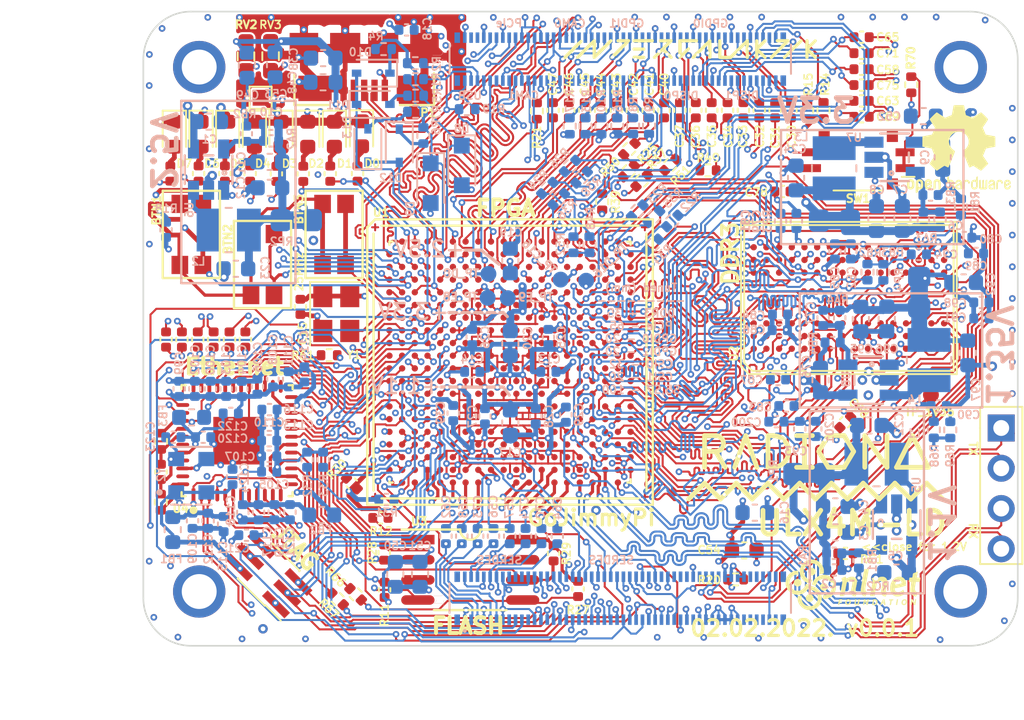
<source format=kicad_pcb>
(kicad_pcb (version 20171130) (host pcbnew 5.1.9+dfsg1-1~bpo10+1)

  (general
    (thickness 1.6)
    (drawings 69)
    (tracks 17057)
    (zones 0)
    (modules 258)
    (nets 297)
  )

  (page A4)
  (title_block
    (title ULX4M-LS)
    (date 2021-11-08)
    (rev v0.0.2)
    (company "Intergalaktik d.o.o.")
  )

  (layers
    (0 F.Cu signal)
    (1 GND1.Cu power)
    (2 In2signal.Cu signal)
    (3 POWER.Cu power)
    (4 GND2.Cu power)
    (31 B.Cu signal)
    (32 B.Adhes user)
    (33 F.Adhes user)
    (34 B.Paste user)
    (35 F.Paste user)
    (36 B.SilkS user)
    (37 F.SilkS user)
    (38 B.Mask user hide)
    (39 F.Mask user)
    (40 Dwgs.User user)
    (41 Cmts.User user)
    (42 Eco1.User user)
    (43 Eco2.User user)
    (44 Edge.Cuts user)
    (45 Margin user)
    (46 B.CrtYd user)
    (47 F.CrtYd user)
    (48 B.Fab user)
    (49 F.Fab user)
  )

  (setup
    (last_trace_width 0.2)
    (user_trace_width 0.127)
    (user_trace_width 0.2)
    (user_trace_width 0.3)
    (user_trace_width 0.5)
    (user_trace_width 1)
    (trace_clearance 0.127)
    (zone_clearance 0.127)
    (zone_45_only no)
    (trace_min 0.127)
    (via_size 0.419)
    (via_drill 0.2)
    (via_min_size 0.419)
    (via_min_drill 0.2)
    (user_via 0.42 0.2)
    (user_via 0.6 0.3)
    (uvia_size 0.3)
    (uvia_drill 0.1)
    (uvias_allowed no)
    (uvia_min_size 0.2)
    (uvia_min_drill 0.1)
    (edge_width 0.2)
    (segment_width 0.2)
    (pcb_text_width 0.3)
    (pcb_text_size 1.5 1.5)
    (mod_edge_width 0.15)
    (mod_text_size 0.5 0.5)
    (mod_text_width 0.1)
    (pad_size 0.35 0.35)
    (pad_drill 0)
    (pad_to_mask_clearance 0)
    (pad_to_paste_clearance -0.05)
    (aux_axis_origin 94.1 112.22)
    (grid_origin 94.1 112.22)
    (visible_elements 7FFFFFFF)
    (pcbplotparams
      (layerselection 0x012fc_ffffffff)
      (usegerberextensions true)
      (usegerberattributes false)
      (usegerberadvancedattributes false)
      (creategerberjobfile false)
      (excludeedgelayer true)
      (linewidth 0.100000)
      (plotframeref false)
      (viasonmask false)
      (mode 1)
      (useauxorigin false)
      (hpglpennumber 1)
      (hpglpenspeed 20)
      (hpglpendiameter 15.000000)
      (psnegative false)
      (psa4output false)
      (plotreference true)
      (plotvalue true)
      (plotinvisibletext false)
      (padsonsilk false)
      (subtractmaskfromsilk true)
      (outputformat 1)
      (mirror false)
      (drillshape 0)
      (scaleselection 1)
      (outputdirectory "plot/ulx4m/"))
  )

  (net 0 "")
  (net 1 GND)
  (net 2 +5V)
  (net 3 /power/FB1)
  (net 4 +2V5)
  (net 5 /power/FB3)
  (net 6 /power/FB2)
  (net 7 /flash/FLASH_nWP)
  (net 8 /flash/FLASH_nHOLD)
  (net 9 /flash/FLASH_MOSI)
  (net 10 /flash/FLASH_MISO)
  (net 11 /flash/FLASH_SCK)
  (net 12 /flash/FLASH_nCS)
  (net 13 /flash/FPGA_PROGRAMN)
  (net 14 /flash/FPGA_DONE)
  (net 15 /flash/FPGA_INITN)
  (net 16 LED0)
  (net 17 LED1)
  (net 18 LED2)
  (net 19 LED3)
  (net 20 CLK_25MHz)
  (net 21 USB_FPGA_D+)
  (net 22 /blinkey/ALED0)
  (net 23 /blinkey/ALED1)
  (net 24 /blinkey/ALED2)
  (net 25 /blinkey/ALED3)
  (net 26 USB_FPGA_D-)
  (net 27 /power/P3V3)
  (net 28 /power/P2V5)
  (net 29 /power/L1)
  (net 30 /power/L3)
  (net 31 /power/L2)
  (net 32 /power/P1V1)
  (net 33 GN0)
  (net 34 GP3)
  (net 35 2V5_3V3)
  (net 36 HDMI0_TX2_P)
  (net 37 FPDI_D2+)
  (net 38 FPDI_D2-)
  (net 39 HDMI0_TX2_N)
  (net 40 HDMI0_TX1_P)
  (net 41 FPDI_D1+)
  (net 42 FPDI_D1-)
  (net 43 HDMI0_TX1_N)
  (net 44 HDMI0_TX0_P)
  (net 45 FPDI_D0+)
  (net 46 FPDI_D0-)
  (net 47 HDMI0_TX0_N)
  (net 48 HDMI0_CLK_P)
  (net 49 FPDI_CLK+)
  (net 50 FPDI_CLK-)
  (net 51 HDMI0_CLK_N)
  (net 52 CM4_1.8V)
  (net 53 CM4_3.3V)
  (net 54 USB_N)
  (net 55 USB_P)
  (net 56 HDMI1_HOTPLUG)
  (net 57 HDMI1_SDA)
  (net 58 HDMI1_TX2_P)
  (net 59 HDMI1_SCL)
  (net 60 HDMI1_TX2_N)
  (net 61 HDMI1_CEC)
  (net 62 HDMI1_TX1_P)
  (net 63 HDMI1_TX1_N)
  (net 64 HDMI1_TX0_P)
  (net 65 HDMI1_TX0_N)
  (net 66 HDMI1_CLK_P)
  (net 67 HDMI1_CLK_N)
  (net 68 USB_FPGA_PULL_D-)
  (net 69 GN3)
  (net 70 GP5)
  (net 71 USB_FPGA_PULL_D+)
  (net 72 GP0)
  (net 73 GN5)
  (net 74 GN4)
  (net 75 GP4)
  (net 76 HDMI0_CEC)
  (net 77 HDMI0_HOTPLUG)
  (net 78 HDMI0_SDA)
  (net 79 HDMI0_SCL)
  (net 80 PCIe_CLK_P)
  (net 81 PCIe_CLK_N)
  (net 82 PCIe_RX_P)
  (net 83 PCIe_RX_N)
  (net 84 PCIe_TX_P)
  (net 85 PCIe_TX_N)
  (net 86 /serdes/S_2_P)
  (net 87 /serdes/S_3_P)
  (net 88 /serdes/S_6_P)
  (net 89 /serdes/S_7_P)
  (net 90 /serdes/CLK_0_P)
  (net 91 /serdes/S_0_P)
  (net 92 /serdes/S_1_P)
  (net 93 /serdes/CLK_1_P)
  (net 94 /serdes/S_4_P)
  (net 95 /serdes/S_5_P)
  (net 96 /serdes/CLK_0_N)
  (net 97 /serdes/S_0_N)
  (net 98 /serdes/S_1_N)
  (net 99 /serdes/CLK_1_N)
  (net 100 /serdes/S_4_N)
  (net 101 /serdes/S_5_N)
  (net 102 /serdes/S_2_N)
  (net 103 /serdes/S_3_N)
  (net 104 /serdes/S_6_N)
  (net 105 /serdes/S_7_N)
  (net 106 GPIO12)
  (net 107 GPIO16)
  (net 108 GPIO20)
  (net 109 GPIO21)
  (net 110 PCIe_CLK_nREQ)
  (net 111 PCIe_nRST)
  (net 112 CAM0_D0_N)
  (net 113 CAM0_D0_P)
  (net 114 CAM0_D1_N)
  (net 115 CAM0_D1_P)
  (net 116 CAM0_C_N)
  (net 117 CAM0_C_P)
  (net 118 DSI0_D0_N)
  (net 119 DSI0_D0_P)
  (net 120 DSI0_D1_N)
  (net 121 DSI0_D1_P)
  (net 122 DSI0_C_N)
  (net 123 DSI0_C_P)
  (net 124 SD_PWR_ON)
  (net 125 GPIO9)
  (net 126 ETH_0P)
  (net 127 ETH_2P)
  (net 128 ETH_0N)
  (net 129 ETH_2N)
  (net 130 ETH_1N)
  (net 131 ETH_3N)
  (net 132 ETH_1P)
  (net 133 ETH_3P)
  (net 134 US2_ID)
  (net 135 BTN1)
  (net 136 BTN2)
  (net 137 GPIO2)
  (net 138 GPIO3)
  (net 139 GPIO14)
  (net 140 GPIO4)
  (net 141 GPIO15)
  (net 142 GPIO18)
  (net 143 GPIO23)
  (net 144 GPIO24)
  (net 145 GPIO25)
  (net 146 GPIO8)
  (net 147 GPIO7)
  (net 148 GPIO6)
  (net 149 GPIO13)
  (net 150 GPIO19)
  (net 151 GPIO26)
  (net 152 DSI1_D0_N)
  (net 153 DSI1_D0_P)
  (net 154 DSI1_D1_N)
  (net 155 DSI1_D1_P)
  (net 156 DSI1_C_N)
  (net 157 DSI1_C_P)
  (net 158 DSI1_D2_N)
  (net 159 DSI1_D3_N)
  (net 160 DSI1_D2_P)
  (net 161 DSI1_D3_P)
  (net 162 GPIO27)
  (net 163 CAM1_D0_N)
  (net 164 CAM1_D0_P)
  (net 165 CAM1_D1_N)
  (net 166 CAM1_D1_P)
  (net 167 CAM1_C_N)
  (net 168 CAM1_C_P)
  (net 169 "Net-(R22-Pad2)")
  (net 170 "Net-(R23-Pad2)")
  (net 171 "Net-(R24-Pad2)")
  (net 172 "Net-(R25-Pad2)")
  (net 173 "Net-(R26-Pad2)")
  (net 174 "Net-(R34-Pad1)")
  (net 175 "Net-(R35-Pad1)")
  (net 176 "Net-(R36-Pad1)")
  (net 177 "Net-(R37-Pad1)")
  (net 178 "Net-(R38-Pad1)")
  (net 179 "Net-(RC1-Pad1)")
  (net 180 DDR3_A8)
  (net 181 DDR3_A14)
  (net 182 DDR3_A13)
  (net 183 DDR3_RESET)
  (net 184 VCC1V35)
  (net 185 DDR3_A6)
  (net 186 DDR3_A11)
  (net 187 DDR3_A9)
  (net 188 DDR3_A7)
  (net 189 DDR3_A4)
  (net 190 DDR3_A1)
  (net 191 DDR3_A2)
  (net 192 DDR3_A5)
  (net 193 DDR3_BA1)
  (net 194 DDR3_A12)
  (net 195 DDR3_A0)
  (net 196 DDR3_A3)
  (net 197 DDR3_VREF)
  (net 198 DDR3_A15)
  (net 199 DDR3_BA2)
  (net 200 DDR3_BA0)
  (net 201 "Net-(R81-Pad1)")
  (net 202 DDR3_A10)
  (net 203 DDR3_WE)
  (net 204 DDR3_CS)
  (net 205 DDR3_CKE)
  (net 206 DDR3_CLK-)
  (net 207 DDR3_CAS)
  (net 208 DDR3_ODT)
  (net 209 DDR3_CLK+)
  (net 210 DDR3_RAS)
  (net 211 DDR3_DQ5)
  (net 212 DDR3_DQ7)
  (net 213 DDR3_DQ4)
  (net 214 DDR3_DQS0-)
  (net 215 DDR3_DQ6)
  (net 216 DDR3_DQ3)
  (net 217 DDR3_DQ1)
  (net 218 DDR3_DQS0+)
  (net 219 DDR3_DQ2)
  (net 220 DDR3_DM0)
  (net 221 DDR3_DQ0)
  (net 222 DDR3_DQ8)
  (net 223 DDR3_DM1)
  (net 224 DDR3_DQ10)
  (net 225 DDR3_DQS1+)
  (net 226 DDR3_DQ9)
  (net 227 DDR3_DQ11)
  (net 228 DDR3_DQS1-)
  (net 229 DDR3_DQ12)
  (net 230 DDR3_DQ15)
  (net 231 DDR3_DQ13)
  (net 232 "Net-(C94-Pad2)")
  (net 233 /power/P1V35)
  (net 234 /power/FB4)
  (net 235 /power/L4)
  (net 236 DDR3_DQ14)
  (net 237 Camera_GPIO)
  (net 238 SDA0)
  (net 239 SCL0)
  (net 240 GPIO17)
  (net 241 GPIO22)
  (net 242 GPIO10)
  (net 243 GPIO11)
  (net 244 ID_SD)
  (net 245 ID_SC)
  (net 246 GPIO5)
  (net 247 /blinkey/ALED4)
  (net 248 /blinkey/ALED5)
  (net 249 /blinkey/ALED6)
  (net 250 /blinkey/ALED7)
  (net 251 "Net-(D10-Pad1)")
  (net 252 "Net-(D11-Pad2)")
  (net 253 "Net-(D12-Pad1)")
  (net 254 "Net-(D13-Pad2)")
  (net 255 LED4)
  (net 256 LED5)
  (net 257 LED6)
  (net 258 LED7)
  (net 259 BTN3)
  (net 260 "Net-(BTN1-Pad1)")
  (net 261 /gpio/CAM0_D0_LP)
  (net 262 ETH_nLED1)
  (net 263 ETH_nLED2)
  (net 264 VCC1V2)
  (net 265 ETH_~RESET)
  (net 266 "Net-(C109-Pad1)")
  (net 267 /ethernet/AVDDL)
  (net 268 /ethernet/AVDDL_PLL)
  (net 269 RGMII_RXD0)
  (net 270 RGMII_RXD1)
  (net 271 RGMII_RXD2)
  (net 272 RGMII_RXD3)
  (net 273 RGMII_RX_DV)
  (net 274 RGMII_RX_CLK)
  (net 275 RGMII_REF_CLK)
  (net 276 ETH_MDIO)
  (net 277 ETH_INT_N)
  (net 278 /ethernet/ETH_LED1)
  (net 279 /ethernet/ETH_LED2)
  (net 280 "Net-(R65-Pad2)")
  (net 281 RGMII_TX_EN)
  (net 282 ETH_MDC)
  (net 283 RGMII_TXD0)
  (net 284 RGMII_TXD1)
  (net 285 RGMII_TXD2)
  (net 286 RGMII_TXD3)
  (net 287 RGMII_TX_CLK)
  (net 288 /ethernet/PHY_CLK)
  (net 289 "Net-(R70-Pad2)")
  (net 290 SW1)
  (net 291 SW2)
  (net 292 "Net-(TP_E9-Pad1)")
  (net 293 "Net-(TP_E8-Pad1)")
  (net 294 "Net-(TP_D8-Pad1)")
  (net 295 "Net-(TP_C16-Pad1)")
  (net 296 "Net-(TP_D16-Pad1)")

  (net_class Default "This is the default net class."
    (clearance 0.127)
    (trace_width 0.3)
    (via_dia 0.419)
    (via_drill 0.2)
    (uvia_dia 0.3)
    (uvia_drill 0.1)
    (diff_pair_width 0.127)
    (diff_pair_gap 0.127)
    (add_net +2V5)
    (add_net +5V)
    (add_net /blinkey/ALED0)
    (add_net /blinkey/ALED1)
    (add_net /blinkey/ALED2)
    (add_net /blinkey/ALED3)
    (add_net /blinkey/ALED4)
    (add_net /blinkey/ALED5)
    (add_net /blinkey/ALED6)
    (add_net /blinkey/ALED7)
    (add_net /ethernet/AVDDL)
    (add_net /ethernet/AVDDL_PLL)
    (add_net /ethernet/ETH_LED1)
    (add_net /ethernet/ETH_LED2)
    (add_net /ethernet/PHY_CLK)
    (add_net /flash/FLASH_MISO)
    (add_net /flash/FLASH_MOSI)
    (add_net /flash/FLASH_SCK)
    (add_net /flash/FLASH_nCS)
    (add_net /flash/FLASH_nHOLD)
    (add_net /flash/FLASH_nWP)
    (add_net /flash/FPGA_DONE)
    (add_net /flash/FPGA_INITN)
    (add_net /flash/FPGA_PROGRAMN)
    (add_net /gpio/CAM0_D0_LP)
    (add_net /power/FB1)
    (add_net /power/FB2)
    (add_net /power/FB3)
    (add_net /power/FB4)
    (add_net /power/L1)
    (add_net /power/L2)
    (add_net /power/L3)
    (add_net /power/L4)
    (add_net /power/P1V1)
    (add_net /power/P1V35)
    (add_net /power/P2V5)
    (add_net /power/P3V3)
    (add_net /serdes/CLK_0_N)
    (add_net /serdes/CLK_0_P)
    (add_net /serdes/CLK_1_N)
    (add_net /serdes/CLK_1_P)
    (add_net /serdes/S_0_N)
    (add_net /serdes/S_0_P)
    (add_net /serdes/S_1_N)
    (add_net /serdes/S_1_P)
    (add_net /serdes/S_2_N)
    (add_net /serdes/S_2_P)
    (add_net /serdes/S_3_N)
    (add_net /serdes/S_3_P)
    (add_net /serdes/S_4_N)
    (add_net /serdes/S_4_P)
    (add_net /serdes/S_5_N)
    (add_net /serdes/S_5_P)
    (add_net /serdes/S_6_N)
    (add_net /serdes/S_6_P)
    (add_net /serdes/S_7_N)
    (add_net /serdes/S_7_P)
    (add_net 2V5_3V3)
    (add_net BTN1)
    (add_net BTN2)
    (add_net BTN3)
    (add_net CAM0_C_N)
    (add_net CAM0_C_P)
    (add_net CAM0_D0_N)
    (add_net CAM0_D0_P)
    (add_net CAM0_D1_N)
    (add_net CAM0_D1_P)
    (add_net CAM1_C_N)
    (add_net CAM1_C_P)
    (add_net CAM1_D0_N)
    (add_net CAM1_D0_P)
    (add_net CAM1_D1_N)
    (add_net CAM1_D1_P)
    (add_net CLK_25MHz)
    (add_net CM4_1.8V)
    (add_net CM4_3.3V)
    (add_net Camera_GPIO)
    (add_net DDR3_A0)
    (add_net DDR3_A1)
    (add_net DDR3_A10)
    (add_net DDR3_A11)
    (add_net DDR3_A12)
    (add_net DDR3_A13)
    (add_net DDR3_A14)
    (add_net DDR3_A15)
    (add_net DDR3_A2)
    (add_net DDR3_A3)
    (add_net DDR3_A4)
    (add_net DDR3_A5)
    (add_net DDR3_A6)
    (add_net DDR3_A7)
    (add_net DDR3_A8)
    (add_net DDR3_A9)
    (add_net DDR3_BA0)
    (add_net DDR3_BA1)
    (add_net DDR3_BA2)
    (add_net DDR3_CAS)
    (add_net DDR3_CKE)
    (add_net DDR3_CLK+)
    (add_net DDR3_CLK-)
    (add_net DDR3_CS)
    (add_net DDR3_DM0)
    (add_net DDR3_DM1)
    (add_net DDR3_DQ0)
    (add_net DDR3_DQ1)
    (add_net DDR3_DQ10)
    (add_net DDR3_DQ11)
    (add_net DDR3_DQ12)
    (add_net DDR3_DQ13)
    (add_net DDR3_DQ14)
    (add_net DDR3_DQ15)
    (add_net DDR3_DQ2)
    (add_net DDR3_DQ3)
    (add_net DDR3_DQ4)
    (add_net DDR3_DQ5)
    (add_net DDR3_DQ6)
    (add_net DDR3_DQ7)
    (add_net DDR3_DQ8)
    (add_net DDR3_DQ9)
    (add_net DDR3_DQS0+)
    (add_net DDR3_DQS0-)
    (add_net DDR3_DQS1+)
    (add_net DDR3_DQS1-)
    (add_net DDR3_ODT)
    (add_net DDR3_RAS)
    (add_net DDR3_RESET)
    (add_net DDR3_VREF)
    (add_net DDR3_WE)
    (add_net DSI0_C_N)
    (add_net DSI0_C_P)
    (add_net DSI0_D0_N)
    (add_net DSI0_D0_P)
    (add_net DSI0_D1_N)
    (add_net DSI0_D1_P)
    (add_net DSI1_C_N)
    (add_net DSI1_C_P)
    (add_net DSI1_D0_N)
    (add_net DSI1_D0_P)
    (add_net DSI1_D1_N)
    (add_net DSI1_D1_P)
    (add_net DSI1_D2_N)
    (add_net DSI1_D2_P)
    (add_net DSI1_D3_N)
    (add_net DSI1_D3_P)
    (add_net ETH_0N)
    (add_net ETH_0P)
    (add_net ETH_1N)
    (add_net ETH_1P)
    (add_net ETH_2N)
    (add_net ETH_2P)
    (add_net ETH_3N)
    (add_net ETH_3P)
    (add_net ETH_INT_N)
    (add_net ETH_MDC)
    (add_net ETH_MDIO)
    (add_net ETH_nLED1)
    (add_net ETH_nLED2)
    (add_net ETH_~RESET)
    (add_net FPDI_CLK+)
    (add_net FPDI_CLK-)
    (add_net FPDI_D0+)
    (add_net FPDI_D0-)
    (add_net FPDI_D1+)
    (add_net FPDI_D1-)
    (add_net FPDI_D2+)
    (add_net FPDI_D2-)
    (add_net GN0)
    (add_net GN3)
    (add_net GN4)
    (add_net GN5)
    (add_net GND)
    (add_net GP0)
    (add_net GP3)
    (add_net GP4)
    (add_net GP5)
    (add_net GPIO10)
    (add_net GPIO11)
    (add_net GPIO12)
    (add_net GPIO13)
    (add_net GPIO14)
    (add_net GPIO15)
    (add_net GPIO16)
    (add_net GPIO17)
    (add_net GPIO18)
    (add_net GPIO19)
    (add_net GPIO2)
    (add_net GPIO20)
    (add_net GPIO21)
    (add_net GPIO22)
    (add_net GPIO23)
    (add_net GPIO24)
    (add_net GPIO25)
    (add_net GPIO26)
    (add_net GPIO27)
    (add_net GPIO3)
    (add_net GPIO4)
    (add_net GPIO5)
    (add_net GPIO6)
    (add_net GPIO7)
    (add_net GPIO8)
    (add_net GPIO9)
    (add_net HDMI0_CEC)
    (add_net HDMI0_CLK_N)
    (add_net HDMI0_CLK_P)
    (add_net HDMI0_HOTPLUG)
    (add_net HDMI0_SCL)
    (add_net HDMI0_SDA)
    (add_net HDMI0_TX0_N)
    (add_net HDMI0_TX0_P)
    (add_net HDMI0_TX1_N)
    (add_net HDMI0_TX1_P)
    (add_net HDMI0_TX2_N)
    (add_net HDMI0_TX2_P)
    (add_net HDMI1_CEC)
    (add_net HDMI1_CLK_N)
    (add_net HDMI1_CLK_P)
    (add_net HDMI1_HOTPLUG)
    (add_net HDMI1_SCL)
    (add_net HDMI1_SDA)
    (add_net HDMI1_TX0_N)
    (add_net HDMI1_TX0_P)
    (add_net HDMI1_TX1_N)
    (add_net HDMI1_TX1_P)
    (add_net HDMI1_TX2_N)
    (add_net HDMI1_TX2_P)
    (add_net ID_SC)
    (add_net ID_SD)
    (add_net LED0)
    (add_net LED1)
    (add_net LED2)
    (add_net LED3)
    (add_net LED4)
    (add_net LED5)
    (add_net LED6)
    (add_net LED7)
    (add_net "Net-(BTN1-Pad1)")
    (add_net "Net-(C109-Pad1)")
    (add_net "Net-(C94-Pad2)")
    (add_net "Net-(D10-Pad1)")
    (add_net "Net-(D11-Pad2)")
    (add_net "Net-(D12-Pad1)")
    (add_net "Net-(D13-Pad2)")
    (add_net "Net-(R22-Pad2)")
    (add_net "Net-(R23-Pad2)")
    (add_net "Net-(R24-Pad2)")
    (add_net "Net-(R25-Pad2)")
    (add_net "Net-(R26-Pad2)")
    (add_net "Net-(R34-Pad1)")
    (add_net "Net-(R35-Pad1)")
    (add_net "Net-(R36-Pad1)")
    (add_net "Net-(R37-Pad1)")
    (add_net "Net-(R38-Pad1)")
    (add_net "Net-(R65-Pad2)")
    (add_net "Net-(R70-Pad2)")
    (add_net "Net-(R81-Pad1)")
    (add_net "Net-(RC1-Pad1)")
    (add_net "Net-(TP_C16-Pad1)")
    (add_net "Net-(TP_D16-Pad1)")
    (add_net "Net-(TP_D8-Pad1)")
    (add_net "Net-(TP_E8-Pad1)")
    (add_net "Net-(TP_E9-Pad1)")
    (add_net PCIe_CLK_N)
    (add_net PCIe_CLK_P)
    (add_net PCIe_CLK_nREQ)
    (add_net PCIe_RX_N)
    (add_net PCIe_RX_P)
    (add_net PCIe_TX_N)
    (add_net PCIe_TX_P)
    (add_net PCIe_nRST)
    (add_net RGMII_REF_CLK)
    (add_net RGMII_RXD0)
    (add_net RGMII_RXD1)
    (add_net RGMII_RXD2)
    (add_net RGMII_RXD3)
    (add_net RGMII_RX_CLK)
    (add_net RGMII_RX_DV)
    (add_net RGMII_TXD0)
    (add_net RGMII_TXD1)
    (add_net RGMII_TXD2)
    (add_net RGMII_TXD3)
    (add_net RGMII_TX_CLK)
    (add_net RGMII_TX_EN)
    (add_net SCL0)
    (add_net SDA0)
    (add_net SD_PWR_ON)
    (add_net SW1)
    (add_net SW2)
    (add_net US2_ID)
    (add_net USB_FPGA_D+)
    (add_net USB_FPGA_D-)
    (add_net USB_FPGA_PULL_D+)
    (add_net USB_FPGA_PULL_D-)
    (add_net USB_N)
    (add_net USB_P)
    (add_net VCC1V2)
    (add_net VCC1V35)
  )

  (net_class BGA ""
    (clearance 0.127)
    (trace_width 0.127)
    (via_dia 0.419)
    (via_drill 0.2)
    (uvia_dia 0.3)
    (uvia_drill 0.1)
    (diff_pair_width 0.127)
    (diff_pair_gap 0.127)
  )

  (net_class Medium ""
    (clearance 0.127)
    (trace_width 0.127)
    (via_dia 0.419)
    (via_drill 0.2)
    (uvia_dia 0.3)
    (uvia_drill 0.1)
    (diff_pair_width 0.127)
    (diff_pair_gap 0.127)
  )

  (module ecp5-dc-scm:Testpoint_smd_1mm (layer B.Cu) (tedit 5E4A935B) (tstamp 62044DCE)
    (at 115.8 90.1492)
    (path /56AC389C/6218A56E)
    (attr virtual)
    (fp_text reference TP_E8 (at -1.72 0.0008) (layer B.SilkS)
      (effects (font (size 0.5 0.5) (thickness 0.125)) (justify mirror))
    )
    (fp_text value E8 (at 0 0.5) (layer B.Fab) hide
      (effects (font (size 0.1 0.1) (thickness 0.025)) (justify mirror))
    )
    (pad 1 smd circle (at 0 0.0508) (size 1 1) (layers B.Cu B.Mask)
      (net 293 "Net-(TP_E8-Pad1)"))
  )

  (module ecp5-dc-scm:Testpoint_smd_1mm (layer B.Cu) (tedit 5E4A935B) (tstamp 62044DC9)
    (at 115.85 88.64)
    (path /56AC389C/621D986C)
    (attr virtual)
    (fp_text reference TP_D8 (at -1.72 0.03) (layer B.SilkS)
      (effects (font (size 0.5 0.5) (thickness 0.125)) (justify mirror))
    )
    (fp_text value D8 (at 0 0.5) (layer B.Fab) hide
      (effects (font (size 0.1 0.1) (thickness 0.025)) (justify mirror))
    )
    (pad 1 smd circle (at 0 0.0508) (size 1 1) (layers B.Cu B.Mask)
      (net 294 "Net-(TP_D8-Pad1)"))
  )

  (module AS4C256M16D3:BGA-96_9.0x13.0mm_Layout2x3x16_P0.8mm (layer F.Cu) (tedit 61F3D2A1) (tstamp 61DDF397)
    (at 138.57 90.21 90)
    (descr "BGA-96, http://www.mouser.com/ds/2/198/43-46TR16640B-81280BL-706483.pdf")
    (tags BGA-96)
    (path /61E7DB84/63E438DA)
    (attr smd)
    (fp_text reference U2 (at -3.51 -7.26 90) (layer F.SilkS)
      (effects (font (size 0.5 0.5) (thickness 0.1)))
    )
    (fp_text value AS4C256M16D3 (at 0.09 6.32 90) (layer F.Fab)
      (effects (font (size 0.1 0.1) (thickness 0.025)))
    )
    (fp_line (start -4.3 -6.8) (end -4.8 -6.3) (layer F.SilkS) (width 0.12))
    (fp_line (start -4.1 -6.6) (end -4.6 -6.1) (layer F.SilkS) (width 0.12))
    (fp_line (start 4.8 6.8) (end 4.8 -6.8) (layer F.SilkS) (width 0.12))
    (fp_line (start -4.6 6.6) (end 4.6 6.6) (layer F.SilkS) (width 0.12))
    (fp_line (start 5.5 7.5) (end -5.5 7.5) (layer F.CrtYd) (width 0.05))
    (fp_line (start 5.5 7.5) (end 5.5 -7.5) (layer F.CrtYd) (width 0.05))
    (fp_line (start -5.5 -7.5) (end -5.5 7.5) (layer F.CrtYd) (width 0.05))
    (fp_line (start -5.5 -7.5) (end 5.5 -7.5) (layer F.CrtYd) (width 0.05))
    (fp_line (start -4.5 -6) (end -4.5 6.5) (layer F.Fab) (width 0.1))
    (fp_line (start -4 -6.5) (end -4.5 -6) (layer F.Fab) (width 0.1))
    (fp_line (start 4.5 -6.5) (end -4 -6.5) (layer F.Fab) (width 0.1))
    (fp_line (start 4.5 6.5) (end 4.5 -6.5) (layer F.Fab) (width 0.1))
    (fp_line (start -4.5 6.5) (end 4.5 6.5) (layer F.Fab) (width 0.1))
    (fp_line (start 4.6 6.6) (end 4.6 -6.6) (layer F.SilkS) (width 0.12))
    (fp_line (start -4.8 6.8) (end 4.8 6.8) (layer F.SilkS) (width 0.12))
    (fp_line (start -4.6 -6.1) (end -4.6 6.6) (layer F.SilkS) (width 0.12))
    (fp_line (start 4.6 -6.6) (end -4.1 -6.6) (layer F.SilkS) (width 0.12))
    (fp_line (start -4.8 -6.3) (end -4.8 6.8) (layer F.SilkS) (width 0.12))
    (fp_line (start 4.8 -6.8) (end -4.3 -6.8) (layer F.SilkS) (width 0.12))
    (fp_text user %R (at 0 0 90) (layer F.Fab)
      (effects (font (size 1 1) (thickness 0.15)))
    )
    (pad T9 smd circle (at 3.2 6 90) (size 0.4 0.4) (layers F.Cu F.Paste F.Mask)
      (net 1 GND))
    (pad T8 smd circle (at 2.4 6 90) (size 0.4 0.4) (layers F.Cu F.Paste F.Mask)
      (net 180 DDR3_A8))
    (pad T7 smd circle (at 1.6 6 90) (size 0.4 0.4) (layers F.Cu F.Paste F.Mask)
      (net 181 DDR3_A14))
    (pad T3 smd circle (at -1.6 6 90) (size 0.4 0.4) (layers F.Cu F.Paste F.Mask)
      (net 182 DDR3_A13))
    (pad T2 smd circle (at -2.4 6 90) (size 0.4 0.4) (layers F.Cu F.Paste F.Mask)
      (net 183 DDR3_RESET))
    (pad T1 smd circle (at -3.2 6 90) (size 0.4 0.4) (layers F.Cu F.Paste F.Mask)
      (net 1 GND))
    (pad R9 smd circle (at 3.2 5.2 90) (size 0.4 0.4) (layers F.Cu F.Paste F.Mask)
      (net 184 VCC1V35))
    (pad R8 smd circle (at 2.4 5.2 90) (size 0.4 0.4) (layers F.Cu F.Paste F.Mask)
      (net 185 DDR3_A6))
    (pad R7 smd circle (at 1.6 5.2 90) (size 0.4 0.4) (layers F.Cu F.Paste F.Mask)
      (net 186 DDR3_A11))
    (pad R3 smd circle (at -1.6 5.2 90) (size 0.4 0.4) (layers F.Cu F.Paste F.Mask)
      (net 187 DDR3_A9))
    (pad R2 smd circle (at -2.4 5.2 90) (size 0.4 0.4) (layers F.Cu F.Paste F.Mask)
      (net 188 DDR3_A7))
    (pad R1 smd circle (at -3.2 5.2 90) (size 0.4 0.4) (layers F.Cu F.Paste F.Mask)
      (net 184 VCC1V35))
    (pad P9 smd circle (at 3.2 4.4 90) (size 0.4 0.4) (layers F.Cu F.Paste F.Mask)
      (net 1 GND))
    (pad P8 smd circle (at 2.4 4.4 90) (size 0.4 0.4) (layers F.Cu F.Paste F.Mask)
      (net 189 DDR3_A4))
    (pad P7 smd circle (at 1.6 4.4 90) (size 0.4 0.4) (layers F.Cu F.Paste F.Mask)
      (net 190 DDR3_A1))
    (pad P3 smd circle (at -1.6 4.4 90) (size 0.4 0.4) (layers F.Cu F.Paste F.Mask)
      (net 191 DDR3_A2))
    (pad P2 smd circle (at -2.4 4.4 90) (size 0.4 0.4) (layers F.Cu F.Paste F.Mask)
      (net 192 DDR3_A5))
    (pad P1 smd circle (at -3.2 4.4 90) (size 0.4 0.4) (layers F.Cu F.Paste F.Mask)
      (net 1 GND))
    (pad N9 smd circle (at 3.2 3.6 90) (size 0.4 0.4) (layers F.Cu F.Paste F.Mask)
      (net 184 VCC1V35))
    (pad N8 smd circle (at 2.4 3.6 90) (size 0.4 0.4) (layers F.Cu F.Paste F.Mask)
      (net 193 DDR3_BA1))
    (pad N7 smd circle (at 1.6 3.6 90) (size 0.4 0.4) (layers F.Cu F.Paste F.Mask)
      (net 194 DDR3_A12))
    (pad N3 smd circle (at -1.6 3.6 90) (size 0.4 0.4) (layers F.Cu F.Paste F.Mask)
      (net 195 DDR3_A0))
    (pad N2 smd circle (at -2.4 3.6 90) (size 0.4 0.4) (layers F.Cu F.Paste F.Mask)
      (net 196 DDR3_A3))
    (pad N1 smd circle (at -3.2 3.6 90) (size 0.4 0.4) (layers F.Cu F.Paste F.Mask)
      (net 184 VCC1V35))
    (pad M9 smd circle (at 3.2 2.8 90) (size 0.4 0.4) (layers F.Cu F.Paste F.Mask)
      (net 1 GND))
    (pad M8 smd circle (at 2.4 2.8 90) (size 0.4 0.4) (layers F.Cu F.Paste F.Mask)
      (net 197 DDR3_VREF))
    (pad M7 smd circle (at 1.6 2.8 90) (size 0.4 0.4) (layers F.Cu F.Paste F.Mask)
      (net 198 DDR3_A15))
    (pad M3 smd circle (at -1.6 2.8 90) (size 0.4 0.4) (layers F.Cu F.Paste F.Mask)
      (net 199 DDR3_BA2))
    (pad M2 smd circle (at -2.4 2.8 90) (size 0.4 0.4) (layers F.Cu F.Paste F.Mask)
      (net 200 DDR3_BA0))
    (pad M1 smd circle (at -3.2 2.8 90) (size 0.4 0.4) (layers F.Cu F.Paste F.Mask)
      (net 1 GND))
    (pad L9 smd circle (at 3.2 2 90) (size 0.4 0.4) (layers F.Cu F.Paste F.Mask))
    (pad L8 smd circle (at 2.4 2 90) (size 0.4 0.4) (layers F.Cu F.Paste F.Mask)
      (net 201 "Net-(R81-Pad1)"))
    (pad L7 smd circle (at 1.6 2 90) (size 0.4 0.4) (layers F.Cu F.Paste F.Mask)
      (net 202 DDR3_A10))
    (pad L3 smd circle (at -1.6 2 90) (size 0.4 0.4) (layers F.Cu F.Paste F.Mask)
      (net 203 DDR3_WE))
    (pad L2 smd circle (at -2.4 2 90) (size 0.4 0.4) (layers F.Cu F.Paste F.Mask)
      (net 204 DDR3_CS))
    (pad L1 smd circle (at -3.2 2 90) (size 0.4 0.4) (layers F.Cu F.Paste F.Mask))
    (pad K9 smd circle (at 3.2 1.2 90) (size 0.4 0.4) (layers F.Cu F.Paste F.Mask)
      (net 205 DDR3_CKE))
    (pad K8 smd circle (at 2.4 1.2 90) (size 0.4 0.4) (layers F.Cu F.Paste F.Mask)
      (net 184 VCC1V35))
    (pad K7 smd circle (at 1.6 1.2 90) (size 0.4 0.4) (layers F.Cu F.Paste F.Mask)
      (net 206 DDR3_CLK-))
    (pad K3 smd circle (at -1.6 1.2 90) (size 0.4 0.4) (layers F.Cu F.Paste F.Mask)
      (net 207 DDR3_CAS))
    (pad K2 smd circle (at -2.4 1.2 90) (size 0.4 0.4) (layers F.Cu F.Paste F.Mask)
      (net 184 VCC1V35))
    (pad K1 smd circle (at -3.2 1.2 90) (size 0.4 0.4) (layers F.Cu F.Paste F.Mask)
      (net 208 DDR3_ODT))
    (pad J9 smd circle (at 3.2 0.4 90) (size 0.4 0.4) (layers F.Cu F.Paste F.Mask))
    (pad J8 smd circle (at 2.4 0.4 90) (size 0.4 0.4) (layers F.Cu F.Paste F.Mask)
      (net 1 GND))
    (pad J7 smd circle (at 1.6 0.4 90) (size 0.4 0.4) (layers F.Cu F.Paste F.Mask)
      (net 209 DDR3_CLK+))
    (pad J3 smd circle (at -1.6 0.4 90) (size 0.4 0.4) (layers F.Cu F.Paste F.Mask)
      (net 210 DDR3_RAS))
    (pad J2 smd circle (at -2.4 0.4 90) (size 0.4 0.4) (layers F.Cu F.Paste F.Mask)
      (net 1 GND))
    (pad J1 smd circle (at -3.2 0.4 90) (size 0.4 0.4) (layers F.Cu F.Paste F.Mask))
    (pad H9 smd circle (at 3.2 -0.4 90) (size 0.4 0.4) (layers F.Cu F.Paste F.Mask)
      (net 184 VCC1V35))
    (pad H8 smd circle (at 2.4 -0.4 90) (size 0.4 0.4) (layers F.Cu F.Paste F.Mask)
      (net 211 DDR3_DQ5))
    (pad H7 smd circle (at 1.6 -0.4 90) (size 0.4 0.4) (layers F.Cu F.Paste F.Mask)
      (net 212 DDR3_DQ7))
    (pad H3 smd circle (at -1.6 -0.4 90) (size 0.4 0.4) (layers F.Cu F.Paste F.Mask)
      (net 213 DDR3_DQ4))
    (pad H2 smd circle (at -2.4 -0.4 90) (size 0.4 0.4) (layers F.Cu F.Paste F.Mask)
      (net 184 VCC1V35))
    (pad H1 smd circle (at -3.2 -0.4 90) (size 0.4 0.4) (layers F.Cu F.Paste F.Mask)
      (net 197 DDR3_VREF))
    (pad G9 smd circle (at 3.2 -1.2 90) (size 0.4 0.4) (layers F.Cu F.Paste F.Mask)
      (net 1 GND))
    (pad G8 smd circle (at 2.4 -1.2 90) (size 0.4 0.4) (layers F.Cu F.Paste F.Mask)
      (net 1 GND))
    (pad G7 smd circle (at 1.6 -1.2 90) (size 0.4 0.4) (layers F.Cu F.Paste F.Mask)
      (net 184 VCC1V35))
    (pad G3 smd circle (at -1.6 -1.2 90) (size 0.4 0.4) (layers F.Cu F.Paste F.Mask)
      (net 214 DDR3_DQS0-))
    (pad G2 smd circle (at -2.4 -1.2 90) (size 0.4 0.4) (layers F.Cu F.Paste F.Mask)
      (net 215 DDR3_DQ6))
    (pad G1 smd circle (at -3.2 -1.2 90) (size 0.4 0.4) (layers F.Cu F.Paste F.Mask)
      (net 1 GND))
    (pad F9 smd circle (at 3.2 -2 90) (size 0.4 0.4) (layers F.Cu F.Paste F.Mask)
      (net 1 GND))
    (pad F8 smd circle (at 2.4 -2 90) (size 0.4 0.4) (layers F.Cu F.Paste F.Mask)
      (net 216 DDR3_DQ3))
    (pad F7 smd circle (at 1.6 -2 90) (size 0.4 0.4) (layers F.Cu F.Paste F.Mask)
      (net 217 DDR3_DQ1))
    (pad F3 smd circle (at -1.6 -2 90) (size 0.4 0.4) (layers F.Cu F.Paste F.Mask)
      (net 218 DDR3_DQS0+))
    (pad F2 smd circle (at -2.4 -2 90) (size 0.4 0.4) (layers F.Cu F.Paste F.Mask)
      (net 219 DDR3_DQ2))
    (pad F1 smd circle (at -3.2 -2 90) (size 0.4 0.4) (layers F.Cu F.Paste F.Mask)
      (net 184 VCC1V35))
    (pad E9 smd circle (at 3.2 -2.8 90) (size 0.4 0.4) (layers F.Cu F.Paste F.Mask)
      (net 184 VCC1V35))
    (pad E8 smd circle (at 2.4 -2.8 90) (size 0.4 0.4) (layers F.Cu F.Paste F.Mask)
      (net 1 GND))
    (pad E7 smd circle (at 1.6 -2.8 90) (size 0.4 0.4) (layers F.Cu F.Paste F.Mask)
      (net 220 DDR3_DM0))
    (pad E3 smd circle (at -1.6 -2.8 90) (size 0.4 0.4) (layers F.Cu F.Paste F.Mask)
      (net 221 DDR3_DQ0))
    (pad E2 smd circle (at -2.4 -2.8 90) (size 0.4 0.4) (layers F.Cu F.Paste F.Mask)
      (net 1 GND))
    (pad E1 smd circle (at -3.2 -2.8 90) (size 0.4 0.4) (layers F.Cu F.Paste F.Mask)
      (net 1 GND))
    (pad D9 smd circle (at 3.2 -3.6 90) (size 0.4 0.4) (layers F.Cu F.Paste F.Mask)
      (net 184 VCC1V35))
    (pad D8 smd circle (at 2.4 -3.6 90) (size 0.4 0.4) (layers F.Cu F.Paste F.Mask)
      (net 1 GND))
    (pad D7 smd circle (at 1.6 -3.6 90) (size 0.4 0.4) (layers F.Cu F.Paste F.Mask)
      (net 222 DDR3_DQ8))
    (pad D3 smd circle (at -1.6 -3.6 90) (size 0.4 0.4) (layers F.Cu F.Paste F.Mask)
      (net 223 DDR3_DM1))
    (pad D2 smd circle (at -2.4 -3.6 90) (size 0.4 0.4) (layers F.Cu F.Paste F.Mask)
      (net 184 VCC1V35))
    (pad D1 smd circle (at -3.2 -3.6 90) (size 0.4 0.4) (layers F.Cu F.Paste F.Mask)
      (net 1 GND))
    (pad C9 smd circle (at 3.2 -4.4 90) (size 0.4 0.4) (layers F.Cu F.Paste F.Mask)
      (net 184 VCC1V35))
    (pad C8 smd circle (at 2.4 -4.4 90) (size 0.4 0.4) (layers F.Cu F.Paste F.Mask)
      (net 224 DDR3_DQ10))
    (pad C7 smd circle (at 1.6 -4.4 90) (size 0.4 0.4) (layers F.Cu F.Paste F.Mask)
      (net 225 DDR3_DQS1+))
    (pad C3 smd circle (at -1.6 -4.4 90) (size 0.4 0.4) (layers F.Cu F.Paste F.Mask)
      (net 226 DDR3_DQ9))
    (pad C2 smd circle (at -2.4 -4.4 90) (size 0.4 0.4) (layers F.Cu F.Paste F.Mask)
      (net 227 DDR3_DQ11))
    (pad C1 smd circle (at -3.2 -4.4 90) (size 0.4 0.4) (layers F.Cu F.Paste F.Mask)
      (net 184 VCC1V35))
    (pad B9 smd circle (at 3.2 -5.2 90) (size 0.4 0.4) (layers F.Cu F.Paste F.Mask)
      (net 1 GND))
    (pad B8 smd circle (at 2.4 -5.2 90) (size 0.4 0.4) (layers F.Cu F.Paste F.Mask)
      (net 236 DDR3_DQ14))
    (pad B7 smd circle (at 1.6 -5.2 90) (size 0.4 0.4) (layers F.Cu F.Paste F.Mask)
      (net 228 DDR3_DQS1-))
    (pad B3 smd circle (at -1.6 -5.2 90) (size 0.4 0.4) (layers F.Cu F.Paste F.Mask)
      (net 1 GND))
    (pad B2 smd circle (at -2.4 -5.2 90) (size 0.4 0.4) (layers F.Cu F.Paste F.Mask)
      (net 184 VCC1V35))
    (pad B1 smd circle (at -3.2 -5.2 90) (size 0.4 0.4) (layers F.Cu F.Paste F.Mask)
      (net 1 GND))
    (pad A9 smd circle (at 3.2 -6 90) (size 0.4 0.4) (layers F.Cu F.Paste F.Mask)
      (net 1 GND))
    (pad A8 smd circle (at 2.4 -6 90) (size 0.4 0.4) (layers F.Cu F.Paste F.Mask)
      (net 184 VCC1V35))
    (pad A7 smd circle (at 1.6 -6 90) (size 0.4 0.4) (layers F.Cu F.Paste F.Mask)
      (net 229 DDR3_DQ12))
    (pad A3 smd circle (at -1.6 -6 90) (size 0.4 0.4) (layers F.Cu F.Paste F.Mask)
      (net 230 DDR3_DQ15))
    (pad A2 smd circle (at -2.4 -6 90) (size 0.4 0.4) (layers F.Cu F.Paste F.Mask)
      (net 231 DDR3_DQ13))
    (pad A1 smd circle (at -3.2 -6 90) (size 0.4 0.4) (layers F.Cu F.Paste F.Mask)
      (net 184 VCC1V35))
    (model ${KISYS3DMOD}/Package_BGA.3dshapes/BGA-96_9.0x13.0mm_Layout2x3x16_P0.8mm.step
      (at (xyz 0 0 0))
      (scale (xyz 1 1 1))
      (rotate (xyz 0 0 0))
    )
  )

  (module Connector_PinHeader_1.00mm:PinHeader_2x03_P1.00mm_Vertical_SMD (layer F.Cu) (tedit 61F7E6E5) (tstamp 62048DA4)
    (at 102 107.66 135)
    (descr "surface-mounted straight pin header, 2x03, 1.00mm pitch, double rows")
    (tags "Surface mounted pin header SMD 2x03 1.00mm double row")
    (path /58D6BF46/611DE8D2)
    (attr smd)
    (fp_text reference J3 (at 0.106066 -1.110158 135) (layer F.SilkS) hide
      (effects (font (size 0.5 0.5) (thickness 0.1)))
    )
    (fp_text value JTAG (at 0.021213 2.38295 135) (layer F.SilkS)
      (effects (font (size 1 1) (thickness 0.25)))
    )
    (fp_line (start 1.15 1.5) (end -1.15 1.5) (layer F.Fab) (width 0.1))
    (fp_line (start -0.8 -1.5) (end 1.15 -1.5) (layer F.Fab) (width 0.1))
    (fp_line (start -1.15 1.5) (end -1.15 -1.15) (layer F.Fab) (width 0.1))
    (fp_line (start -1.15 -1.15) (end -0.8 -1.5) (layer F.Fab) (width 0.1))
    (fp_line (start 1.15 -1.5) (end 1.15 1.5) (layer F.Fab) (width 0.1))
    (fp_line (start -1.15 -1.15) (end -2.4 -1.15) (layer F.Fab) (width 0.1))
    (fp_line (start -2.4 -1.15) (end -2.4 -0.85) (layer F.Fab) (width 0.1))
    (fp_line (start -2.4 -0.85) (end -1.15 -0.85) (layer F.Fab) (width 0.1))
    (fp_line (start 1.15 -1.15) (end 2.4 -1.15) (layer F.Fab) (width 0.1))
    (fp_line (start 2.4 -1.15) (end 2.4 -0.85) (layer F.Fab) (width 0.1))
    (fp_line (start 2.4 -0.85) (end 1.15 -0.85) (layer F.Fab) (width 0.1))
    (fp_line (start -1.15 -0.15) (end -2.4 -0.15) (layer F.Fab) (width 0.1))
    (fp_line (start -2.4 -0.15) (end -2.4 0.15) (layer F.Fab) (width 0.1))
    (fp_line (start -2.4 0.15) (end -1.15 0.15) (layer F.Fab) (width 0.1))
    (fp_line (start 1.15 -0.15) (end 2.4 -0.15) (layer F.Fab) (width 0.1))
    (fp_line (start 2.4 -0.15) (end 2.4 0.15) (layer F.Fab) (width 0.1))
    (fp_line (start 2.4 0.15) (end 1.15 0.15) (layer F.Fab) (width 0.1))
    (fp_line (start -1.15 0.85) (end -2.4 0.85) (layer F.Fab) (width 0.1))
    (fp_line (start -2.4 0.85) (end -2.4 1.15) (layer F.Fab) (width 0.1))
    (fp_line (start -2.4 1.15) (end -1.15 1.15) (layer F.Fab) (width 0.1))
    (fp_line (start 1.15 0.85) (end 2.4 0.85) (layer F.Fab) (width 0.1))
    (fp_line (start 2.4 0.85) (end 2.4 1.15) (layer F.Fab) (width 0.1))
    (fp_line (start 2.4 1.15) (end 1.15 1.15) (layer F.Fab) (width 0.1))
    (fp_line (start -1.21 -1.56) (end 1.21 -1.56) (layer F.SilkS) (width 0.12))
    (fp_line (start -1.21 1.56) (end 1.21 1.56) (layer F.SilkS) (width 0.12))
    (fp_line (start -2.59 -1.51) (end -1.21 -1.51) (layer F.SilkS) (width 0.12))
    (fp_line (start -1.21 -1.56) (end -1.21 -1.51) (layer F.SilkS) (width 0.12))
    (fp_line (start 1.21 -1.56) (end 1.21 -1.51) (layer F.SilkS) (width 0.12))
    (fp_line (start -1.21 1.51) (end -1.21 1.56) (layer F.SilkS) (width 0.12))
    (fp_line (start 1.21 1.51) (end 1.21 1.56) (layer F.SilkS) (width 0.12))
    (fp_line (start -2.75 -1.67) (end -2.75 1.67) (layer F.CrtYd) (width 0.05))
    (fp_line (start -2.75 1.67) (end 2.73 1.67) (layer F.CrtYd) (width 0.05))
    (fp_line (start 2.73 1.67) (end 2.73 -1.67) (layer F.CrtYd) (width 0.05))
    (fp_line (start 2.73 -1.67) (end -2.75 -1.67) (layer F.CrtYd) (width 0.05))
    (fp_text user %R (at 0 0 45) (layer F.Fab)
      (effects (font (size 1 1) (thickness 0.15)))
    )
    (pad 1 smd rect (at -1.65 -1 135) (size 2 0.5) (layers F.Cu F.Mask)
      (net 1 GND))
    (pad 2 smd rect (at 1.65 -1 135) (size 2 0.5) (layers F.Cu F.Mask)
      (net 53 CM4_3.3V))
    (pad 3 smd rect (at -1.65 0 135) (size 2 0.5) (layers F.Cu F.Mask)
      (net 106 GPIO12))
    (pad 4 smd rect (at 1.65 0 135) (size 2 0.5) (layers F.Cu F.Mask)
      (net 108 GPIO20))
    (pad 5 smd rect (at -1.65 1 135) (size 2 0.5) (layers F.Cu F.Mask)
      (net 109 GPIO21))
    (pad 6 smd rect (at 1.65 1 135) (size 2 0.5) (layers F.Cu F.Mask)
      (net 107 GPIO16))
  )

  (module Connector_PinHeader_2.54mm:PinHeader_1x04_P2.54mm_Vertical (layer F.Cu) (tedit 61F7E650) (tstamp 622A4047)
    (at 148.17 98.41)
    (descr "Through hole straight pin header, 1x04, 2.54mm pitch, single row")
    (tags "Through hole pin header THT 1x04 2.54mm single row")
    (path /58DA7327/651DE45E)
    (fp_text reference J4 (at 0.01 9.08) (layer F.SilkS) hide
      (effects (font (size 0.5 0.5) (thickness 0.125)))
    )
    (fp_text value Antenna (at 0.87 8.41) (layer F.Fab)
      (effects (font (size 0.1 0.1) (thickness 0.025)))
    )
    (fp_line (start 1.43 -1.42) (end -1.44 -1.42) (layer F.CrtYd) (width 0.05))
    (fp_line (start 1.43 8.67) (end 1.43 -1.42) (layer F.CrtYd) (width 0.05))
    (fp_line (start -1.44 8.67) (end 1.43 8.67) (layer F.CrtYd) (width 0.05))
    (fp_line (start -1.44 -1.42) (end -1.44 8.67) (layer F.CrtYd) (width 0.05))
    (fp_line (start -1.33 -1.33) (end 1.33 -1.33) (layer F.SilkS) (width 0.12))
    (fp_line (start -1.33 0) (end -1.33 -1.33) (layer F.SilkS) (width 0.12))
    (fp_line (start 1.33 -1.33) (end 1.33 8.58) (layer F.SilkS) (width 0.12))
    (fp_line (start -1.33 0) (end -1.33 8.58) (layer F.SilkS) (width 0.12))
    (fp_line (start -1.33 8.58) (end 1.33 8.58) (layer F.SilkS) (width 0.12))
    (fp_line (start -1.27 -0.635) (end -0.635 -1.27) (layer F.Fab) (width 0.1))
    (fp_line (start -1.27 8.57) (end -1.27 -0.635) (layer F.Fab) (width 0.1))
    (fp_line (start 1.27 8.57) (end -1.27 8.57) (layer F.Fab) (width 0.1))
    (fp_line (start 1.27 -1.27) (end 1.27 8.57) (layer F.Fab) (width 0.1))
    (fp_line (start -0.635 -1.27) (end 1.27 -1.27) (layer F.Fab) (width 0.1))
    (fp_text user %R (at 0 3.81 90) (layer F.Fab)
      (effects (font (size 1 1) (thickness 0.15)))
    )
    (pad 4 thru_hole oval (at 0 7.62) (size 1.7 1.7) (drill 1) (layers *.Cu *.Mask)
      (net 95 /serdes/S_5_P))
    (pad 3 thru_hole oval (at 0 5.08) (size 1.7 1.7) (drill 1) (layers *.Cu *.Mask)
      (net 101 /serdes/S_5_N))
    (pad 2 thru_hole oval (at 0 2.54) (size 1.7 1.7) (drill 1) (layers *.Cu *.Mask)
      (net 89 /serdes/S_7_P))
    (pad 1 thru_hole rect (at 0 0) (size 1.7 1.7) (drill 1) (layers *.Cu *.Mask)
      (net 105 /serdes/S_7_N))
  )

  (module Button_Switch_SMD:SW_DIP_SPSTx02_Slide_Copal_CVS-02xB_W5.9mm_P1mm (layer F.Cu) (tedit 5A4E1407) (tstamp 622A4AC4)
    (at 139.16 81.52 180)
    (descr "SMD 2x-dip-switch SPST Copal_CVS-02xB, Slide, row spacing 5.9 mm (232 mils), body size  (see http://www.nidec-copal-electronics.com/e/catalog/switch/cvs.pdf)")
    (tags "SMD DIP Switch SPST Slide 5.9mm 232mil")
    (path /58D686D9/6519BDE2)
    (attr smd)
    (fp_text reference SW1 (at 0.01 -2.42) (layer F.SilkS)
      (effects (font (size 0.5 0.5) (thickness 0.125)))
    )
    (fp_text value SW_DIP_x02 (at 0.07 2.06) (layer F.Fab)
      (effects (font (size 0.1 0.1) (thickness 0.025)))
    )
    (fp_line (start 3.8 -2.2) (end -3.8 -2.2) (layer F.CrtYd) (width 0.05))
    (fp_line (start 3.8 2.2) (end 3.8 -2.2) (layer F.CrtYd) (width 0.05))
    (fp_line (start -3.8 2.2) (end 3.8 2.2) (layer F.CrtYd) (width 0.05))
    (fp_line (start -3.8 -2.2) (end -3.8 2.2) (layer F.CrtYd) (width 0.05))
    (fp_line (start -1.56 -1.91) (end 1.561 -1.91) (layer F.SilkS) (width 0.12))
    (fp_line (start -3.55 -1.05) (end -2.739 -1.05) (layer F.SilkS) (width 0.12))
    (fp_line (start -1.56 1.91) (end 1.561 1.91) (layer F.SilkS) (width 0.12))
    (fp_line (start -0.333333 0.25) (end -0.333333 0.75) (layer F.Fab) (width 0.1))
    (fp_line (start -1 0.65) (end -0.333333 0.65) (layer F.Fab) (width 0.1))
    (fp_line (start -1 0.55) (end -0.333333 0.55) (layer F.Fab) (width 0.1))
    (fp_line (start -1 0.45) (end -0.333333 0.45) (layer F.Fab) (width 0.1))
    (fp_line (start -1 0.35) (end -0.333333 0.35) (layer F.Fab) (width 0.1))
    (fp_line (start 1 0.25) (end -1 0.25) (layer F.Fab) (width 0.1))
    (fp_line (start 1 0.75) (end 1 0.25) (layer F.Fab) (width 0.1))
    (fp_line (start -1 0.75) (end 1 0.75) (layer F.Fab) (width 0.1))
    (fp_line (start -1 0.25) (end -1 0.75) (layer F.Fab) (width 0.1))
    (fp_line (start -0.333333 -0.75) (end -0.333333 -0.25) (layer F.Fab) (width 0.1))
    (fp_line (start -1 -0.35) (end -0.333333 -0.35) (layer F.Fab) (width 0.1))
    (fp_line (start -1 -0.45) (end -0.333333 -0.45) (layer F.Fab) (width 0.1))
    (fp_line (start -1 -0.55) (end -0.333333 -0.55) (layer F.Fab) (width 0.1))
    (fp_line (start -1 -0.65) (end -0.333333 -0.65) (layer F.Fab) (width 0.1))
    (fp_line (start 1 -0.75) (end -1 -0.75) (layer F.Fab) (width 0.1))
    (fp_line (start 1 -0.25) (end 1 -0.75) (layer F.Fab) (width 0.1))
    (fp_line (start -1 -0.25) (end 1 -0.25) (layer F.Fab) (width 0.1))
    (fp_line (start -1 -0.75) (end -1 -0.25) (layer F.Fab) (width 0.1))
    (fp_line (start -2.35 -0.5) (end -1.35 -1.5) (layer F.Fab) (width 0.1))
    (fp_line (start -2.35 1.5) (end -2.35 -0.5) (layer F.Fab) (width 0.1))
    (fp_line (start 2.35 1.5) (end -2.35 1.5) (layer F.Fab) (width 0.1))
    (fp_line (start 2.35 -1.5) (end 2.35 1.5) (layer F.Fab) (width 0.1))
    (fp_line (start -1.35 -1.5) (end 2.35 -1.5) (layer F.Fab) (width 0.1))
    (fp_text user on (at 0.2 -1.125) (layer F.Fab)
      (effects (font (size 0.8 0.8) (thickness 0.12)))
    )
    (fp_text user %R (at 1.675 0 90) (layer F.Fab)
      (effects (font (size 0.8 0.8) (thickness 0.12)))
    )
    (pad 5 smd rect (at 2.15 1.5 180) (size 0.7 0.7) (layers F.Cu F.Paste F.Mask))
    (pad 5 smd rect (at -2.15 1.5 180) (size 0.7 0.7) (layers F.Cu F.Paste F.Mask))
    (pad 5 smd rect (at 2.15 -1.5 180) (size 0.7 0.7) (layers F.Cu F.Paste F.Mask))
    (pad 5 smd rect (at -2.15 -1.5 180) (size 0.7 0.7) (layers F.Cu F.Paste F.Mask))
    (pad 4 smd rect (at 2.95 -0.5 180) (size 1.2 0.5) (layers F.Cu F.Paste F.Mask)
      (net 290 SW1))
    (pad 2 smd rect (at -2.95 0.5 180) (size 1.2 0.5) (layers F.Cu F.Paste F.Mask)
      (net 289 "Net-(R70-Pad2)"))
    (pad 3 smd rect (at 2.95 0.5 180) (size 1.2 0.5) (layers F.Cu F.Paste F.Mask)
      (net 291 SW2))
    (pad 1 smd rect (at -2.95 -0.5 180) (size 1.2 0.5) (layers F.Cu F.Paste F.Mask)
      (net 289 "Net-(R70-Pad2)"))
    (model ${KISYS3DMOD}/Button_Switch_SMD.3dshapes/SW_DIP_SPSTx02_Slide_Copal_CVS-02xB_W5.9mm_P1mm.wrl
      (at (xyz 0 0 0))
      (scale (xyz 1 1 1))
      (rotate (xyz 0 0 0))
    )
  )

  (module Resistor_SMD:R_0402_1005Metric (layer F.Cu) (tedit 5F68FEEE) (tstamp 622A4838)
    (at 142.5 76.76 90)
    (descr "Resistor SMD 0402 (1005 Metric), square (rectangular) end terminal, IPC_7351 nominal, (Body size source: IPC-SM-782 page 72, https://www.pcb-3d.com/wordpress/wp-content/uploads/ipc-sm-782a_amendment_1_and_2.pdf), generated with kicad-footprint-generator")
    (tags resistor)
    (path /58D686D9/651A6533)
    (attr smd)
    (fp_text reference R70 (at 1.69 -0.02 90) (layer F.SilkS)
      (effects (font (size 0.5 0.5) (thickness 0.125)))
    )
    (fp_text value 130 (at -0.02 0.38 90) (layer F.Fab)
      (effects (font (size 0.1 0.1) (thickness 0.025)))
    )
    (fp_line (start 0.93 0.47) (end -0.93 0.47) (layer F.CrtYd) (width 0.05))
    (fp_line (start 0.93 -0.47) (end 0.93 0.47) (layer F.CrtYd) (width 0.05))
    (fp_line (start -0.93 -0.47) (end 0.93 -0.47) (layer F.CrtYd) (width 0.05))
    (fp_line (start -0.93 0.47) (end -0.93 -0.47) (layer F.CrtYd) (width 0.05))
    (fp_line (start -0.153641 0.38) (end 0.153641 0.38) (layer F.SilkS) (width 0.12))
    (fp_line (start -0.153641 -0.38) (end 0.153641 -0.38) (layer F.SilkS) (width 0.12))
    (fp_line (start 0.525 0.27) (end -0.525 0.27) (layer F.Fab) (width 0.1))
    (fp_line (start 0.525 -0.27) (end 0.525 0.27) (layer F.Fab) (width 0.1))
    (fp_line (start -0.525 -0.27) (end 0.525 -0.27) (layer F.Fab) (width 0.1))
    (fp_line (start -0.525 0.27) (end -0.525 -0.27) (layer F.Fab) (width 0.1))
    (fp_text user %R (at 0 0 90) (layer F.Fab)
      (effects (font (size 0.26 0.26) (thickness 0.04)))
    )
    (pad 2 smd roundrect (at 0.51 0 90) (size 0.54 0.64) (layers F.Cu F.Paste F.Mask) (roundrect_rratio 0.25)
      (net 289 "Net-(R70-Pad2)"))
    (pad 1 smd roundrect (at -0.51 0 90) (size 0.54 0.64) (layers F.Cu F.Paste F.Mask) (roundrect_rratio 0.25)
      (net 53 CM4_3.3V))
    (model ${KISYS3DMOD}/Resistor_SMD.3dshapes/R_0402_1005Metric.wrl
      (at (xyz 0 0 0))
      (scale (xyz 1 1 1))
      (rotate (xyz 0 0 0))
    )
  )

  (module lfe5bg381:BGA-381_pitch0.8mm_dia0.4mm (layer F.Cu) (tedit 5F7B3DD0) (tstamp 6184C54C)
    (at 117.21 94.25)
    (path /56AC389C/5A0783C9)
    (attr smd)
    (fp_text reference U1 (at -8.13 -9.44) (layer F.SilkS)
      (effects (font (size 0.5 0.5) (thickness 0.125)))
    )
    (fp_text value LFE5U-85F-6BG381C (at -0.25 8.1) (layer F.Fab) hide
      (effects (font (size 0.5 0.5) (thickness 0.1)))
    )
    (fp_line (start -8.5 -9) (end -9 -8.5) (layer F.SilkS) (width 0.15))
    (fp_line (start -8.1 -8.6) (end 8.1 -8.6) (layer F.SilkS) (width 0.15))
    (fp_line (start 8.6 -8.1) (end 8.6 8.1) (layer F.SilkS) (width 0.15))
    (fp_line (start 8.1 8.6) (end -8.1 8.6) (layer F.SilkS) (width 0.15))
    (fp_line (start -8.6 8.1) (end -8.6 -8.1) (layer F.SilkS) (width 0.15))
    (fp_line (start -8.5 -9) (end 9 -9) (layer F.SilkS) (width 0.15))
    (fp_line (start 9 -9) (end 9 9) (layer F.SilkS) (width 0.15))
    (fp_line (start 9 9) (end -9 9) (layer F.SilkS) (width 0.15))
    (fp_line (start -9 9) (end -9 -8.5) (layer F.SilkS) (width 0.15))
    (fp_line (start -7.6 7.4) (end -7.6 7.6) (layer F.SilkS) (width 0.15))
    (fp_line (start -7.6 7.6) (end -7.4 7.6) (layer F.SilkS) (width 0.15))
    (fp_line (start 7.4 7.6) (end 7.6 7.6) (layer F.SilkS) (width 0.15))
    (fp_line (start 7.6 7.6) (end 7.6 7.4) (layer F.SilkS) (width 0.15))
    (fp_line (start 7.4 -7.6) (end 7.6 -7.6) (layer F.SilkS) (width 0.15))
    (fp_line (start 7.6 -7.6) (end 7.6 -7.4) (layer F.SilkS) (width 0.15))
    (fp_line (start -7.6 -7.4) (end -7.6 -7.6) (layer F.SilkS) (width 0.15))
    (fp_line (start -7.6 -7.6) (end -7.4 -7.6) (layer F.SilkS) (width 0.15))
    (fp_line (start -8.2 -9) (end 9 -9) (layer F.Fab) (width 0.15))
    (fp_line (start 9 -9) (end 9 9) (layer F.Fab) (width 0.15))
    (fp_line (start 9 9) (end -9 9) (layer F.Fab) (width 0.15))
    (fp_line (start -9 9) (end -9 -8.2) (layer F.Fab) (width 0.15))
    (fp_line (start -9 -8.2) (end -8.2 -9) (layer F.Fab) (width 0.15))
    (fp_line (start -0.2 0) (end 0.2 0) (layer F.Mask) (width 0.12))
    (fp_line (start 0 -0.2) (end 0 0.2) (layer F.Mask) (width 0.12))
    (fp_text user %R (at 0 -0.98) (layer F.Fab)
      (effects (font (size 1 1) (thickness 0.15)))
    )
    (pad Y19 smd circle (at 6.8 7.6) (size 0.4 0.4) (layers F.Cu F.Paste F.Mask)
      (net 93 /serdes/CLK_1_P) (solder_mask_margin 0.05) (solder_paste_margin -0.025))
    (pad Y17 smd circle (at 5.2 7.6) (size 0.4 0.4) (layers F.Cu F.Paste F.Mask)
      (net 101 /serdes/S_5_N) (solder_mask_margin 0.05) (solder_paste_margin -0.025))
    (pad Y16 smd circle (at 4.4 7.6) (size 0.4 0.4) (layers F.Cu F.Paste F.Mask)
      (net 95 /serdes/S_5_P) (solder_mask_margin 0.05) (solder_paste_margin -0.025))
    (pad Y15 smd circle (at 3.6 7.6) (size 0.4 0.4) (layers F.Cu F.Paste F.Mask)
      (net 100 /serdes/S_4_N) (solder_mask_margin 0.05) (solder_paste_margin -0.025))
    (pad Y14 smd circle (at 2.8 7.6) (size 0.4 0.4) (layers F.Cu F.Paste F.Mask)
      (net 94 /serdes/S_4_P) (solder_mask_margin 0.05) (solder_paste_margin -0.025))
    (pad Y12 smd circle (at 1.2 7.6) (size 0.4 0.4) (layers F.Cu F.Paste F.Mask)
      (net 96 /serdes/CLK_0_N) (solder_mask_margin 0.05) (solder_paste_margin -0.025))
    (pad Y11 smd circle (at 0.4 7.6) (size 0.4 0.4) (layers F.Cu F.Paste F.Mask)
      (net 90 /serdes/CLK_0_P) (solder_mask_margin 0.05) (solder_paste_margin -0.025))
    (pad Y8 smd circle (at -2 7.6) (size 0.4 0.4) (layers F.Cu F.Paste F.Mask)
      (net 98 /serdes/S_1_N) (solder_mask_margin 0.05) (solder_paste_margin -0.025))
    (pad Y7 smd circle (at -2.8 7.6) (size 0.4 0.4) (layers F.Cu F.Paste F.Mask)
      (net 92 /serdes/S_1_P) (solder_mask_margin 0.05) (solder_paste_margin -0.025))
    (pad Y6 smd circle (at -3.6 7.6) (size 0.4 0.4) (layers F.Cu F.Paste F.Mask)
      (net 97 /serdes/S_0_N) (solder_mask_margin 0.05) (solder_paste_margin -0.025))
    (pad Y5 smd circle (at -4.4 7.6) (size 0.4 0.4) (layers F.Cu F.Paste F.Mask)
      (net 91 /serdes/S_0_P) (solder_mask_margin 0.05) (solder_paste_margin -0.025))
    (pad Y3 smd circle (at -6 7.6) (size 0.4 0.4) (layers F.Cu F.Paste F.Mask)
      (net 14 /flash/FPGA_DONE) (solder_mask_margin 0.05) (solder_paste_margin -0.025))
    (pad Y2 smd circle (at -6.8 7.6) (size 0.4 0.4) (layers F.Cu F.Paste F.Mask)
      (net 7 /flash/FLASH_nWP) (solder_mask_margin 0.05) (solder_paste_margin -0.025))
    (pad W20 smd circle (at 7.6 6.8) (size 0.4 0.4) (layers F.Cu F.Paste F.Mask)
      (net 99 /serdes/CLK_1_N) (solder_mask_margin 0.05) (solder_paste_margin -0.025))
    (pad W19 smd circle (at 6.8 6.8) (size 0.4 0.4) (layers F.Cu F.Paste F.Mask)
      (net 1 GND) (solder_mask_margin 0.05) (solder_paste_margin -0.025))
    (pad W18 smd circle (at 6 6.8) (size 0.4 0.4) (layers F.Cu F.Paste F.Mask)
      (net 105 /serdes/S_7_N) (solder_mask_margin 0.05) (solder_paste_margin -0.025))
    (pad W17 smd circle (at 5.2 6.8) (size 0.4 0.4) (layers F.Cu F.Paste F.Mask)
      (net 89 /serdes/S_7_P) (solder_mask_margin 0.05) (solder_paste_margin -0.025))
    (pad W16 smd circle (at 4.4 6.8) (size 0.4 0.4) (layers F.Cu F.Paste F.Mask)
      (net 1 GND) (solder_mask_margin 0.05) (solder_paste_margin -0.025))
    (pad W15 smd circle (at 3.6 6.8) (size 0.4 0.4) (layers F.Cu F.Paste F.Mask)
      (net 1 GND) (solder_mask_margin 0.05) (solder_paste_margin -0.025))
    (pad W14 smd circle (at 2.8 6.8) (size 0.4 0.4) (layers F.Cu F.Paste F.Mask)
      (net 104 /serdes/S_6_N) (solder_mask_margin 0.05) (solder_paste_margin -0.025))
    (pad W13 smd circle (at 2 6.8) (size 0.4 0.4) (layers F.Cu F.Paste F.Mask)
      (net 88 /serdes/S_6_P) (solder_mask_margin 0.05) (solder_paste_margin -0.025))
    (pad W12 smd circle (at 1.2 6.8) (size 0.4 0.4) (layers F.Cu F.Paste F.Mask)
      (net 1 GND) (solder_mask_margin 0.05) (solder_paste_margin -0.025))
    (pad W11 smd circle (at 0.4 6.8) (size 0.4 0.4) (layers F.Cu F.Paste F.Mask)
      (solder_mask_margin 0.05) (solder_paste_margin -0.025))
    (pad W10 smd circle (at -0.4 6.8) (size 0.4 0.4) (layers F.Cu F.Paste F.Mask)
      (solder_mask_margin 0.05) (solder_paste_margin -0.025))
    (pad W9 smd circle (at -1.2 6.8) (size 0.4 0.4) (layers F.Cu F.Paste F.Mask)
      (net 103 /serdes/S_3_N) (solder_mask_margin 0.05) (solder_paste_margin -0.025))
    (pad W8 smd circle (at -2 6.8) (size 0.4 0.4) (layers F.Cu F.Paste F.Mask)
      (net 87 /serdes/S_3_P) (solder_mask_margin 0.05) (solder_paste_margin -0.025))
    (pad W7 smd circle (at -2.8 6.8) (size 0.4 0.4) (layers F.Cu F.Paste F.Mask)
      (net 1 GND) (solder_mask_margin 0.05) (solder_paste_margin -0.025))
    (pad W6 smd circle (at -3.6 6.8) (size 0.4 0.4) (layers F.Cu F.Paste F.Mask)
      (net 1 GND) (solder_mask_margin 0.05) (solder_paste_margin -0.025))
    (pad W5 smd circle (at -4.4 6.8) (size 0.4 0.4) (layers F.Cu F.Paste F.Mask)
      (net 102 /serdes/S_2_N) (solder_mask_margin 0.05) (solder_paste_margin -0.025))
    (pad W4 smd circle (at -5.2 6.8) (size 0.4 0.4) (layers F.Cu F.Paste F.Mask)
      (net 86 /serdes/S_2_P) (solder_mask_margin 0.05) (solder_paste_margin -0.025))
    (pad W3 smd circle (at -6 6.8) (size 0.4 0.4) (layers F.Cu F.Paste F.Mask)
      (net 13 /flash/FPGA_PROGRAMN) (solder_mask_margin 0.05) (solder_paste_margin -0.025))
    (pad W2 smd circle (at -6.8 6.8) (size 0.4 0.4) (layers F.Cu F.Paste F.Mask)
      (net 9 /flash/FLASH_MOSI) (solder_mask_margin 0.05) (solder_paste_margin -0.025))
    (pad W1 smd circle (at -7.6 6.8) (size 0.4 0.4) (layers F.Cu F.Paste F.Mask)
      (net 8 /flash/FLASH_nHOLD) (solder_mask_margin 0.05) (solder_paste_margin -0.025))
    (pad V20 smd circle (at 7.6 6) (size 0.4 0.4) (layers F.Cu F.Paste F.Mask)
      (net 1 GND) (solder_mask_margin 0.05) (solder_paste_margin -0.025))
    (pad V19 smd circle (at 6.8 6) (size 0.4 0.4) (layers F.Cu F.Paste F.Mask)
      (net 1 GND) (solder_mask_margin 0.05) (solder_paste_margin -0.025))
    (pad V18 smd circle (at 6 6) (size 0.4 0.4) (layers F.Cu F.Paste F.Mask)
      (net 4 +2V5) (solder_mask_margin 0.05) (solder_paste_margin -0.025))
    (pad V17 smd circle (at 5.2 6) (size 0.4 0.4) (layers F.Cu F.Paste F.Mask)
      (net 4 +2V5) (solder_mask_margin 0.05) (solder_paste_margin -0.025))
    (pad V16 smd circle (at 4.4 6) (size 0.4 0.4) (layers F.Cu F.Paste F.Mask)
      (net 1 GND) (solder_mask_margin 0.05) (solder_paste_margin -0.025))
    (pad V15 smd circle (at 3.6 6) (size 0.4 0.4) (layers F.Cu F.Paste F.Mask)
      (net 1 GND) (solder_mask_margin 0.05) (solder_paste_margin -0.025))
    (pad V14 smd circle (at 2.8 6) (size 0.4 0.4) (layers F.Cu F.Paste F.Mask)
      (net 1 GND) (solder_mask_margin 0.05) (solder_paste_margin -0.025))
    (pad V13 smd circle (at 2 6) (size 0.4 0.4) (layers F.Cu F.Paste F.Mask)
      (net 1 GND) (solder_mask_margin 0.05) (solder_paste_margin -0.025))
    (pad V12 smd circle (at 1.2 6) (size 0.4 0.4) (layers F.Cu F.Paste F.Mask)
      (net 1 GND) (solder_mask_margin 0.05) (solder_paste_margin -0.025))
    (pad V11 smd circle (at 0.4 6) (size 0.4 0.4) (layers F.Cu F.Paste F.Mask)
      (net 4 +2V5) (solder_mask_margin 0.05) (solder_paste_margin -0.025))
    (pad V10 smd circle (at -0.4 6) (size 0.4 0.4) (layers F.Cu F.Paste F.Mask)
      (net 4 +2V5) (solder_mask_margin 0.05) (solder_paste_margin -0.025))
    (pad V9 smd circle (at -1.2 6) (size 0.4 0.4) (layers F.Cu F.Paste F.Mask)
      (net 1 GND) (solder_mask_margin 0.05) (solder_paste_margin -0.025))
    (pad V8 smd circle (at -2 6) (size 0.4 0.4) (layers F.Cu F.Paste F.Mask)
      (net 1 GND) (solder_mask_margin 0.05) (solder_paste_margin -0.025))
    (pad V7 smd circle (at -2.8 6) (size 0.4 0.4) (layers F.Cu F.Paste F.Mask)
      (net 1 GND) (solder_mask_margin 0.05) (solder_paste_margin -0.025))
    (pad V6 smd circle (at -3.6 6) (size 0.4 0.4) (layers F.Cu F.Paste F.Mask)
      (net 1 GND) (solder_mask_margin 0.05) (solder_paste_margin -0.025))
    (pad V5 smd circle (at -4.4 6) (size 0.4 0.4) (layers F.Cu F.Paste F.Mask)
      (net 1 GND) (solder_mask_margin 0.05) (solder_paste_margin -0.025))
    (pad V4 smd circle (at -5.2 6) (size 0.4 0.4) (layers F.Cu F.Paste F.Mask)
      (net 107 GPIO16) (solder_mask_margin 0.05) (solder_paste_margin -0.025))
    (pad V3 smd circle (at -6 6) (size 0.4 0.4) (layers F.Cu F.Paste F.Mask)
      (net 15 /flash/FPGA_INITN) (solder_mask_margin 0.05) (solder_paste_margin -0.025))
    (pad V2 smd circle (at -6.8 6) (size 0.4 0.4) (layers F.Cu F.Paste F.Mask)
      (net 10 /flash/FLASH_MISO) (solder_mask_margin 0.05) (solder_paste_margin -0.025))
    (pad V1 smd circle (at -7.6 6) (size 0.4 0.4) (layers F.Cu F.Paste F.Mask)
      (net 151 GPIO26) (solder_mask_margin 0.05) (solder_paste_margin -0.025))
    (pad U20 smd circle (at 7.6 5.2) (size 0.4 0.4) (layers F.Cu F.Paste F.Mask)
      (net 182 DDR3_A13) (solder_mask_margin 0.05) (solder_paste_margin -0.025))
    (pad U19 smd circle (at 6.8 5.2) (size 0.4 0.4) (layers F.Cu F.Paste F.Mask)
      (net 187 DDR3_A9) (solder_mask_margin 0.05) (solder_paste_margin -0.025))
    (pad U18 smd circle (at 6 5.2) (size 0.4 0.4) (layers F.Cu F.Paste F.Mask)
      (solder_mask_margin 0.05) (solder_paste_margin -0.025))
    (pad U17 smd circle (at 5.2 5.2) (size 0.4 0.4) (layers F.Cu F.Paste F.Mask)
      (net 185 DDR3_A6) (solder_mask_margin 0.05) (solder_paste_margin -0.025))
    (pad U16 smd circle (at 4.4 5.2) (size 0.4 0.4) (layers F.Cu F.Paste F.Mask)
      (net 223 DDR3_DM1) (solder_mask_margin 0.05) (solder_paste_margin -0.025))
    (pad U15 smd circle (at 3.6 5.2) (size 0.4 0.4) (layers F.Cu F.Paste F.Mask)
      (net 264 VCC1V2) (solder_mask_margin 0.05) (solder_paste_margin -0.025))
    (pad U14 smd circle (at 2.8 5.2) (size 0.4 0.4) (layers F.Cu F.Paste F.Mask)
      (net 1 GND) (solder_mask_margin 0.05) (solder_paste_margin -0.025))
    (pad U13 smd circle (at 2 5.2) (size 0.4 0.4) (layers F.Cu F.Paste F.Mask)
      (net 1 GND) (solder_mask_margin 0.05) (solder_paste_margin -0.025))
    (pad U12 smd circle (at 1.2 5.2) (size 0.4 0.4) (layers F.Cu F.Paste F.Mask)
      (net 1 GND) (solder_mask_margin 0.05) (solder_paste_margin -0.025))
    (pad U11 smd circle (at 0.4 5.2) (size 0.4 0.4) (layers F.Cu F.Paste F.Mask)
      (net 1 GND) (solder_mask_margin 0.05) (solder_paste_margin -0.025))
    (pad U10 smd circle (at -0.4 5.2) (size 0.4 0.4) (layers F.Cu F.Paste F.Mask)
      (net 1 GND) (solder_mask_margin 0.05) (solder_paste_margin -0.025))
    (pad U9 smd circle (at -1.2 5.2) (size 0.4 0.4) (layers F.Cu F.Paste F.Mask)
      (net 1 GND) (solder_mask_margin 0.05) (solder_paste_margin -0.025))
    (pad U8 smd circle (at -2 5.2) (size 0.4 0.4) (layers F.Cu F.Paste F.Mask)
      (net 1 GND) (solder_mask_margin 0.05) (solder_paste_margin -0.025))
    (pad U7 smd circle (at -2.8 5.2) (size 0.4 0.4) (layers F.Cu F.Paste F.Mask)
      (net 1 GND) (solder_mask_margin 0.05) (solder_paste_margin -0.025))
    (pad U6 smd circle (at -3.6 5.2) (size 0.4 0.4) (layers F.Cu F.Paste F.Mask)
      (net 264 VCC1V2) (solder_mask_margin 0.05) (solder_paste_margin -0.025))
    (pad U5 smd circle (at -4.4 5.2) (size 0.4 0.4) (layers F.Cu F.Paste F.Mask)
      (net 109 GPIO21) (solder_mask_margin 0.05) (solder_paste_margin -0.025))
    (pad U4 smd circle (at -5.2 5.2) (size 0.4 0.4) (layers F.Cu F.Paste F.Mask)
      (net 1 GND) (solder_mask_margin 0.05) (solder_paste_margin -0.025))
    (pad U3 smd circle (at -6 5.2) (size 0.4 0.4) (layers F.Cu F.Paste F.Mask)
      (net 11 /flash/FLASH_SCK) (solder_mask_margin 0.05) (solder_paste_margin -0.025))
    (pad U2 smd circle (at -6.8 5.2) (size 0.4 0.4) (layers F.Cu F.Paste F.Mask)
      (net 53 CM4_3.3V) (solder_mask_margin 0.05) (solder_paste_margin -0.025))
    (pad U1 smd circle (at -7.6 5.2) (size 0.4 0.4) (layers F.Cu F.Paste F.Mask)
      (net 150 GPIO19) (solder_mask_margin 0.05) (solder_paste_margin -0.025))
    (pad T20 smd circle (at 7.6 4.4) (size 0.4 0.4) (layers F.Cu F.Paste F.Mask)
      (net 192 DDR3_A5) (solder_mask_margin 0.05) (solder_paste_margin -0.025))
    (pad T19 smd circle (at 6.8 4.4) (size 0.4 0.4) (layers F.Cu F.Paste F.Mask)
      (net 208 DDR3_ODT) (solder_mask_margin 0.05) (solder_paste_margin -0.025))
    (pad T18 smd circle (at 6 4.4) (size 0.4 0.4) (layers F.Cu F.Paste F.Mask)
      (net 183 DDR3_RESET) (solder_mask_margin 0.05) (solder_paste_margin -0.025))
    (pad T17 smd circle (at 5.2 4.4) (size 0.4 0.4) (layers F.Cu F.Paste F.Mask)
      (net 188 DDR3_A7) (solder_mask_margin 0.05) (solder_paste_margin -0.025))
    (pad T16 smd circle (at 4.4 4.4) (size 0.4 0.4) (layers F.Cu F.Paste F.Mask)
      (solder_mask_margin 0.05) (solder_paste_margin -0.025))
    (pad T15 smd circle (at 3.6 4.4) (size 0.4 0.4) (layers F.Cu F.Paste F.Mask)
      (net 264 VCC1V2) (solder_mask_margin 0.05) (solder_paste_margin -0.025))
    (pad T14 smd circle (at 2.8 4.4) (size 0.4 0.4) (layers F.Cu F.Paste F.Mask)
      (net 264 VCC1V2) (solder_mask_margin 0.05) (solder_paste_margin -0.025))
    (pad T13 smd circle (at 2 4.4) (size 0.4 0.4) (layers F.Cu F.Paste F.Mask)
      (net 264 VCC1V2) (solder_mask_margin 0.05) (solder_paste_margin -0.025))
    (pad T12 smd circle (at 1.2 4.4) (size 0.4 0.4) (layers F.Cu F.Paste F.Mask)
      (net 264 VCC1V2) (solder_mask_margin 0.05) (solder_paste_margin -0.025))
    (pad T11 smd circle (at 0.4 4.4) (size 0.4 0.4) (layers F.Cu F.Paste F.Mask)
      (net 264 VCC1V2) (solder_mask_margin 0.05) (solder_paste_margin -0.025))
    (pad T10 smd circle (at -0.4 4.4) (size 0.4 0.4) (layers F.Cu F.Paste F.Mask)
      (net 264 VCC1V2) (solder_mask_margin 0.05) (solder_paste_margin -0.025))
    (pad T9 smd circle (at -1.2 4.4) (size 0.4 0.4) (layers F.Cu F.Paste F.Mask)
      (net 264 VCC1V2) (solder_mask_margin 0.05) (solder_paste_margin -0.025))
    (pad T8 smd circle (at -2 4.4) (size 0.4 0.4) (layers F.Cu F.Paste F.Mask)
      (net 264 VCC1V2) (solder_mask_margin 0.05) (solder_paste_margin -0.025))
    (pad T7 smd circle (at -2.8 4.4) (size 0.4 0.4) (layers F.Cu F.Paste F.Mask)
      (net 264 VCC1V2) (solder_mask_margin 0.05) (solder_paste_margin -0.025))
    (pad T6 smd circle (at -3.6 4.4) (size 0.4 0.4) (layers F.Cu F.Paste F.Mask)
      (net 264 VCC1V2) (solder_mask_margin 0.05) (solder_paste_margin -0.025))
    (pad T5 smd circle (at -4.4 4.4) (size 0.4 0.4) (layers F.Cu F.Paste F.Mask)
      (net 108 GPIO20) (solder_mask_margin 0.05) (solder_paste_margin -0.025))
    (pad T4 smd circle (at -5.2 4.4) (size 0.4 0.4) (layers F.Cu F.Paste F.Mask)
      (net 53 CM4_3.3V) (solder_mask_margin 0.05) (solder_paste_margin -0.025))
    (pad T3 smd circle (at -6 4.4) (size 0.4 0.4) (layers F.Cu F.Paste F.Mask)
      (net 53 CM4_3.3V) (solder_mask_margin 0.05) (solder_paste_margin -0.025))
    (pad T2 smd circle (at -6.8 4.4) (size 0.4 0.4) (layers F.Cu F.Paste F.Mask)
      (net 53 CM4_3.3V) (solder_mask_margin 0.05) (solder_paste_margin -0.025))
    (pad T1 smd circle (at -7.6 4.4) (size 0.4 0.4) (layers F.Cu F.Paste F.Mask)
      (net 149 GPIO13) (solder_mask_margin 0.05) (solder_paste_margin -0.025))
    (pad R20 smd circle (at 7.6 3.6) (size 0.4 0.4) (layers F.Cu F.Paste F.Mask)
      (net 210 DDR3_RAS) (solder_mask_margin 0.05) (solder_paste_margin -0.025))
    (pad R19 smd circle (at 6.8 3.6) (size 0.4 0.4) (layers F.Cu F.Paste F.Mask)
      (net 1 GND) (solder_mask_margin 0.05) (solder_paste_margin -0.025))
    (pad R18 smd circle (at 6 3.6) (size 0.4 0.4) (layers F.Cu F.Paste F.Mask)
      (solder_mask_margin 0.05) (solder_paste_margin -0.025))
    (pad R17 smd circle (at 5.2 3.6) (size 0.4 0.4) (layers F.Cu F.Paste F.Mask)
      (net 221 DDR3_DQ0) (solder_mask_margin 0.05) (solder_paste_margin -0.025))
    (pad R16 smd circle (at 4.4 3.6) (size 0.4 0.4) (layers F.Cu F.Paste F.Mask)
      (net 219 DDR3_DQ2) (solder_mask_margin 0.05) (solder_paste_margin -0.025))
    (pad R5 smd circle (at -4.4 3.6) (size 0.4 0.4) (layers F.Cu F.Paste F.Mask)
      (net 106 GPIO12) (solder_mask_margin 0.05) (solder_paste_margin -0.025))
    (pad R4 smd circle (at -5.2 3.6) (size 0.4 0.4) (layers F.Cu F.Paste F.Mask)
      (net 1 GND) (solder_mask_margin 0.05) (solder_paste_margin -0.025))
    (pad R3 smd circle (at -6 3.6) (size 0.4 0.4) (layers F.Cu F.Paste F.Mask)
      (solder_mask_margin 0.05) (solder_paste_margin -0.025))
    (pad R2 smd circle (at -6.8 3.6) (size 0.4 0.4) (layers F.Cu F.Paste F.Mask)
      (net 12 /flash/FLASH_nCS) (solder_mask_margin 0.05) (solder_paste_margin -0.025))
    (pad R1 smd circle (at -7.6 3.6) (size 0.4 0.4) (layers F.Cu F.Paste F.Mask)
      (net 148 GPIO6) (solder_mask_margin 0.05) (solder_paste_margin -0.025))
    (pad P20 smd circle (at 7.6 2.8) (size 0.4 0.4) (layers F.Cu F.Paste F.Mask)
      (net 199 DDR3_BA2) (solder_mask_margin 0.05) (solder_paste_margin -0.025))
    (pad P19 smd circle (at 6.8 2.8) (size 0.4 0.4) (layers F.Cu F.Paste F.Mask)
      (net 200 DDR3_BA0) (solder_mask_margin 0.05) (solder_paste_margin -0.025))
    (pad P18 smd circle (at 6 2.8) (size 0.4 0.4) (layers F.Cu F.Paste F.Mask)
      (net 198 DDR3_A15) (solder_mask_margin 0.05) (solder_paste_margin -0.025))
    (pad P17 smd circle (at 5.2 2.8) (size 0.4 0.4) (layers F.Cu F.Paste F.Mask)
      (net 194 DDR3_A12) (solder_mask_margin 0.05) (solder_paste_margin -0.025))
    (pad P16 smd circle (at 4.4 2.8) (size 0.4 0.4) (layers F.Cu F.Paste F.Mask)
      (net 197 DDR3_VREF) (solder_mask_margin 0.05) (solder_paste_margin -0.025))
    (pad P15 smd circle (at 3.6 2.8) (size 0.4 0.4) (layers F.Cu F.Paste F.Mask)
      (net 4 +2V5) (solder_mask_margin 0.05) (solder_paste_margin -0.025))
    (pad P14 smd circle (at 2.8 2.8) (size 0.4 0.4) (layers F.Cu F.Paste F.Mask)
      (net 1 GND) (solder_mask_margin 0.05) (solder_paste_margin -0.025))
    (pad P13 smd circle (at 2 2.8) (size 0.4 0.4) (layers F.Cu F.Paste F.Mask)
      (net 1 GND) (solder_mask_margin 0.05) (solder_paste_margin -0.025))
    (pad P12 smd circle (at 1.2 2.8) (size 0.4 0.4) (layers F.Cu F.Paste F.Mask)
      (net 1 GND) (solder_mask_margin 0.05) (solder_paste_margin -0.025))
    (pad P11 smd circle (at 0.4 2.8) (size 0.4 0.4) (layers F.Cu F.Paste F.Mask)
      (net 1 GND) (solder_mask_margin 0.05) (solder_paste_margin -0.025))
    (pad P10 smd circle (at -0.4 2.8) (size 0.4 0.4) (layers F.Cu F.Paste F.Mask)
      (net 53 CM4_3.3V) (solder_mask_margin 0.05) (solder_paste_margin -0.025))
    (pad P9 smd circle (at -1.2 2.8) (size 0.4 0.4) (layers F.Cu F.Paste F.Mask)
      (net 53 CM4_3.3V) (solder_mask_margin 0.05) (solder_paste_margin -0.025))
    (pad P8 smd circle (at -2 2.8) (size 0.4 0.4) (layers F.Cu F.Paste F.Mask)
      (net 1 GND) (solder_mask_margin 0.05) (solder_paste_margin -0.025))
    (pad P7 smd circle (at -2.8 2.8) (size 0.4 0.4) (layers F.Cu F.Paste F.Mask)
      (net 1 GND) (solder_mask_margin 0.05) (solder_paste_margin -0.025))
    (pad P6 smd circle (at -3.6 2.8) (size 0.4 0.4) (layers F.Cu F.Paste F.Mask)
      (net 4 +2V5) (solder_mask_margin 0.05) (solder_paste_margin -0.025))
    (pad P5 smd circle (at -4.4 2.8) (size 0.4 0.4) (layers F.Cu F.Paste F.Mask)
      (net 145 GPIO25) (solder_mask_margin 0.05) (solder_paste_margin -0.025))
    (pad P4 smd circle (at -5.2 2.8) (size 0.4 0.4) (layers F.Cu F.Paste F.Mask)
      (net 146 GPIO8) (solder_mask_margin 0.05) (solder_paste_margin -0.025))
    (pad P3 smd circle (at -6 2.8) (size 0.4 0.4) (layers F.Cu F.Paste F.Mask)
      (net 147 GPIO7) (solder_mask_margin 0.05) (solder_paste_margin -0.025))
    (pad P2 smd circle (at -6.8 2.8) (size 0.4 0.4) (layers F.Cu F.Paste F.Mask)
      (net 139 GPIO14) (solder_mask_margin 0.05) (solder_paste_margin -0.025))
    (pad P1 smd circle (at -7.6 2.8) (size 0.4 0.4) (layers F.Cu F.Paste F.Mask)
      (net 162 GPIO27) (solder_mask_margin 0.05) (solder_paste_margin -0.025))
    (pad N20 smd circle (at 7.6 2) (size 0.4 0.4) (layers F.Cu F.Paste F.Mask)
      (net 181 DDR3_A14) (solder_mask_margin 0.05) (solder_paste_margin -0.025))
    (pad N19 smd circle (at 6.8 2) (size 0.4 0.4) (layers F.Cu F.Paste F.Mask)
      (net 205 DDR3_CKE) (solder_mask_margin 0.05) (solder_paste_margin -0.025))
    (pad N18 smd circle (at 6 2) (size 0.4 0.4) (layers F.Cu F.Paste F.Mask)
      (net 215 DDR3_DQ6) (solder_mask_margin 0.05) (solder_paste_margin -0.025))
    (pad N17 smd circle (at 5.2 2) (size 0.4 0.4) (layers F.Cu F.Paste F.Mask)
      (net 212 DDR3_DQ7) (solder_mask_margin 0.05) (solder_paste_margin -0.025))
    (pad N16 smd circle (at 4.4 2) (size 0.4 0.4) (layers F.Cu F.Paste F.Mask)
      (net 218 DDR3_DQS0+) (solder_mask_margin 0.05) (solder_paste_margin -0.025))
    (pad N15 smd circle (at 3.6 2) (size 0.4 0.4) (layers F.Cu F.Paste F.Mask)
      (net 1 GND) (solder_mask_margin 0.05) (solder_paste_margin -0.025))
    (pad N14 smd circle (at 2.8 2) (size 0.4 0.4) (layers F.Cu F.Paste F.Mask)
      (net 1 GND) (solder_mask_margin 0.05) (solder_paste_margin -0.025))
    (pad N13 smd circle (at 2 2) (size 0.4 0.4) (layers F.Cu F.Paste F.Mask)
      (net 264 VCC1V2) (solder_mask_margin 0.05) (solder_paste_margin -0.025))
    (pad N12 smd circle (at 1.2 2) (size 0.4 0.4) (layers F.Cu F.Paste F.Mask)
      (net 264 VCC1V2) (solder_mask_margin 0.05) (solder_paste_margin -0.025))
    (pad N11 smd circle (at 0.4 2) (size 0.4 0.4) (layers F.Cu F.Paste F.Mask)
      (net 264 VCC1V2) (solder_mask_margin 0.05) (solder_paste_margin -0.025))
    (pad N10 smd circle (at -0.4 2) (size 0.4 0.4) (layers F.Cu F.Paste F.Mask)
      (net 264 VCC1V2) (solder_mask_margin 0.05) (solder_paste_margin -0.025))
    (pad N9 smd circle (at -1.2 2) (size 0.4 0.4) (layers F.Cu F.Paste F.Mask)
      (net 264 VCC1V2) (solder_mask_margin 0.05) (solder_paste_margin -0.025))
    (pad N8 smd circle (at -2 2) (size 0.4 0.4) (layers F.Cu F.Paste F.Mask)
      (net 264 VCC1V2) (solder_mask_margin 0.05) (solder_paste_margin -0.025))
    (pad N7 smd circle (at -2.8 2) (size 0.4 0.4) (layers F.Cu F.Paste F.Mask)
      (net 1 GND) (solder_mask_margin 0.05) (solder_paste_margin -0.025))
    (pad N6 smd circle (at -3.6 2) (size 0.4 0.4) (layers F.Cu F.Paste F.Mask)
      (net 1 GND) (solder_mask_margin 0.05) (solder_paste_margin -0.025))
    (pad N5 smd circle (at -4.4 2) (size 0.4 0.4) (layers F.Cu F.Paste F.Mask)
      (net 142 GPIO18) (solder_mask_margin 0.05) (solder_paste_margin -0.025))
    (pad N4 smd circle (at -5.2 2) (size 0.4 0.4) (layers F.Cu F.Paste F.Mask)
      (net 143 GPIO23) (solder_mask_margin 0.05) (solder_paste_margin -0.025))
    (pad N3 smd circle (at -6 2) (size 0.4 0.4) (layers F.Cu F.Paste F.Mask)
      (net 144 GPIO24) (solder_mask_margin 0.05) (solder_paste_margin -0.025))
    (pad N2 smd circle (at -6.8 2) (size 0.4 0.4) (layers F.Cu F.Paste F.Mask)
      (net 243 GPIO11) (solder_mask_margin 0.05) (solder_paste_margin -0.025))
    (pad N1 smd circle (at -7.6 2) (size 0.4 0.4) (layers F.Cu F.Paste F.Mask)
      (net 246 GPIO5) (solder_mask_margin 0.05) (solder_paste_margin -0.025))
    (pad M20 smd circle (at 7.6 1.2) (size 0.4 0.4) (layers F.Cu F.Paste F.Mask)
      (net 206 DDR3_CLK-) (solder_mask_margin 0.05) (solder_paste_margin -0.025))
    (pad M19 smd circle (at 6.8 1.2) (size 0.4 0.4) (layers F.Cu F.Paste F.Mask)
      (net 211 DDR3_DQ5) (solder_mask_margin 0.05) (solder_paste_margin -0.025))
    (pad M18 smd circle (at 6 1.2) (size 0.4 0.4) (layers F.Cu F.Paste F.Mask)
      (net 213 DDR3_DQ4) (solder_mask_margin 0.05) (solder_paste_margin -0.025))
    (pad M17 smd circle (at 5.2 1.2) (size 0.4 0.4) (layers F.Cu F.Paste F.Mask)
      (net 214 DDR3_DQS0-) (solder_mask_margin 0.05) (solder_paste_margin -0.025))
    (pad M16 smd circle (at 4.4 1.2) (size 0.4 0.4) (layers F.Cu F.Paste F.Mask)
      (net 1 GND) (solder_mask_margin 0.05) (solder_paste_margin -0.025))
    (pad M15 smd circle (at 3.6 1.2) (size 0.4 0.4) (layers F.Cu F.Paste F.Mask)
      (net 184 VCC1V35) (solder_mask_margin 0.05) (solder_paste_margin -0.025))
    (pad M14 smd circle (at 2.8 1.2) (size 0.4 0.4) (layers F.Cu F.Paste F.Mask)
      (net 1 GND) (solder_mask_margin 0.05) (solder_paste_margin -0.025))
    (pad M13 smd circle (at 2 1.2) (size 0.4 0.4) (layers F.Cu F.Paste F.Mask)
      (net 264 VCC1V2) (solder_mask_margin 0.05) (solder_paste_margin -0.025))
    (pad M12 smd circle (at 1.2 1.2) (size 0.4 0.4) (layers F.Cu F.Paste F.Mask)
      (net 1 GND) (solder_mask_margin 0.05) (solder_paste_margin -0.025))
    (pad M11 smd circle (at 0.4 1.2) (size 0.4 0.4) (layers F.Cu F.Paste F.Mask)
      (net 1 GND) (solder_mask_margin 0.05) (solder_paste_margin -0.025))
    (pad M10 smd circle (at -0.4 1.2) (size 0.4 0.4) (layers F.Cu F.Paste F.Mask)
      (net 1 GND) (solder_mask_margin 0.05) (solder_paste_margin -0.025))
    (pad M9 smd circle (at -1.2 1.2) (size 0.4 0.4) (layers F.Cu F.Paste F.Mask)
      (net 1 GND) (solder_mask_margin 0.05) (solder_paste_margin -0.025))
    (pad M8 smd circle (at -2 1.2) (size 0.4 0.4) (layers F.Cu F.Paste F.Mask)
      (net 264 VCC1V2) (solder_mask_margin 0.05) (solder_paste_margin -0.025))
    (pad M7 smd circle (at -2.8 1.2) (size 0.4 0.4) (layers F.Cu F.Paste F.Mask)
      (net 1 GND) (solder_mask_margin 0.05) (solder_paste_margin -0.025))
    (pad M6 smd circle (at -3.6 1.2) (size 0.4 0.4) (layers F.Cu F.Paste F.Mask)
      (net 53 CM4_3.3V) (solder_mask_margin 0.05) (solder_paste_margin -0.025))
    (pad M5 smd circle (at -4.4 1.2) (size 0.4 0.4) (layers F.Cu F.Paste F.Mask)
      (solder_mask_margin 0.05) (solder_paste_margin -0.025))
    (pad M4 smd circle (at -5.2 1.2) (size 0.4 0.4) (layers F.Cu F.Paste F.Mask)
      (solder_mask_margin 0.05) (solder_paste_margin -0.025))
    (pad M3 smd circle (at -6 1.2) (size 0.4 0.4) (layers F.Cu F.Paste F.Mask)
      (net 241 GPIO22) (solder_mask_margin 0.05) (solder_paste_margin -0.025))
    (pad M2 smd circle (at -6.8 1.2) (size 0.4 0.4) (layers F.Cu F.Paste F.Mask)
      (net 1 GND) (solder_mask_margin 0.05) (solder_paste_margin -0.025))
    (pad M1 smd circle (at -7.6 1.2) (size 0.4 0.4) (layers F.Cu F.Paste F.Mask)
      (net 277 ETH_INT_N) (solder_mask_margin 0.05) (solder_paste_margin -0.025))
    (pad L20 smd circle (at 7.6 0.4) (size 0.4 0.4) (layers F.Cu F.Paste F.Mask)
      (net 209 DDR3_CLK+) (solder_mask_margin 0.05) (solder_paste_margin -0.025))
    (pad L19 smd circle (at 6.8 0.4) (size 0.4 0.4) (layers F.Cu F.Paste F.Mask)
      (net 217 DDR3_DQ1) (solder_mask_margin 0.05) (solder_paste_margin -0.025))
    (pad L18 smd circle (at 6 0.4) (size 0.4 0.4) (layers F.Cu F.Paste F.Mask)
      (solder_mask_margin 0.05) (solder_paste_margin -0.025))
    (pad L17 smd circle (at 5.2 0.4) (size 0.4 0.4) (layers F.Cu F.Paste F.Mask)
      (net 190 DDR3_A1) (solder_mask_margin 0.05) (solder_paste_margin -0.025))
    (pad L16 smd circle (at 4.4 0.4) (size 0.4 0.4) (layers F.Cu F.Paste F.Mask)
      (net 216 DDR3_DQ3) (solder_mask_margin 0.05) (solder_paste_margin -0.025))
    (pad L15 smd circle (at 3.6 0.4) (size 0.4 0.4) (layers F.Cu F.Paste F.Mask)
      (net 184 VCC1V35) (solder_mask_margin 0.05) (solder_paste_margin -0.025))
    (pad L14 smd circle (at 2.8 0.4) (size 0.4 0.4) (layers F.Cu F.Paste F.Mask)
      (net 184 VCC1V35) (solder_mask_margin 0.05) (solder_paste_margin -0.025))
    (pad L13 smd circle (at 2 0.4) (size 0.4 0.4) (layers F.Cu F.Paste F.Mask)
      (net 264 VCC1V2) (solder_mask_margin 0.05) (solder_paste_margin -0.025))
    (pad L12 smd circle (at 1.2 0.4) (size 0.4 0.4) (layers F.Cu F.Paste F.Mask)
      (net 1 GND) (solder_mask_margin 0.05) (solder_paste_margin -0.025))
    (pad L11 smd circle (at 0.4 0.4) (size 0.4 0.4) (layers F.Cu F.Paste F.Mask)
      (net 1 GND) (solder_mask_margin 0.05) (solder_paste_margin -0.025))
    (pad L10 smd circle (at -0.4 0.4) (size 0.4 0.4) (layers F.Cu F.Paste F.Mask)
      (net 1 GND) (solder_mask_margin 0.05) (solder_paste_margin -0.025))
    (pad L9 smd circle (at -1.2 0.4) (size 0.4 0.4) (layers F.Cu F.Paste F.Mask)
      (net 1 GND) (solder_mask_margin 0.05) (solder_paste_margin -0.025))
    (pad L8 smd circle (at -2 0.4) (size 0.4 0.4) (layers F.Cu F.Paste F.Mask)
      (net 264 VCC1V2) (solder_mask_margin 0.05) (solder_paste_margin -0.025))
    (pad L7 smd circle (at -2.8 0.4) (size 0.4 0.4) (layers F.Cu F.Paste F.Mask)
      (net 53 CM4_3.3V) (solder_mask_margin 0.05) (solder_paste_margin -0.025))
    (pad L6 smd circle (at -3.6 0.4) (size 0.4 0.4) (layers F.Cu F.Paste F.Mask)
      (net 53 CM4_3.3V) (solder_mask_margin 0.05) (solder_paste_margin -0.025))
    (pad L5 smd circle (at -4.4 0.4) (size 0.4 0.4) (layers F.Cu F.Paste F.Mask)
      (net 125 GPIO9) (solder_mask_margin 0.05) (solder_paste_margin -0.025))
    (pad L4 smd circle (at -5.2 0.4) (size 0.4 0.4) (layers F.Cu F.Paste F.Mask)
      (net 285 RGMII_TXD2) (solder_mask_margin 0.05) (solder_paste_margin -0.025))
    (pad L3 smd circle (at -6 0.4) (size 0.4 0.4) (layers F.Cu F.Paste F.Mask)
      (net 286 RGMII_TXD3) (solder_mask_margin 0.05) (solder_paste_margin -0.025))
    (pad L2 smd circle (at -6.8 0.4) (size 0.4 0.4) (layers F.Cu F.Paste F.Mask)
      (net 272 RGMII_RXD3) (solder_mask_margin 0.05) (solder_paste_margin -0.025))
    (pad L1 smd circle (at -7.6 0.4) (size 0.4 0.4) (layers F.Cu F.Paste F.Mask)
      (net 271 RGMII_RXD2) (solder_mask_margin 0.05) (solder_paste_margin -0.025))
    (pad K20 smd circle (at 7.6 -0.4) (size 0.4 0.4) (layers F.Cu F.Paste F.Mask)
      (net 50 FPDI_CLK-) (solder_mask_margin 0.05) (solder_paste_margin -0.025))
    (pad K19 smd circle (at 6.8 -0.4) (size 0.4 0.4) (layers F.Cu F.Paste F.Mask)
      (net 231 DDR3_DQ13) (solder_mask_margin 0.05) (solder_paste_margin -0.025))
    (pad K18 smd circle (at 6 -0.4) (size 0.4 0.4) (layers F.Cu F.Paste F.Mask)
      (solder_mask_margin 0.05) (solder_paste_margin -0.025))
    (pad K17 smd circle (at 5.2 -0.4) (size 0.4 0.4) (layers F.Cu F.Paste F.Mask)
      (solder_mask_margin 0.05) (solder_paste_margin -0.025))
    (pad K16 smd circle (at 4.4 -0.4) (size 0.4 0.4) (layers F.Cu F.Paste F.Mask)
      (solder_mask_margin 0.05) (solder_paste_margin -0.025))
    (pad K15 smd circle (at 3.6 -0.4) (size 0.4 0.4) (layers F.Cu F.Paste F.Mask)
      (net 1 GND) (solder_mask_margin 0.05) (solder_paste_margin -0.025))
    (pad K14 smd circle (at 2.8 -0.4) (size 0.4 0.4) (layers F.Cu F.Paste F.Mask)
      (net 1 GND) (solder_mask_margin 0.05) (solder_paste_margin -0.025))
    (pad K13 smd circle (at 2 -0.4) (size 0.4 0.4) (layers F.Cu F.Paste F.Mask)
      (net 264 VCC1V2) (solder_mask_margin 0.05) (solder_paste_margin -0.025))
    (pad K12 smd circle (at 1.2 -0.4) (size 0.4 0.4) (layers F.Cu F.Paste F.Mask)
      (net 1 GND) (solder_mask_margin 0.05) (solder_paste_margin -0.025))
    (pad K11 smd circle (at 0.4 -0.4) (size 0.4 0.4) (layers F.Cu F.Paste F.Mask)
      (net 1 GND) (solder_mask_margin 0.05) (solder_paste_margin -0.025))
    (pad K10 smd circle (at -0.4 -0.4) (size 0.4 0.4) (layers F.Cu F.Paste F.Mask)
      (net 1 GND) (solder_mask_margin 0.05) (solder_paste_margin -0.025))
    (pad K9 smd circle (at -1.2 -0.4) (size 0.4 0.4) (layers F.Cu F.Paste F.Mask)
      (net 1 GND) (solder_mask_margin 0.05) (solder_paste_margin -0.025))
    (pad K8 smd circle (at -2 -0.4) (size 0.4 0.4) (layers F.Cu F.Paste F.Mask)
      (net 264 VCC1V2) (solder_mask_margin 0.05) (solder_paste_margin -0.025))
    (pad K7 smd circle (at -2.8 -0.4) (size 0.4 0.4) (layers F.Cu F.Paste F.Mask)
      (net 1 GND) (solder_mask_margin 0.05) (solder_paste_margin -0.025))
    (pad K6 smd circle (at -3.6 -0.4) (size 0.4 0.4) (layers F.Cu F.Paste F.Mask)
      (net 1 GND) (solder_mask_margin 0.05) (solder_paste_margin -0.025))
    (pad K5 smd circle (at -4.4 -0.4) (size 0.4 0.4) (layers F.Cu F.Paste F.Mask)
      (net 283 RGMII_TXD0) (solder_mask_margin 0.05) (solder_paste_margin -0.025))
    (pad K4 smd circle (at -5.2 -0.4) (size 0.4 0.4) (layers F.Cu F.Paste F.Mask)
      (net 242 GPIO10) (solder_mask_margin 0.05) (solder_paste_margin -0.025))
    (pad K3 smd circle (at -6 -0.4) (size 0.4 0.4) (layers F.Cu F.Paste F.Mask)
      (net 281 RGMII_TX_EN) (solder_mask_margin 0.05) (solder_paste_margin -0.025))
    (pad K2 smd circle (at -6.8 -0.4) (size 0.4 0.4) (layers F.Cu F.Paste F.Mask)
      (net 270 RGMII_RXD1) (solder_mask_margin 0.05) (solder_paste_margin -0.025))
    (pad K1 smd circle (at -7.6 -0.4) (size 0.4 0.4) (layers F.Cu F.Paste F.Mask)
      (net 269 RGMII_RXD0) (solder_mask_margin 0.05) (solder_paste_margin -0.025))
    (pad J20 smd circle (at 7.6 -1.2) (size 0.4 0.4) (layers F.Cu F.Paste F.Mask)
      (net 49 FPDI_CLK+) (solder_mask_margin 0.05) (solder_paste_margin -0.025))
    (pad J19 smd circle (at 6.8 -1.2) (size 0.4 0.4) (layers F.Cu F.Paste F.Mask)
      (net 222 DDR3_DQ8) (solder_mask_margin 0.05) (solder_paste_margin -0.025))
    (pad J18 smd circle (at 6 -1.2) (size 0.4 0.4) (layers F.Cu F.Paste F.Mask)
      (net 229 DDR3_DQ12) (solder_mask_margin 0.05) (solder_paste_margin -0.025))
    (pad J17 smd circle (at 5.2 -1.2) (size 0.4 0.4) (layers F.Cu F.Paste F.Mask)
      (net 202 DDR3_A10) (solder_mask_margin 0.05) (solder_paste_margin -0.025))
    (pad J16 smd circle (at 4.4 -1.2) (size 0.4 0.4) (layers F.Cu F.Paste F.Mask)
      (net 186 DDR3_A11) (solder_mask_margin 0.05) (solder_paste_margin -0.025))
    (pad J15 smd circle (at 3.6 -1.2) (size 0.4 0.4) (layers F.Cu F.Paste F.Mask)
      (net 184 VCC1V35) (solder_mask_margin 0.05) (solder_paste_margin -0.025))
    (pad J14 smd circle (at 2.8 -1.2) (size 0.4 0.4) (layers F.Cu F.Paste F.Mask)
      (net 1 GND) (solder_mask_margin 0.05) (solder_paste_margin -0.025))
    (pad J13 smd circle (at 2 -1.2) (size 0.4 0.4) (layers F.Cu F.Paste F.Mask)
      (net 264 VCC1V2) (solder_mask_margin 0.05) (solder_paste_margin -0.025))
    (pad J12 smd circle (at 1.2 -1.2) (size 0.4 0.4) (layers F.Cu F.Paste F.Mask)
      (net 1 GND) (solder_mask_margin 0.05) (solder_paste_margin -0.025))
    (pad J11 smd circle (at 0.4 -1.2) (size 0.4 0.4) (layers F.Cu F.Paste F.Mask)
      (net 1 GND) (solder_mask_margin 0.05) (solder_paste_margin -0.025))
    (pad J10 smd circle (at -0.4 -1.2) (size 0.4 0.4) (layers F.Cu F.Paste F.Mask)
      (net 1 GND) (solder_mask_margin 0.05) (solder_paste_margin -0.025))
    (pad J9 smd circle (at -1.2 -1.2) (size 0.4 0.4) (layers F.Cu F.Paste F.Mask)
      (net 1 GND) (solder_mask_margin 0.05) (solder_paste_margin -0.025))
    (pad J8 smd circle (at -2 -1.2) (size 0.4 0.4) (layers F.Cu F.Paste F.Mask)
      (net 264 VCC1V2) (solder_mask_margin 0.05) (solder_paste_margin -0.025))
    (pad J7 smd circle (at -2.8 -1.2) (size 0.4 0.4) (layers F.Cu F.Paste F.Mask)
      (net 1 GND) (solder_mask_margin 0.05) (solder_paste_margin -0.025))
    (pad J6 smd circle (at -3.6 -1.2) (size 0.4 0.4) (layers F.Cu F.Paste F.Mask)
      (net 35 2V5_3V3) (solder_mask_margin 0.05) (solder_paste_margin -0.025))
    (pad J5 smd circle (at -4.4 -1.2) (size 0.4 0.4) (layers F.Cu F.Paste F.Mask)
      (net 282 ETH_MDC) (solder_mask_margin 0.05) (solder_paste_margin -0.025))
    (pad J4 smd circle (at -5.2 -1.2) (size 0.4 0.4) (layers F.Cu F.Paste F.Mask)
      (net 284 RGMII_TXD1) (solder_mask_margin 0.05) (solder_paste_margin -0.025))
    (pad J3 smd circle (at -6 -1.2) (size 0.4 0.4) (layers F.Cu F.Paste F.Mask)
      (net 245 ID_SC) (solder_mask_margin 0.05) (solder_paste_margin -0.025))
    (pad J2 smd circle (at -6.8 -1.2) (size 0.4 0.4) (layers F.Cu F.Paste F.Mask)
      (net 1 GND) (solder_mask_margin 0.05) (solder_paste_margin -0.025))
    (pad J1 smd circle (at -7.6 -1.2) (size 0.4 0.4) (layers F.Cu F.Paste F.Mask)
      (net 273 RGMII_RX_DV) (solder_mask_margin 0.05) (solder_paste_margin -0.025))
    (pad H20 smd circle (at 7.6 -2) (size 0.4 0.4) (layers F.Cu F.Paste F.Mask)
      (net 228 DDR3_DQS1-) (solder_mask_margin 0.05) (solder_paste_margin -0.025))
    (pad H19 smd circle (at 6.8 -2) (size 0.4 0.4) (layers F.Cu F.Paste F.Mask)
      (net 1 GND) (solder_mask_margin 0.05) (solder_paste_margin -0.025))
    (pad H18 smd circle (at 6 -2) (size 0.4 0.4) (layers F.Cu F.Paste F.Mask)
      (net 204 DDR3_CS) (solder_mask_margin 0.05) (solder_paste_margin -0.025))
    (pad H17 smd circle (at 5.2 -2) (size 0.4 0.4) (layers F.Cu F.Paste F.Mask)
      (net 203 DDR3_WE) (solder_mask_margin 0.05) (solder_paste_margin -0.025))
    (pad H16 smd circle (at 4.4 -2) (size 0.4 0.4) (layers F.Cu F.Paste F.Mask)
      (net 189 DDR3_A4) (solder_mask_margin 0.05) (solder_paste_margin -0.025))
    (pad H15 smd circle (at 3.6 -2) (size 0.4 0.4) (layers F.Cu F.Paste F.Mask)
      (net 184 VCC1V35) (solder_mask_margin 0.05) (solder_paste_margin -0.025))
    (pad H14 smd circle (at 2.8 -2) (size 0.4 0.4) (layers F.Cu F.Paste F.Mask)
      (net 184 VCC1V35) (solder_mask_margin 0.05) (solder_paste_margin -0.025))
    (pad H13 smd circle (at 2 -2) (size 0.4 0.4) (layers F.Cu F.Paste F.Mask)
      (net 264 VCC1V2) (solder_mask_margin 0.05) (solder_paste_margin -0.025))
    (pad H12 smd circle (at 1.2 -2) (size 0.4 0.4) (layers F.Cu F.Paste F.Mask)
      (net 264 VCC1V2) (solder_mask_margin 0.05) (solder_paste_margin -0.025))
    (pad H11 smd circle (at 0.4 -2) (size 0.4 0.4) (layers F.Cu F.Paste F.Mask)
      (net 264 VCC1V2) (solder_mask_margin 0.05) (solder_paste_margin -0.025))
    (pad H10 smd circle (at -0.4 -2) (size 0.4 0.4) (layers F.Cu F.Paste F.Mask)
      (net 264 VCC1V2) (solder_mask_margin 0.05) (solder_paste_margin -0.025))
    (pad H9 smd circle (at -1.2 -2) (size 0.4 0.4) (layers F.Cu F.Paste F.Mask)
      (net 264 VCC1V2) (solder_mask_margin 0.05) (solder_paste_margin -0.025))
    (pad H8 smd circle (at -2 -2) (size 0.4 0.4) (layers F.Cu F.Paste F.Mask)
      (net 264 VCC1V2) (solder_mask_margin 0.05) (solder_paste_margin -0.025))
    (pad H7 smd circle (at -2.8 -2) (size 0.4 0.4) (layers F.Cu F.Paste F.Mask)
      (net 35 2V5_3V3) (solder_mask_margin 0.05) (solder_paste_margin -0.025))
    (pad H6 smd circle (at -3.6 -2) (size 0.4 0.4) (layers F.Cu F.Paste F.Mask)
      (net 35 2V5_3V3) (solder_mask_margin 0.05) (solder_paste_margin -0.025))
    (pad H5 smd circle (at -4.4 -2) (size 0.4 0.4) (layers F.Cu F.Paste F.Mask)
      (net 274 RGMII_RX_CLK) (solder_mask_margin 0.05) (solder_paste_margin -0.025))
    (pad H4 smd circle (at -5.2 -2) (size 0.4 0.4) (layers F.Cu F.Paste F.Mask)
      (net 287 RGMII_TX_CLK) (solder_mask_margin 0.05) (solder_paste_margin -0.025))
    (pad H3 smd circle (at -6 -2) (size 0.4 0.4) (layers F.Cu F.Paste F.Mask)
      (net 240 GPIO17) (solder_mask_margin 0.05) (solder_paste_margin -0.025))
    (pad H2 smd circle (at -6.8 -2) (size 0.4 0.4) (layers F.Cu F.Paste F.Mask)
      (net 275 RGMII_REF_CLK) (solder_mask_margin 0.05) (solder_paste_margin -0.025))
    (pad H1 smd circle (at -7.6 -2) (size 0.4 0.4) (layers F.Cu F.Paste F.Mask)
      (net 244 ID_SD) (solder_mask_margin 0.05) (solder_paste_margin -0.025))
    (pad G20 smd circle (at 7.6 -2.8) (size 0.4 0.4) (layers F.Cu F.Paste F.Mask)
      (net 230 DDR3_DQ15) (solder_mask_margin 0.05) (solder_paste_margin -0.025))
    (pad G19 smd circle (at 6.8 -2.8) (size 0.4 0.4) (layers F.Cu F.Paste F.Mask)
      (net 225 DDR3_DQS1+) (solder_mask_margin 0.05) (solder_paste_margin -0.025))
    (pad G18 smd circle (at 6 -2.8) (size 0.4 0.4) (layers F.Cu F.Paste F.Mask)
      (net 46 FPDI_D0-) (solder_mask_margin 0.05) (solder_paste_margin -0.025))
    (pad G17 smd circle (at 5.2 -2.8) (size 0.4 0.4) (layers F.Cu F.Paste F.Mask)
      (net 1 GND) (solder_mask_margin 0.05) (solder_paste_margin -0.025))
    (pad G16 smd circle (at 4.4 -2.8) (size 0.4 0.4) (layers F.Cu F.Paste F.Mask)
      (net 193 DDR3_BA1) (solder_mask_margin 0.05) (solder_paste_margin -0.025))
    (pad G15 smd circle (at 3.6 -2.8) (size 0.4 0.4) (layers F.Cu F.Paste F.Mask)
      (net 1 GND) (solder_mask_margin 0.05) (solder_paste_margin -0.025))
    (pad G14 smd circle (at 2.8 -2.8) (size 0.4 0.4) (layers F.Cu F.Paste F.Mask)
      (net 1 GND) (solder_mask_margin 0.05) (solder_paste_margin -0.025))
    (pad G13 smd circle (at 2 -2.8) (size 0.4 0.4) (layers F.Cu F.Paste F.Mask)
      (net 1 GND) (solder_mask_margin 0.05) (solder_paste_margin -0.025))
    (pad G12 smd circle (at 1.2 -2.8) (size 0.4 0.4) (layers F.Cu F.Paste F.Mask)
      (net 1 GND) (solder_mask_margin 0.05) (solder_paste_margin -0.025))
    (pad G11 smd circle (at 0.4 -2.8) (size 0.4 0.4) (layers F.Cu F.Paste F.Mask)
      (net 1 GND) (solder_mask_margin 0.05) (solder_paste_margin -0.025))
    (pad G10 smd circle (at -0.4 -2.8) (size 0.4 0.4) (layers F.Cu F.Paste F.Mask)
      (net 1 GND) (solder_mask_margin 0.05) (solder_paste_margin -0.025))
    (pad G9 smd circle (at -1.2 -2.8) (size 0.4 0.4) (layers F.Cu F.Paste F.Mask)
      (net 1 GND) (solder_mask_margin 0.05) (solder_paste_margin -0.025))
    (pad G8 smd circle (at -2 -2.8) (size 0.4 0.4) (layers F.Cu F.Paste F.Mask)
      (net 1 GND) (solder_mask_margin 0.05) (solder_paste_margin -0.025))
    (pad G7 smd circle (at -2.8 -2.8) (size 0.4 0.4) (layers F.Cu F.Paste F.Mask)
      (net 1 GND) (solder_mask_margin 0.05) (solder_paste_margin -0.025))
    (pad G6 smd circle (at -3.6 -2.8) (size 0.4 0.4) (layers F.Cu F.Paste F.Mask)
      (net 1 GND) (solder_mask_margin 0.05) (solder_paste_margin -0.025))
    (pad G5 smd circle (at -4.4 -2.8) (size 0.4 0.4) (layers F.Cu F.Paste F.Mask)
      (net 265 ETH_~RESET) (solder_mask_margin 0.05) (solder_paste_margin -0.025))
    (pad G4 smd circle (at -5.2 -2.8) (size 0.4 0.4) (layers F.Cu F.Paste F.Mask)
      (net 1 GND) (solder_mask_margin 0.05) (solder_paste_margin -0.025))
    (pad G3 smd circle (at -6 -2.8) (size 0.4 0.4) (layers F.Cu F.Paste F.Mask)
      (net 168 CAM1_C_P) (solder_mask_margin 0.05) (solder_paste_margin -0.025))
    (pad G2 smd circle (at -6.8 -2.8) (size 0.4 0.4) (layers F.Cu F.Paste F.Mask)
      (net 20 CLK_25MHz) (solder_mask_margin 0.05) (solder_paste_margin -0.025))
    (pad G1 smd circle (at -7.6 -2.8) (size 0.4 0.4) (layers F.Cu F.Paste F.Mask)
      (net 141 GPIO15) (solder_mask_margin 0.05) (solder_paste_margin -0.025))
    (pad F20 smd circle (at 7.6 -3.6) (size 0.4 0.4) (layers F.Cu F.Paste F.Mask)
      (net 207 DDR3_CAS) (solder_mask_margin 0.05) (solder_paste_margin -0.025))
    (pad F19 smd circle (at 6.8 -3.6) (size 0.4 0.4) (layers F.Cu F.Paste F.Mask)
      (net 224 DDR3_DQ10) (solder_mask_margin 0.05) (solder_paste_margin -0.025))
    (pad F18 smd circle (at 6 -3.6) (size 0.4 0.4) (layers F.Cu F.Paste F.Mask)
      (net 195 DDR3_A0) (solder_mask_margin 0.05) (solder_paste_margin -0.025))
    (pad F17 smd circle (at 5.2 -3.6) (size 0.4 0.4) (layers F.Cu F.Paste F.Mask)
      (net 45 FPDI_D0+) (solder_mask_margin 0.05) (solder_paste_margin -0.025))
    (pad F16 smd circle (at 4.4 -3.6) (size 0.4 0.4) (layers F.Cu F.Paste F.Mask)
      (net 220 DDR3_DM0) (solder_mask_margin 0.05) (solder_paste_margin -0.025))
    (pad F15 smd circle (at 3.6 -3.6) (size 0.4 0.4) (layers F.Cu F.Paste F.Mask)
      (net 4 +2V5) (solder_mask_margin 0.05) (solder_paste_margin -0.025))
    (pad F14 smd circle (at 2.8 -3.6) (size 0.4 0.4) (layers F.Cu F.Paste F.Mask)
      (net 1 GND) (solder_mask_margin 0.05) (solder_paste_margin -0.025))
    (pad F13 smd circle (at 2 -3.6) (size 0.4 0.4) (layers F.Cu F.Paste F.Mask)
      (net 1 GND) (solder_mask_margin 0.05) (solder_paste_margin -0.025))
    (pad F12 smd circle (at 1.2 -3.6) (size 0.4 0.4) (layers F.Cu F.Paste F.Mask)
      (net 53 CM4_3.3V) (solder_mask_margin 0.05) (solder_paste_margin -0.025))
    (pad F11 smd circle (at 0.4 -3.6) (size 0.4 0.4) (layers F.Cu F.Paste F.Mask)
      (net 53 CM4_3.3V) (solder_mask_margin 0.05) (solder_paste_margin -0.025))
    (pad F10 smd circle (at -0.4 -3.6) (size 0.4 0.4) (layers F.Cu F.Paste F.Mask)
      (net 35 2V5_3V3) (solder_mask_margin 0.05) (solder_paste_margin -0.025))
    (pad F9 smd circle (at -1.2 -3.6) (size 0.4 0.4) (layers F.Cu F.Paste F.Mask)
      (net 35 2V5_3V3) (solder_mask_margin 0.05) (solder_paste_margin -0.025))
    (pad F8 smd circle (at -2 -3.6) (size 0.4 0.4) (layers F.Cu F.Paste F.Mask)
      (net 1 GND) (solder_mask_margin 0.05) (solder_paste_margin -0.025))
    (pad F7 smd circle (at -2.8 -3.6) (size 0.4 0.4) (layers F.Cu F.Paste F.Mask)
      (net 1 GND) (solder_mask_margin 0.05) (solder_paste_margin -0.025))
    (pad F6 smd circle (at -3.6 -3.6) (size 0.4 0.4) (layers F.Cu F.Paste F.Mask)
      (net 4 +2V5) (solder_mask_margin 0.05) (solder_paste_margin -0.025))
    (pad F5 smd circle (at -4.4 -3.6) (size 0.4 0.4) (layers F.Cu F.Paste F.Mask)
      (net 71 USB_FPGA_PULL_D+) (solder_mask_margin 0.05) (solder_paste_margin -0.025))
    (pad F4 smd circle (at -5.2 -3.6) (size 0.4 0.4) (layers F.Cu F.Paste F.Mask)
      (net 71 USB_FPGA_PULL_D+) (solder_mask_margin 0.05) (solder_paste_margin -0.025))
    (pad F3 smd circle (at -6 -3.6) (size 0.4 0.4) (layers F.Cu F.Paste F.Mask)
      (net 167 CAM1_C_N) (solder_mask_margin 0.05) (solder_paste_margin -0.025))
    (pad F2 smd circle (at -6.8 -3.6) (size 0.4 0.4) (layers F.Cu F.Paste F.Mask)
      (net 117 CAM0_C_P) (solder_mask_margin 0.05) (solder_paste_margin -0.025))
    (pad F1 smd circle (at -7.6 -3.6) (size 0.4 0.4) (layers F.Cu F.Paste F.Mask)
      (net 259 BTN3) (solder_mask_margin 0.05) (solder_paste_margin -0.025))
    (pad E20 smd circle (at 7.6 -4.4) (size 0.4 0.4) (layers F.Cu F.Paste F.Mask)
      (net 227 DDR3_DQ11) (solder_mask_margin 0.05) (solder_paste_margin -0.025))
    (pad E19 smd circle (at 6.8 -4.4) (size 0.4 0.4) (layers F.Cu F.Paste F.Mask)
      (net 236 DDR3_DQ14) (solder_mask_margin 0.05) (solder_paste_margin -0.025))
    (pad E18 smd circle (at 6 -4.4) (size 0.4 0.4) (layers F.Cu F.Paste F.Mask)
      (net 196 DDR3_A3) (solder_mask_margin 0.05) (solder_paste_margin -0.025))
    (pad E17 smd circle (at 5.2 -4.4) (size 0.4 0.4) (layers F.Cu F.Paste F.Mask)
      (net 42 FPDI_D1-) (solder_mask_margin 0.05) (solder_paste_margin -0.025))
    (pad E16 smd circle (at 4.4 -4.4) (size 0.4 0.4) (layers F.Cu F.Paste F.Mask)
      (net 180 DDR3_A8) (solder_mask_margin 0.05) (solder_paste_margin -0.025))
    (pad E15 smd circle (at 3.6 -4.4) (size 0.4 0.4) (layers F.Cu F.Paste F.Mask)
      (net 124 SD_PWR_ON) (solder_mask_margin 0.05) (solder_paste_margin -0.025))
    (pad E14 smd circle (at 2.8 -4.4) (size 0.4 0.4) (layers F.Cu F.Paste F.Mask)
      (net 137 GPIO2) (solder_mask_margin 0.05) (solder_paste_margin -0.025))
    (pad E13 smd circle (at 2 -4.4) (size 0.4 0.4) (layers F.Cu F.Paste F.Mask)
      (net 177 "Net-(R37-Pad1)") (solder_mask_margin 0.05) (solder_paste_margin -0.025))
    (pad E12 smd circle (at 1.2 -4.4) (size 0.4 0.4) (layers F.Cu F.Paste F.Mask)
      (net 178 "Net-(R38-Pad1)") (solder_mask_margin 0.05) (solder_paste_margin -0.025))
    (pad E11 smd circle (at 0.4 -4.4) (size 0.4 0.4) (layers F.Cu F.Paste F.Mask)
      (solder_mask_margin 0.05) (solder_paste_margin -0.025))
    (pad E10 smd circle (at -0.4 -4.4) (size 0.4 0.4) (layers F.Cu F.Paste F.Mask)
      (solder_mask_margin 0.05) (solder_paste_margin -0.025))
    (pad E9 smd circle (at -1.2 -4.4) (size 0.4 0.4) (layers F.Cu F.Paste F.Mask)
      (net 292 "Net-(TP_E9-Pad1)") (solder_mask_margin 0.05) (solder_paste_margin -0.025))
    (pad E8 smd circle (at -2 -4.4) (size 0.4 0.4) (layers F.Cu F.Paste F.Mask)
      (net 293 "Net-(TP_E8-Pad1)") (solder_mask_margin 0.05) (solder_paste_margin -0.025))
    (pad E7 smd circle (at -2.8 -4.4) (size 0.4 0.4) (layers F.Cu F.Paste F.Mask)
      (solder_mask_margin 0.05) (solder_paste_margin -0.025))
    (pad E6 smd circle (at -3.6 -4.4) (size 0.4 0.4) (layers F.Cu F.Paste F.Mask)
      (net 276 ETH_MDIO) (solder_mask_margin 0.05) (solder_paste_margin -0.025))
    (pad E5 smd circle (at -4.4 -4.4) (size 0.4 0.4) (layers F.Cu F.Paste F.Mask)
      (net 68 USB_FPGA_PULL_D-) (solder_mask_margin 0.05) (solder_paste_margin -0.025))
    (pad E4 smd circle (at -5.2 -4.4) (size 0.4 0.4) (layers F.Cu F.Paste F.Mask)
      (net 166 CAM1_D1_P) (solder_mask_margin 0.05) (solder_paste_margin -0.025))
    (pad E3 smd circle (at -6 -4.4) (size 0.4 0.4) (layers F.Cu F.Paste F.Mask)
      (net 68 USB_FPGA_PULL_D-) (solder_mask_margin 0.05) (solder_paste_margin -0.025))
    (pad E2 smd circle (at -6.8 -4.4) (size 0.4 0.4) (layers F.Cu F.Paste F.Mask)
      (net 116 CAM0_C_N) (solder_mask_margin 0.05) (solder_paste_margin -0.025))
    (pad E1 smd circle (at -7.6 -4.4) (size 0.4 0.4) (layers F.Cu F.Paste F.Mask)
      (net 135 BTN1) (solder_mask_margin 0.05) (solder_paste_margin -0.025))
    (pad D20 smd circle (at 7.6 -5.2) (size 0.4 0.4) (layers F.Cu F.Paste F.Mask)
      (net 197 DDR3_VREF) (solder_mask_margin 0.05) (solder_paste_margin -0.025))
    (pad D19 smd circle (at 6.8 -5.2) (size 0.4 0.4) (layers F.Cu F.Paste F.Mask)
      (net 191 DDR3_A2) (solder_mask_margin 0.05) (solder_paste_margin -0.025))
    (pad D18 smd circle (at 6 -5.2) (size 0.4 0.4) (layers F.Cu F.Paste F.Mask)
      (net 41 FPDI_D1+) (solder_mask_margin 0.05) (solder_paste_margin -0.025))
    (pad D17 smd circle (at 5.2 -5.2) (size 0.4 0.4) (layers F.Cu F.Paste F.Mask)
      (net 38 FPDI_D2-) (solder_mask_margin 0.05) (solder_paste_margin -0.025))
    (pad D16 smd circle (at 4.4 -5.2) (size 0.4 0.4) (layers F.Cu F.Paste F.Mask)
      (net 296 "Net-(TP_D16-Pad1)") (solder_mask_margin 0.05) (solder_paste_margin -0.025))
    (pad D15 smd circle (at 3.6 -5.2) (size 0.4 0.4) (layers F.Cu F.Paste F.Mask)
      (solder_mask_margin 0.05) (solder_paste_margin -0.025))
    (pad D14 smd circle (at 2.8 -5.2) (size 0.4 0.4) (layers F.Cu F.Paste F.Mask)
      (solder_mask_margin 0.05) (solder_paste_margin -0.025))
    (pad D13 smd circle (at 2 -5.2) (size 0.4 0.4) (layers F.Cu F.Paste F.Mask)
      (net 172 "Net-(R25-Pad2)") (solder_mask_margin 0.05) (solder_paste_margin -0.025))
    (pad D12 smd circle (at 1.2 -5.2) (size 0.4 0.4) (layers F.Cu F.Paste F.Mask)
      (net 173 "Net-(R26-Pad2)") (solder_mask_margin 0.05) (solder_paste_margin -0.025))
    (pad D11 smd circle (at 0.4 -5.2) (size 0.4 0.4) (layers F.Cu F.Paste F.Mask)
      (solder_mask_margin 0.05) (solder_paste_margin -0.025))
    (pad D10 smd circle (at -0.4 -5.2) (size 0.4 0.4) (layers F.Cu F.Paste F.Mask)
      (solder_mask_margin 0.05) (solder_paste_margin -0.025))
    (pad D9 smd circle (at -1.2 -5.2) (size 0.4 0.4) (layers F.Cu F.Paste F.Mask)
      (net 134 US2_ID) (solder_mask_margin 0.05) (solder_paste_margin -0.025))
    (pad D8 smd circle (at -2 -5.2) (size 0.4 0.4) (layers F.Cu F.Paste F.Mask)
      (net 294 "Net-(TP_D8-Pad1)") (solder_mask_margin 0.05) (solder_paste_margin -0.025))
    (pad D7 smd circle (at -2.8 -5.2) (size 0.4 0.4) (layers F.Cu F.Paste F.Mask)
      (solder_mask_margin 0.05) (solder_paste_margin -0.025))
    (pad D6 smd circle (at -3.6 -5.2) (size 0.4 0.4) (layers F.Cu F.Paste F.Mask)
      (solder_mask_margin 0.05) (solder_paste_margin -0.025))
    (pad D5 smd circle (at -4.4 -5.2) (size 0.4 0.4) (layers F.Cu F.Paste F.Mask)
      (net 165 CAM1_D1_N) (solder_mask_margin 0.05) (solder_paste_margin -0.025))
    (pad D4 smd circle (at -5.2 -5.2) (size 0.4 0.4) (layers F.Cu F.Paste F.Mask)
      (net 1 GND) (solder_mask_margin 0.05) (solder_paste_margin -0.025))
    (pad D3 smd circle (at -6 -5.2) (size 0.4 0.4) (layers F.Cu F.Paste F.Mask)
      (net 258 LED7) (solder_mask_margin 0.05) (solder_paste_margin -0.025))
    (pad D2 smd circle (at -6.8 -5.2) (size 0.4 0.4) (layers F.Cu F.Paste F.Mask)
      (net 136 BTN2) (solder_mask_margin 0.05) (solder_paste_margin -0.025))
    (pad D1 smd circle (at -7.6 -5.2) (size 0.4 0.4) (layers F.Cu F.Paste F.Mask)
      (net 257 LED6) (solder_mask_margin 0.05) (solder_paste_margin -0.025))
    (pad C20 smd circle (at 7.6 -6) (size 0.4 0.4) (layers F.Cu F.Paste F.Mask)
      (net 226 DDR3_DQ9) (solder_mask_margin 0.05) (solder_paste_margin -0.025))
    (pad C19 smd circle (at 6.8 -6) (size 0.4 0.4) (layers F.Cu F.Paste F.Mask)
      (net 1 GND) (solder_mask_margin 0.05) (solder_paste_margin -0.025))
    (pad C18 smd circle (at 6 -6) (size 0.4 0.4) (layers F.Cu F.Paste F.Mask)
      (net 37 FPDI_D2+) (solder_mask_margin 0.05) (solder_paste_margin -0.025))
    (pad C17 smd circle (at 5.2 -6) (size 0.4 0.4) (layers F.Cu F.Paste F.Mask)
      (solder_mask_margin 0.05) (solder_paste_margin -0.025))
    (pad C16 smd circle (at 4.4 -6) (size 0.4 0.4) (layers F.Cu F.Paste F.Mask)
      (net 295 "Net-(TP_C16-Pad1)") (solder_mask_margin 0.05) (solder_paste_margin -0.025))
    (pad C15 smd circle (at 3.6 -6) (size 0.4 0.4) (layers F.Cu F.Paste F.Mask)
      (solder_mask_margin 0.05) (solder_paste_margin -0.025))
    (pad C14 smd circle (at 2.8 -6) (size 0.4 0.4) (layers F.Cu F.Paste F.Mask)
      (net 176 "Net-(R36-Pad1)") (solder_mask_margin 0.05) (solder_paste_margin -0.025))
    (pad C13 smd circle (at 2 -6) (size 0.4 0.4) (layers F.Cu F.Paste F.Mask)
      (net 290 SW1) (solder_mask_margin 0.05) (solder_paste_margin -0.025))
    (pad C12 smd circle (at 1.2 -6) (size 0.4 0.4) (layers F.Cu F.Paste F.Mask)
      (solder_mask_margin 0.05) (solder_paste_margin -0.025))
    (pad C11 smd circle (at 0.4 -6) (size 0.4 0.4) (layers F.Cu F.Paste F.Mask)
      (net 33 GN0) (solder_mask_margin 0.05) (solder_paste_margin -0.025))
    (pad C10 smd circle (at -0.4 -6) (size 0.4 0.4) (layers F.Cu F.Paste F.Mask)
      (net 69 GN3) (solder_mask_margin 0.05) (solder_paste_margin -0.025))
    (pad C9 smd circle (at -1.2 -6) (size 0.4 0.4) (layers F.Cu F.Paste F.Mask)
      (solder_mask_margin 0.05) (solder_paste_margin -0.025))
    (pad C8 smd circle (at -2 -6) (size 0.4 0.4) (layers F.Cu F.Paste F.Mask)
      (net 70 GP5) (solder_mask_margin 0.05) (solder_paste_margin -0.025))
    (pad C7 smd circle (at -2.8 -6) (size 0.4 0.4) (layers F.Cu F.Paste F.Mask)
      (solder_mask_margin 0.05) (solder_paste_margin -0.025))
    (pad C6 smd circle (at -3.6 -6) (size 0.4 0.4) (layers F.Cu F.Paste F.Mask)
      (solder_mask_margin 0.05) (solder_paste_margin -0.025))
    (pad C5 smd circle (at -4.4 -6) (size 0.4 0.4) (layers F.Cu F.Paste F.Mask)
      (solder_mask_margin 0.05) (solder_paste_margin -0.025))
    (pad C4 smd circle (at -5.2 -6) (size 0.4 0.4) (layers F.Cu F.Paste F.Mask)
      (net 164 CAM1_D0_P) (solder_mask_margin 0.05) (solder_paste_margin -0.025))
    (pad C3 smd circle (at -6 -6) (size 0.4 0.4) (layers F.Cu F.Paste F.Mask)
      (net 19 LED3) (solder_mask_margin 0.05) (solder_paste_margin -0.025))
    (pad C2 smd circle (at -6.8 -6) (size 0.4 0.4) (layers F.Cu F.Paste F.Mask)
      (net 255 LED4) (solder_mask_margin 0.05) (solder_paste_margin -0.025))
    (pad C1 smd circle (at -7.6 -6) (size 0.4 0.4) (layers F.Cu F.Paste F.Mask)
      (net 256 LED5) (solder_mask_margin 0.05) (solder_paste_margin -0.025))
    (pad B20 smd circle (at 7.6 -6.8) (size 0.4 0.4) (layers F.Cu F.Paste F.Mask)
      (net 174 "Net-(R34-Pad1)") (solder_mask_margin 0.05) (solder_paste_margin -0.025))
    (pad B19 smd circle (at 6.8 -6.8) (size 0.4 0.4) (layers F.Cu F.Paste F.Mask)
      (net 175 "Net-(R35-Pad1)") (solder_mask_margin 0.05) (solder_paste_margin -0.025))
    (pad B18 smd circle (at 6 -6.8) (size 0.4 0.4) (layers F.Cu F.Paste F.Mask)
      (net 138 GPIO3) (solder_mask_margin 0.05) (solder_paste_margin -0.025))
    (pad B17 smd circle (at 5.2 -6.8) (size 0.4 0.4) (layers F.Cu F.Paste F.Mask)
      (solder_mask_margin 0.05) (solder_paste_margin -0.025))
    (pad B16 smd circle (at 4.4 -6.8) (size 0.4 0.4) (layers F.Cu F.Paste F.Mask)
      (solder_mask_margin 0.05) (solder_paste_margin -0.025))
    (pad B15 smd circle (at 3.6 -6.8) (size 0.4 0.4) (layers F.Cu F.Paste F.Mask)
      (net 140 GPIO4) (solder_mask_margin 0.05) (solder_paste_margin -0.025))
    (pad B14 smd circle (at 2.8 -6.8) (size 0.4 0.4) (layers F.Cu F.Paste F.Mask)
      (net 1 GND) (solder_mask_margin 0.05) (solder_paste_margin -0.025))
    (pad B13 smd circle (at 2 -6.8) (size 0.4 0.4) (layers F.Cu F.Paste F.Mask)
      (net 291 SW2) (solder_mask_margin 0.05) (solder_paste_margin -0.025))
    (pad B12 smd circle (at 1.2 -6.8) (size 0.4 0.4) (layers F.Cu F.Paste F.Mask)
      (solder_mask_margin 0.05) (solder_paste_margin -0.025))
    (pad B11 smd circle (at 0.4 -6.8) (size 0.4 0.4) (layers F.Cu F.Paste F.Mask)
      (net 72 GP0) (solder_mask_margin 0.05) (solder_paste_margin -0.025))
    (pad B10 smd circle (at -0.4 -6.8) (size 0.4 0.4) (layers F.Cu F.Paste F.Mask)
      (solder_mask_margin 0.05) (solder_paste_margin -0.025))
    (pad B9 smd circle (at -1.2 -6.8) (size 0.4 0.4) (layers F.Cu F.Paste F.Mask)
      (net 34 GP3) (solder_mask_margin 0.05) (solder_paste_margin -0.025))
    (pad B8 smd circle (at -2 -6.8) (size 0.4 0.4) (layers F.Cu F.Paste F.Mask)
      (net 73 GN5) (solder_mask_margin 0.05) (solder_paste_margin -0.025))
    (pad B7 smd circle (at -2.8 -6.8) (size 0.4 0.4) (layers F.Cu F.Paste F.Mask)
      (net 1 GND) (solder_mask_margin 0.05) (solder_paste_margin -0.025))
    (pad B6 smd circle (at -3.6 -6.8) (size 0.4 0.4) (layers F.Cu F.Paste F.Mask)
      (net 26 USB_FPGA_D-) (solder_mask_margin 0.05) (solder_paste_margin -0.025))
    (pad B5 smd circle (at -4.4 -6.8) (size 0.4 0.4) (layers F.Cu F.Paste F.Mask)
      (net 261 /gpio/CAM0_D0_LP) (solder_mask_margin 0.05) (solder_paste_margin -0.025))
    (pad B4 smd circle (at -5.2 -6.8) (size 0.4 0.4) (layers F.Cu F.Paste F.Mask)
      (net 163 CAM1_D0_N) (solder_mask_margin 0.05) (solder_paste_margin -0.025))
    (pad B3 smd circle (at -6 -6.8) (size 0.4 0.4) (layers F.Cu F.Paste F.Mask)
      (net 17 LED1) (solder_mask_margin 0.05) (solder_paste_margin -0.025))
    (pad B2 smd circle (at -6.8 -6.8) (size 0.4 0.4) (layers F.Cu F.Paste F.Mask)
      (net 18 LED2) (solder_mask_margin 0.05) (solder_paste_margin -0.025))
    (pad B1 smd circle (at -7.6 -6.8) (size 0.4 0.4) (layers F.Cu F.Paste F.Mask)
      (net 114 CAM0_D1_N) (solder_mask_margin 0.05) (solder_paste_margin -0.025))
    (pad A19 smd circle (at 6.8 -7.6) (size 0.4 0.4) (layers F.Cu F.Paste F.Mask)
      (net 169 "Net-(R22-Pad2)") (solder_mask_margin 0.05) (solder_paste_margin -0.025))
    (pad A18 smd circle (at 6 -7.6) (size 0.4 0.4) (layers F.Cu F.Paste F.Mask)
      (net 170 "Net-(R23-Pad2)") (solder_mask_margin 0.05) (solder_paste_margin -0.025))
    (pad A17 smd circle (at 5.2 -7.6) (size 0.4 0.4) (layers F.Cu F.Paste F.Mask)
      (net 237 Camera_GPIO) (solder_mask_margin 0.05) (solder_paste_margin -0.025))
    (pad A16 smd circle (at 4.4 -7.6) (size 0.4 0.4) (layers F.Cu F.Paste F.Mask)
      (solder_mask_margin 0.05) (solder_paste_margin -0.025))
    (pad A15 smd circle (at 3.6 -7.6) (size 0.4 0.4) (layers F.Cu F.Paste F.Mask)
      (solder_mask_margin 0.05) (solder_paste_margin -0.025))
    (pad A14 smd circle (at 2.8 -7.6) (size 0.4 0.4) (layers F.Cu F.Paste F.Mask)
      (net 171 "Net-(R24-Pad2)") (solder_mask_margin 0.05) (solder_paste_margin -0.025))
    (pad A13 smd circle (at 2 -7.6) (size 0.4 0.4) (layers F.Cu F.Paste F.Mask)
      (net 238 SDA0) (solder_mask_margin 0.05) (solder_paste_margin -0.025))
    (pad A12 smd circle (at 1.2 -7.6) (size 0.4 0.4) (layers F.Cu F.Paste F.Mask)
      (net 239 SCL0) (solder_mask_margin 0.05) (solder_paste_margin -0.025))
    (pad A11 smd circle (at 0.4 -7.6) (size 0.4 0.4) (layers F.Cu F.Paste F.Mask)
      (solder_mask_margin 0.05) (solder_paste_margin -0.025))
    (pad A10 smd circle (at -0.4 -7.6) (size 0.4 0.4) (layers F.Cu F.Paste F.Mask)
      (net 110 PCIe_CLK_nREQ) (solder_mask_margin 0.05) (solder_paste_margin -0.025))
    (pad A9 smd circle (at -1.2 -7.6) (size 0.4 0.4) (layers F.Cu F.Paste F.Mask)
      (net 111 PCIe_nRST) (solder_mask_margin 0.05) (solder_paste_margin -0.025))
    (pad A8 smd circle (at -2 -7.6) (size 0.4 0.4) (layers F.Cu F.Paste F.Mask)
      (net 74 GN4) (solder_mask_margin 0.05) (solder_paste_margin -0.025))
    (pad A7 smd circle (at -2.8 -7.6) (size 0.4 0.4) (layers F.Cu F.Paste F.Mask)
      (net 75 GP4) (solder_mask_margin 0.05) (solder_paste_margin -0.025))
    (pad A6 smd circle (at -3.6 -7.6) (size 0.4 0.4) (layers F.Cu F.Paste F.Mask)
      (net 21 USB_FPGA_D+) (solder_mask_margin 0.05) (solder_paste_margin -0.025))
    (pad A5 smd circle (at -4.4 -7.6) (size 0.4 0.4) (layers F.Cu F.Paste F.Mask)
      (net 112 CAM0_D0_N) (solder_mask_margin 0.05) (solder_paste_margin -0.025))
    (pad A4 smd circle (at -5.2 -7.6) (size 0.4 0.4) (layers F.Cu F.Paste F.Mask)
      (net 113 CAM0_D0_P) (solder_mask_margin 0.05) (solder_paste_margin -0.025))
    (pad A3 smd circle (at -6 -7.6) (size 0.4 0.4) (layers F.Cu F.Paste F.Mask)
      (net 16 LED0) (solder_mask_margin 0.05) (solder_paste_margin -0.025))
    (pad A2 smd circle (at -6.8 -7.6) (size 0.4 0.4) (layers F.Cu F.Paste F.Mask)
      (net 115 CAM0_D1_P) (solder_mask_margin 0.05) (solder_paste_margin -0.025))
    (pad X smd oval (at 8.5 -8.5) (size 0.127 0.508) (layers F.Cu F.Mask))
    (pad X smd oval (at 8.5 -8.5) (size 0.508 0.127) (layers F.Cu F.Mask))
    (pad X smd oval (at -8.5 8.5) (size 0.127 0.508) (layers F.Cu F.Mask))
    (pad X smd oval (at -8.5 8.5) (size 0.508 0.127) (layers F.Cu F.Mask))
    (pad X smd oval (at 8.5 8.5) (size 0.508 0.127) (layers F.Cu F.Mask))
    (pad X smd oval (at 8.5 8.5) (size 0.127 0.508) (layers F.Cu F.Mask))
    (pad X smd oval (at -8.5 -8.5) (size 0.127 0.508) (layers F.Cu F.Mask))
    (pad X smd oval (at -8.5 -8.5) (size 0.508 0.127) (layers F.Cu F.Mask))
    (model ${KISYS3DMOD}/Package_BGA.3dshapes/BGA-256_17.0x17.0mm_Layout16x16_P1.0mm_Ball0.5mm_Pad0.4mm_NSMD.wrl
      (at (xyz 0 0 0))
      (scale (xyz 1 1 1))
      (rotate (xyz 0 0 0))
    )
  )

  (module jumper:R_0805_2012Metric_Pad1.29x1.40mm_HandSolder_Jumper_NC (layer B.Cu) (tedit 5DEA329A) (tstamp 61DD7A21)
    (at 137.66 85.33 180)
    (descr "Resistor SMD 0805 (2012 Metric), square (rectangular) end terminal, IPC_7351 nominal with elongated pad for handsoldering. (Body size source: http://www.tortai-tech.com/upload/download/2011102023233369053.pdf), generated with kicad-footprint-generator")
    (tags "resistor handsolder")
    (path /58D51CAD/59DFBF34)
    (attr virtual)
    (fp_text reference RP3 (at 4.22 -0.04 270) (layer B.SilkS)
      (effects (font (size 0.5 0.5) (thickness 0.1)) (justify mirror))
    )
    (fp_text value 0 (at -1.011 0.042 180) (layer B.Fab) hide
      (effects (font (size 1 1) (thickness 0.15)) (justify mirror))
    )
    (fp_line (start -1 0) (end 1 0) (layer B.Mask) (width 1.2))
    (fp_line (start 1.86 -0.95) (end -1.86 -0.95) (layer B.CrtYd) (width 0.05))
    (fp_line (start 1.86 0.95) (end 1.86 -0.95) (layer B.CrtYd) (width 0.05))
    (fp_line (start -1.86 0.95) (end 1.86 0.95) (layer B.CrtYd) (width 0.05))
    (fp_line (start -1.86 -0.95) (end -1.86 0.95) (layer B.CrtYd) (width 0.05))
    (fp_line (start 1 -0.6) (end -1 -0.6) (layer B.Fab) (width 0.1))
    (fp_line (start 1 0.6) (end 1 -0.6) (layer B.Fab) (width 0.1))
    (fp_line (start -1 0.6) (end 1 0.6) (layer B.Fab) (width 0.1))
    (fp_line (start -1 -0.6) (end -1 0.6) (layer B.Fab) (width 0.1))
    (fp_poly (pts (xy -0.4 0.5) (xy 0.4 0.5) (xy 0.4 -0.5) (xy -0.4 -0.5)) (layer B.Cu) (width 0.1))
    (fp_text user %R (at -0.018 0.015 180) (layer Eco2.User) hide
      (effects (font (size 0.5 0.5) (thickness 0.08)))
    )
    (pad 2 smd roundrect (at 0.9675 0 180) (size 1.295 1.4) (layers B.Cu B.Mask) (roundrect_rratio 0.25)
      (net 53 CM4_3.3V))
    (pad 1 smd roundrect (at -0.9675 0 180) (size 1.295 1.4) (layers B.Cu B.Mask) (roundrect_rratio 0.25)
      (net 27 /power/P3V3))
    (model ${KISYS3DMOD}/Resistor_SMD.3dshapes/R_0805_2012Metric.wrl_disabled
      (at (xyz 0 0 0))
      (scale (xyz 1 1 1))
      (rotate (xyz 0 0 0))
    )
  )

  (module TestPoint:TestPoint_Pad_1.0x1.0mm locked (layer F.Cu) (tedit 61D41287) (tstamp 61D64480)
    (at 101.49 77.58)
    (descr "SMD rectangular pad as test Point, square 1.0mm side length")
    (tags "test point SMD pad rectangle square")
    (path /58D51CAD/638D858E)
    (attr virtual)
    (fp_text reference 1.1V_1 (at -0.01 -0.03) (layer F.SilkS) hide
      (effects (font (size 0.3 0.3) (thickness 0.075)))
    )
    (fp_text value 1.1V (at -0.02 0.03 180) (layer F.Fab)
      (effects (font (size 0.5 0.5) (thickness 0.1)))
    )
    (fp_line (start -0.7 -0.7) (end 0.7 -0.7) (layer F.SilkS) (width 0.12))
    (fp_line (start 0.7 -0.7) (end 0.7 0.7) (layer F.SilkS) (width 0.12))
    (fp_line (start 0.7 0.7) (end -0.7 0.7) (layer F.SilkS) (width 0.12))
    (fp_line (start -0.7 0.7) (end -0.7 -0.7) (layer F.SilkS) (width 0.12))
    (fp_line (start -0.62 -0.62) (end 0.62 -0.62) (layer F.CrtYd) (width 0.05))
    (fp_line (start -0.62 -0.62) (end -0.62 0.62) (layer F.CrtYd) (width 0.05))
    (fp_line (start 0.62 0.62) (end 0.62 -0.62) (layer F.CrtYd) (width 0.05))
    (fp_line (start 0.62 0.62) (end -0.62 0.62) (layer F.CrtYd) (width 0.05))
    (pad 1 smd rect (at 0 0) (size 1 1) (layers F.Cu F.Mask)
      (net 264 VCC1V2))
  )

  (module intergalaktik:intergalaktik locked (layer F.Cu) (tedit 0) (tstamp 61897792)
    (at 128.58 74.39)
    (fp_text reference G*** (at 0 0) (layer F.SilkS) hide
      (effects (font (size 0.1 0.1) (thickness 0.025)))
    )
    (fp_text value LOGO (at 0.75 0) (layer F.SilkS) hide
      (effects (font (size 0.1 0.1) (thickness 0.025)))
    )
    (fp_poly (pts (xy -6.857376 -0.451426) (xy -6.822496 -0.423435) (xy -6.802872 -0.382621) (xy -6.800273 -0.359356)
      (xy -6.800926 -0.350519) (xy -6.80365 -0.340759) (xy -6.80959 -0.328844) (xy -6.81989 -0.313544)
      (xy -6.835698 -0.293625) (xy -6.858157 -0.267856) (xy -6.888413 -0.235006) (xy -6.927612 -0.193843)
      (xy -6.976899 -0.143135) (xy -7.03742 -0.08165) (xy -7.110319 -0.008156) (xy -7.196742 0.078577)
      (xy -7.297834 0.179783) (xy -7.351703 0.233661) (xy -7.46066 0.342549) (xy -7.554562 0.43619)
      (xy -7.634625 0.51572) (xy -7.702064 0.582277) (xy -7.758095 0.636998) (xy -7.803934 0.68102)
      (xy -7.840797 0.715479) (xy -7.8699 0.741513) (xy -7.892459 0.760258) (xy -7.909689 0.772851)
      (xy -7.922806 0.78043) (xy -7.933027 0.784131) (xy -7.941409 0.785091) (xy -7.980438 0.776235)
      (xy -8.013434 0.751343) (xy -8.040037 0.714695) (xy -8.047182 0.679318) (xy -8.046179 0.670758)
      (xy -8.042414 0.660492) (xy -8.034749 0.647307) (xy -8.022047 0.629985) (xy -8.003171 0.607311)
      (xy -7.976985 0.578069) (xy -7.942351 0.541043) (xy -7.898133 0.495018) (xy -7.843193 0.438777)
      (xy -7.776395 0.371104) (xy -7.696601 0.290785) (xy -7.602675 0.196602) (xy -7.495752 0.089612)
      (xy -7.387189 -0.018901) (xy -7.293688 -0.112197) (xy -7.214016 -0.191421) (xy -7.146941 -0.257719)
      (xy -7.091233 -0.312236) (xy -7.045658 -0.356116) (xy -7.008986 -0.390507) (xy -6.979984 -0.416552)
      (xy -6.957421 -0.435398) (xy -6.940066 -0.448189) (xy -6.926686 -0.456072) (xy -6.916049 -0.460191)
      (xy -6.906924 -0.461691) (xy -6.902735 -0.461818) (xy -6.857376 -0.451426)) (layer F.SilkS) (width 0.01))
    (fp_poly (pts (xy -3.148833 0.542799) (xy -3.06796 0.543487) (xy -3.004933 0.545) (xy -2.957129 0.547638)
      (xy -2.921927 0.5517) (xy -2.896705 0.557487) (xy -2.87884 0.565298) (xy -2.865711 0.575432)
      (xy -2.854981 0.587818) (xy -2.842875 0.619012) (xy -2.842094 0.658649) (xy -2.852657 0.694464)
      (xy -2.863369 0.710423) (xy -2.878226 0.723064) (xy -2.899787 0.732749) (xy -2.930612 0.739841)
      (xy -2.973259 0.744701) (xy -3.03029 0.747693) (xy -3.104263 0.749177) (xy -3.197738 0.749517)
      (xy -3.241015 0.749413) (xy -3.323708 0.748718) (xy -3.40053 0.747305) (xy -3.467906 0.745302)
      (xy -3.522262 0.742834) (xy -3.560022 0.740029) (xy -3.576059 0.737575) (xy -3.611555 0.716428)
      (xy -3.637498 0.680463) (xy -3.648317 0.637609) (xy -3.648364 0.634685) (xy -3.640527 0.611162)
      (xy -3.62106 0.583281) (xy -3.614615 0.576385) (xy -3.580867 0.542637) (xy -3.250175 0.542637)
      (xy -3.148833 0.542799)) (layer F.SilkS) (width 0.01))
    (fp_poly (pts (xy -0.188457 -0.506188) (xy -0.100014 -0.505709) (xy 0.429199 -0.502227) (xy 0.457054 -0.469833)
      (xy 0.481057 -0.427746) (xy 0.482159 -0.385221) (xy 0.460439 -0.344078) (xy 0.451161 -0.33393)
      (xy 0.417413 -0.300182) (xy -0.554182 -0.300182) (xy -0.554182 0.397431) (xy -0.360026 0.204488)
      (xy -0.29443 0.13971) (xy -0.242553 0.089941) (xy -0.202006 0.053648) (xy -0.170402 0.029296)
      (xy -0.145352 0.01535) (xy -0.124466 0.010278) (xy -0.105357 0.012543) (xy -0.085635 0.020612)
      (xy -0.079082 0.02402) (xy -0.056915 0.045338) (xy -0.038863 0.078267) (xy -0.029278 0.112832)
      (xy -0.03065 0.135014) (xy -0.040214 0.147775) (xy -0.063868 0.174493) (xy -0.099336 0.212838)
      (xy -0.144338 0.26048) (xy -0.196598 0.315088) (xy -0.253838 0.374333) (xy -0.313779 0.435884)
      (xy -0.374145 0.497411) (xy -0.432658 0.556584) (xy -0.48704 0.611073) (xy -0.535013 0.658548)
      (xy -0.5743 0.696678) (xy -0.602622 0.723134) (xy -0.617682 0.735571) (xy -0.651658 0.748291)
      (xy -0.688686 0.743237) (xy -0.700151 0.739006) (xy -0.713894 0.733296) (xy -0.725433 0.726911)
      (xy -0.734963 0.717918) (xy -0.742674 0.704387) (xy -0.748759 0.684387) (xy -0.753411 0.655985)
      (xy -0.756823 0.617251) (xy -0.759185 0.566254) (xy -0.760692 0.501061) (xy -0.761534 0.419742)
      (xy -0.761906 0.320364) (xy -0.761998 0.200998) (xy -0.762 0.118134) (xy -0.762 -0.439777)
      (xy -0.734426 -0.46735) (xy -0.702727 -0.489348) (xy -0.66804 -0.502057) (xy -0.648706 -0.503451)
      (xy -0.608793 -0.504603) (xy -0.550813 -0.505499) (xy -0.477278 -0.506121) (xy -0.3907 -0.506454)
      (xy -0.293589 -0.506482) (xy -0.188457 -0.506188)) (layer F.SilkS) (width 0.01))
    (fp_poly (pts (xy 3.623621 -0.494766) (xy 3.653063 -0.472179) (xy 3.655633 -0.469256) (xy 3.683 -0.43744)
      (xy 3.683 0.682232) (xy 3.654661 0.71057) (xy 3.617578 0.734017) (xy 3.575453 0.740249)
      (xy 3.535707 0.729373) (xy 3.510656 0.708489) (xy 3.504371 0.69975) (xy 3.499295 0.689565)
      (xy 3.495298 0.675538) (xy 3.492252 0.655274) (xy 3.490029 0.626381) (xy 3.488498 0.586462)
      (xy 3.487531 0.533123) (xy 3.487 0.463971) (xy 3.486775 0.37661) (xy 3.486727 0.268646)
      (xy 3.486727 0.263989) (xy 3.486496 0.168796) (xy 3.485839 0.081315) (xy 3.48481 0.004127)
      (xy 3.483461 -0.060186) (xy 3.481847 -0.109044) (xy 3.480021 -0.139866) (xy 3.478123 -0.150091)
      (xy 3.468574 -0.142157) (xy 3.444241 -0.119346) (xy 3.406636 -0.083137) (xy 3.357269 -0.035015)
      (xy 3.297652 0.02354) (xy 3.229295 0.091045) (xy 3.15371 0.166017) (xy 3.072407 0.246976)
      (xy 3.022751 0.296567) (xy 2.575983 0.743224) (xy 2.220287 0.746547) (xy 2.117916 0.747112)
      (xy 2.027183 0.746831) (xy 1.950404 0.745753) (xy 1.889896 0.743925) (xy 1.847975 0.741396)
      (xy 1.827586 0.738421) (xy 1.811444 0.733444) (xy 1.797887 0.728067) (xy 1.786689 0.720371)
      (xy 1.777625 0.708438) (xy 1.77047 0.690348) (xy 1.764998 0.664182) (xy 1.760984 0.628022)
      (xy 1.758203 0.579948) (xy 1.75643 0.518041) (xy 1.755439 0.440383) (xy 1.755005 0.345054)
      (xy 1.754903 0.230135) (xy 1.754909 0.119302) (xy 1.754909 -0.43744) (xy 1.781211 -0.468017)
      (xy 1.817041 -0.493722) (xy 1.859576 -0.500613) (xy 1.901745 -0.488409) (xy 1.922033 -0.473631)
      (xy 1.951182 -0.446248) (xy 1.951182 0.542211) (xy 2.488046 0.548409) (xy 3.01572 0.023668)
      (xy 3.121843 -0.081817) (xy 3.212897 -0.172157) (xy 3.290153 -0.248523) (xy 3.354883 -0.312085)
      (xy 3.408358 -0.364013) (xy 3.451849 -0.405477) (xy 3.486628 -0.437648) (xy 3.513966 -0.461696)
      (xy 3.535135 -0.478791) (xy 3.551406 -0.490103) (xy 3.564051 -0.496802) (xy 3.57434 -0.500059)
      (xy 3.583546 -0.501044) (xy 3.58583 -0.501073) (xy 3.623621 -0.494766)) (layer F.SilkS) (width 0.01))
    (fp_poly (pts (xy 6.059929 -0.505653) (xy 6.113425 -0.503253) (xy 6.153419 -0.499042) (xy 6.18231 -0.492659)
      (xy 6.202492 -0.483744) (xy 6.216363 -0.471938) (xy 6.22632 -0.456879) (xy 6.234227 -0.439496)
      (xy 6.242505 -0.402826) (xy 6.240908 -0.372565) (xy 6.231626 -0.359263) (xy 6.207562 -0.331438)
      (xy 6.170382 -0.290774) (xy 6.12175 -0.238953) (xy 6.063332 -0.177662) (xy 5.996792 -0.108583)
      (xy 5.923795 -0.033401) (xy 5.846007 0.0462) (xy 5.765093 0.128535) (xy 5.682717 0.211922)
      (xy 5.600545 0.294675) (xy 5.520241 0.37511) (xy 5.443471 0.451543) (xy 5.3719 0.522291)
      (xy 5.307192 0.585668) (xy 5.251014 0.639992) (xy 5.205029 0.683577) (xy 5.170903 0.71474)
      (xy 5.150301 0.731796) (xy 5.14696 0.733935) (xy 5.104479 0.748837) (xy 5.067846 0.742883)
      (xy 5.03293 0.716706) (xy 5.006251 0.679875) (xy 4.999182 0.644887) (xy 5.000269 0.635552)
      (xy 5.004367 0.624477) (xy 5.01273 0.610302) (xy 5.026609 0.591666) (xy 5.04726 0.567209)
      (xy 5.075934 0.53557) (xy 5.113887 0.495389) (xy 5.162371 0.445306) (xy 5.222639 0.38396)
      (xy 5.295946 0.309991) (xy 5.383544 0.222038) (xy 5.451454 0.154009) (xy 5.903726 -0.298799)
      (xy 5.669795 -0.302377) (xy 5.435864 -0.305954) (xy 5.408023 -0.338348) (xy 5.384588 -0.380589)
      (xy 5.383774 -0.424446) (xy 5.40558 -0.4669) (xy 5.408032 -0.469833) (xy 5.435883 -0.502227)
      (xy 5.794467 -0.505585) (xy 5.902847 -0.506458) (xy 5.990535 -0.506601) (xy 6.059929 -0.505653)) (layer F.SilkS) (width 0.01))
    (fp_poly (pts (xy 7.024614 -0.488475) (xy 7.057968 -0.460592) (xy 7.075663 -0.419585) (xy 7.077364 -0.400515)
      (xy 7.076186 -0.392029) (xy 7.071899 -0.381463) (xy 7.063368 -0.36761) (xy 7.049463 -0.349265)
      (xy 7.02905 -0.325222) (xy 7.000996 -0.294274) (xy 6.96417 -0.255216) (xy 6.917439 -0.206842)
      (xy 6.859669 -0.147945) (xy 6.789729 -0.077319) (xy 6.706487 0.006241) (xy 6.608809 0.103941)
      (xy 6.526068 0.18655) (xy 6.432173 0.280012) (xy 6.342641 0.36867) (xy 6.258872 0.451168)
      (xy 6.182268 0.526148) (xy 6.11423 0.592251) (xy 6.056158 0.64812) (xy 6.009454 0.692396)
      (xy 5.975518 0.723721) (xy 5.955751 0.740738) (xy 5.951561 0.743474) (xy 5.926377 0.742952)
      (xy 5.894159 0.732953) (xy 5.888185 0.73015) (xy 5.851317 0.700943) (xy 5.832932 0.661898)
      (xy 5.834224 0.62219) (xy 5.843485 0.60935) (xy 5.867864 0.581619) (xy 5.90606 0.540344)
      (xy 5.956773 0.486871) (xy 6.018704 0.422549) (xy 6.090553 0.348724) (xy 6.17102 0.266742)
      (xy 6.258805 0.177951) (xy 6.352609 0.083698) (xy 6.388377 0.047914) (xy 6.496307 -0.059905)
      (xy 6.589169 -0.152536) (xy 6.668209 -0.23113) (xy 6.734674 -0.29684) (xy 6.789811 -0.350818)
      (xy 6.834867 -0.394216) (xy 6.871089 -0.428186) (xy 6.899723 -0.453879) (xy 6.922016 -0.472449)
      (xy 6.939215 -0.485046) (xy 6.952567 -0.492824) (xy 6.963319 -0.496933) (xy 6.972717 -0.498526)
      (xy 6.98003 -0.498764) (xy 7.024614 -0.488475)) (layer F.SilkS) (width 0.01))
    (fp_poly (pts (xy -4.972054 -0.490741) (xy -4.939255 -0.462507) (xy -4.920922 -0.420509) (xy -4.918364 -0.395045)
      (xy -4.918949 -0.386081) (xy -4.921474 -0.376359) (xy -4.92709 -0.364638) (xy -4.936949 -0.349675)
      (xy -4.952205 -0.330229) (xy -4.974009 -0.305058) (xy -5.003513 -0.27292) (xy -5.04187 -0.232573)
      (xy -5.090232 -0.182775) (xy -5.149752 -0.122286) (xy -5.221581 -0.049862) (xy -5.306872 0.035737)
      (xy -5.406778 0.135754) (xy -5.464143 0.19313) (xy -5.57207 0.301009) (xy -5.664942 0.393681)
      (xy -5.744001 0.472297) (xy -5.810486 0.538008) (xy -5.86564 0.591967) (xy -5.910702 0.635326)
      (xy -5.946913 0.669237) (xy -5.975515 0.694851) (xy -5.997747 0.713321) (xy -6.014851 0.725798)
      (xy -6.028068 0.733435) (xy -6.038639 0.737383) (xy -6.047803 0.738794) (xy -6.052017 0.738909)
      (xy -6.079615 0.738559) (xy -6.10232 0.736138) (xy -6.120611 0.729595) (xy -6.134963 0.716878)
      (xy -6.145855 0.695932) (xy -6.153765 0.664707) (xy -6.159168 0.621148) (xy -6.162543 0.563204)
      (xy -6.164367 0.488822) (xy -6.165118 0.395949) (xy -6.165271 0.282533) (xy -6.165273 0.251886)
      (xy -6.165273 -0.155465) (xy -6.613003 0.291722) (xy -6.709872 0.388439) (xy -6.791823 0.4701)
      (xy -6.860265 0.537979) (xy -6.916606 0.593348) (xy -6.962253 0.637482) (xy -6.998616 0.671654)
      (xy -7.027102 0.697138) (xy -7.049119 0.715207) (xy -7.066076 0.727134) (xy -7.07938 0.734194)
      (xy -7.09044 0.73766) (xy -7.100664 0.738806) (xy -7.107445 0.738909) (xy -7.148595 0.733055)
      (xy -7.178245 0.713254) (xy -7.17926 0.712188) (xy -7.200337 0.673842) (xy -7.204364 0.640318)
      (xy -7.203977 0.630935) (xy -7.202042 0.621279) (xy -7.197394 0.610087) (xy -7.188869 0.596091)
      (xy -7.175303 0.578028) (xy -7.155533 0.55463) (xy -7.128394 0.524633) (xy -7.092722 0.48677)
      (xy -7.047354 0.439777) (xy -6.991125 0.382387) (xy -6.922872 0.313335) (xy -6.84143 0.231355)
      (xy -6.745636 0.135182) (xy -6.670386 0.05971) (xy -6.571275 -0.039352) (xy -6.478115 -0.131831)
      (xy -6.392177 -0.216499) (xy -6.31473 -0.292131) (xy -6.247045 -0.357501) (xy -6.190393 -0.41138)
      (xy -6.146043 -0.452544) (xy -6.115266 -0.479767) (xy -6.099332 -0.49182) (xy -6.098886 -0.49203)
      (xy -6.054148 -0.500603) (xy -6.013097 -0.489235) (xy -5.981593 -0.46038) (xy -5.970562 -0.438246)
      (xy -5.96634 -0.413965) (xy -5.962943 -0.36759) (xy -5.960366 -0.298911) (xy -5.958603 -0.207719)
      (xy -5.957647 -0.093804) (xy -5.957454 -0.001219) (xy -5.957454 0.398207) (xy -5.507704 -0.051433)
      (xy -5.410404 -0.148649) (xy -5.328004 -0.230769) (xy -5.259115 -0.299063) (xy -5.202346 -0.354801)
      (xy -5.156308 -0.399253) (xy -5.119611 -0.433688) (xy -5.090864 -0.459376) (xy -5.068678 -0.477586)
      (xy -5.051664 -0.489589) (xy -5.038431 -0.496654) (xy -5.02759 -0.50005) (xy -5.01775 -0.501049)
      (xy -5.015526 -0.501073) (xy -4.972054 -0.490741)) (layer F.SilkS) (width 0.01))
    (fp_poly (pts (xy -4.299133 -0.506571) (xy -4.211976 -0.506009) (xy -4.192871 -0.505818) (xy -3.854151 -0.502227)
      (xy -3.826303 -0.469833) (xy -3.804473 -0.432049) (xy -3.798454 -0.400841) (xy -3.799685 -0.392362)
      (xy -3.804129 -0.38168) (xy -3.812914 -0.367592) (xy -3.827169 -0.348894) (xy -3.84802 -0.324382)
      (xy -3.876597 -0.292853) (xy -3.914027 -0.253102) (xy -3.961439 -0.203926) (xy -4.019959 -0.144122)
      (xy -4.090717 -0.072484) (xy -4.17484 0.01219) (xy -4.273456 0.111104) (xy -4.349587 0.187333)
      (xy -4.457935 0.295731) (xy -4.551221 0.388921) (xy -4.630684 0.468052) (xy -4.697563 0.534272)
      (xy -4.753096 0.588728) (xy -4.798523 0.632569) (xy -4.835081 0.666942) (xy -4.86401 0.692996)
      (xy -4.886548 0.711878) (xy -4.903933 0.724737) (xy -4.917405 0.732721) (xy -4.928202 0.736977)
      (xy -4.937562 0.738654) (xy -4.944703 0.738909) (xy -4.987709 0.731202) (xy -5.017025 0.71057)
      (xy -5.041196 0.671634) (xy -5.045364 0.644524) (xy -5.044229 0.635221) (xy -5.039992 0.624073)
      (xy -5.031402 0.609723) (xy -5.017207 0.590815) (xy -4.996158 0.565993) (xy -4.967004 0.5339)
      (xy -4.928494 0.49318) (xy -4.879378 0.442477) (xy -4.818404 0.380435) (xy -4.744323 0.305698)
      (xy -4.655883 0.216909) (xy -4.592401 0.153317) (xy -4.139439 -0.300182) (xy -4.596867 -0.300182)
      (xy -4.630615 -0.33393) (xy -4.656906 -0.373415) (xy -4.662612 -0.41454) (xy -4.649383 -0.452701)
      (xy -4.618865 -0.483295) (xy -4.572705 -0.50172) (xy -4.570404 -0.502167) (xy -4.549103 -0.503903)
      (xy -4.50802 -0.505244) (xy -4.45046 -0.506157) (xy -4.379729 -0.50661) (xy -4.299133 -0.506571)) (layer F.SilkS) (width 0.01))
    (fp_poly (pts (xy -1.147773 -0.469833) (xy -1.125795 -0.431686) (xy -1.119909 -0.400661) (xy -1.121464 -0.388389)
      (xy -1.127272 -0.374135) (xy -1.139048 -0.355921) (xy -1.158505 -0.331767) (xy -1.187358 -0.299694)
      (xy -1.227321 -0.257723) (xy -1.280108 -0.203875) (xy -1.347433 -0.13617) (xy -1.359124 -0.124465)
      (xy -1.598339 0.114954) (xy -1.359124 0.35591) (xy -1.290038 0.425678) (xy -1.235621 0.481228)
      (xy -1.194142 0.524596) (xy -1.163869 0.55782) (xy -1.143072 0.582937) (xy -1.130019 0.601984)
      (xy -1.122981 0.616999) (xy -1.120226 0.630018) (xy -1.119909 0.637467) (xy -1.129031 0.685917)
      (xy -1.154924 0.719944) (xy -1.19538 0.737214) (xy -1.215896 0.738909) (xy -1.230169 0.738459)
      (xy -1.24357 0.735946) (xy -1.258194 0.729626) (xy -1.276138 0.717757) (xy -1.299497 0.698593)
      (xy -1.330367 0.670393) (xy -1.370842 0.631411) (xy -1.423019 0.579905) (xy -1.488993 0.514131)
      (xy -1.503695 0.499444) (xy -1.743364 0.259979) (xy -1.983033 0.499444) (xy -2.052477 0.568652)
      (xy -2.107751 0.623149) (xy -2.15089 0.664675) (xy -2.183929 0.694968) (xy -2.208903 0.715767)
      (xy -2.227849 0.728811) (xy -2.2428 0.735839) (xy -2.255792 0.738589) (xy -2.263327 0.738909)
      (xy -2.298891 0.733866) (xy -2.328526 0.721689) (xy -2.329152 0.721259) (xy -2.349782 0.695641)
      (xy -2.362202 0.65935) (xy -2.363686 0.623168) (xy -2.358256 0.606105) (xy -2.348249 0.594494)
      (xy -2.323419 0.568152) (xy -2.285302 0.528644) (xy -2.235434 0.477535) (xy -2.175351 0.416392)
      (xy -2.10659 0.34678) (xy -2.030686 0.270263) (xy -1.949176 0.188408) (xy -1.904167 0.143335)
      (xy -1.460853 -0.300182) (xy -1.6835 -0.300182) (xy -1.775102 -0.300745) (xy -1.846195 -0.30305)
      (xy -1.899346 -0.308018) (xy -1.937121 -0.316573) (xy -1.962088 -0.329635) (xy -1.976813 -0.348128)
      (xy -1.983863 -0.372973) (xy -1.985806 -0.405094) (xy -1.985818 -0.408795) (xy -1.975276 -0.450216)
      (xy -1.956024 -0.474237) (xy -1.926231 -0.502227) (xy -1.175637 -0.502227) (xy -1.147773 -0.469833)) (layer F.SilkS) (width 0.01))
    (fp_poly (pts (xy 1.269433 -0.489331) (xy 1.301977 -0.468581) (xy 1.315253 -0.452009) (xy 1.3186 -0.434712)
      (xy 1.321415 -0.396136) (xy 1.323704 -0.33598) (xy 1.325473 -0.253941) (xy 1.326729 -0.149721)
      (xy 1.327478 -0.023017) (xy 1.327727 0.126471) (xy 1.327727 0.682232) (xy 1.299388 0.71057)
      (xy 1.260884 0.734432) (xy 1.216852 0.73954) (xy 1.174719 0.725967) (xy 1.153672 0.709133)
      (xy 1.125682 0.679356) (xy 1.119909 0.264556) (xy 1.114136 -0.150245) (xy 0.669693 0.294332)
      (xy 0.573118 0.390885) (xy 0.491434 0.472355) (xy 0.423236 0.540023) (xy 0.36712 0.595166)
      (xy 0.321681 0.639064) (xy 0.285515 0.672994) (xy 0.257217 0.698236) (xy 0.235383 0.716068)
      (xy 0.218609 0.727769) (xy 0.20549 0.734618) (xy 0.194621 0.737892) (xy 0.184598 0.738872)
      (xy 0.181372 0.738909) (xy 0.138318 0.731133) (xy 0.109157 0.71057) (xy 0.086177 0.6752)
      (xy 0.080644 0.638411) (xy 0.081054 0.629298) (xy 0.083134 0.619764) (xy 0.088044 0.608565)
      (xy 0.096949 0.594457) (xy 0.111008 0.576196) (xy 0.131386 0.552538) (xy 0.159243 0.522239)
      (xy 0.195741 0.484056) (xy 0.242044 0.436745) (xy 0.299312 0.379061) (xy 0.368708 0.309761)
      (xy 0.451395 0.227601) (xy 0.548533 0.131338) (xy 0.626167 0.054484) (xy 0.71989 -0.038056)
      (xy 0.809313 -0.125918) (xy 0.893006 -0.207726) (xy 0.96954 -0.282103) (xy 1.037486 -0.347672)
      (xy 1.095415 -0.403057) (xy 1.141898 -0.446881) (xy 1.175505 -0.477766) (xy 1.194807 -0.494337)
      (xy 1.198393 -0.496736) (xy 1.231559 -0.499996) (xy 1.269433 -0.489331)) (layer F.SilkS) (width 0.01))
    (fp_poly (pts (xy 4.213456 -0.494946) (xy 4.239552 -0.482297) (xy 4.258456 -0.463024) (xy 4.271228 -0.433714)
      (xy 4.278924 -0.390955) (xy 4.282602 -0.331334) (xy 4.283364 -0.269461) (xy 4.283364 -0.12214)
      (xy 4.471768 -0.309297) (xy 4.533705 -0.370458) (xy 4.581858 -0.416956) (xy 4.61852 -0.450703)
      (xy 4.645983 -0.473613) (xy 4.666538 -0.4876) (xy 4.682478 -0.494576) (xy 4.695961 -0.496454)
      (xy 4.727882 -0.494192) (xy 4.750437 -0.489283) (xy 4.7732 -0.470157) (xy 4.790724 -0.437598)
      (xy 4.798761 -0.401243) (xy 4.797476 -0.382545) (xy 4.7864 -0.363173) (xy 4.758547 -0.328712)
      (xy 4.714275 -0.279555) (xy 4.65394 -0.216092) (xy 4.577897 -0.138717) (xy 4.554408 -0.115181)
      (xy 4.318239 0.120778) (xy 4.560574 0.364071) (xy 4.632428 0.436393) (xy 4.689358 0.494533)
      (xy 4.732809 0.540595) (xy 4.764228 0.576681) (xy 4.785061 0.604894) (xy 4.796754 0.627337)
      (xy 4.800753 0.646113) (xy 4.798505 0.663325) (xy 4.791455 0.681076) (xy 4.786018 0.691902)
      (xy 4.765366 0.72075) (xy 4.737139 0.735136) (xy 4.695961 0.738909) (xy 4.682332 0.736989)
      (xy 4.666357 0.729951) (xy 4.645743 0.715884) (xy 4.618199 0.692874) (xy 4.581432 0.659007)
      (xy 4.533151 0.612371) (xy 4.471768 0.551752) (xy 4.283364 0.364595) (xy 4.283364 0.511916)
      (xy 4.282022 0.590644) (xy 4.277098 0.64921) (xy 4.267241 0.690436) (xy 4.251101 0.717143)
      (xy 4.227329 0.732154) (xy 4.194573 0.738289) (xy 4.17475 0.738909) (xy 4.133314 0.72836)
      (xy 4.109308 0.709125) (xy 4.081318 0.67934) (xy 4.077793 0.146284) (xy 4.077079 0.000681)
      (xy 4.077021 -0.122592) (xy 4.077631 -0.224286) (xy 4.078923 -0.305155) (xy 4.080907 -0.365949)
      (xy 4.083596 -0.40742) (xy 4.087003 -0.430321) (xy 4.087184 -0.430963) (xy 4.109561 -0.471629)
      (xy 4.145282 -0.495643) (xy 4.189467 -0.500532) (xy 4.213456 -0.494946)) (layer F.SilkS) (width 0.01))
    (fp_poly (pts (xy 7.396094 -0.489233) (xy 7.419451 -0.469256) (xy 7.43053 -0.455037) (xy 7.438136 -0.43972)
      (xy 7.442917 -0.418867) (xy 7.445525 -0.388034) (xy 7.446609 -0.342783) (xy 7.446818 -0.28222)
      (xy 7.447433 -0.225373) (xy 7.449116 -0.177873) (xy 7.45163 -0.143933) (xy 7.454736 -0.12777)
      (xy 7.455613 -0.127) (xy 7.465956 -0.134827) (xy 7.490102 -0.156761) (xy 7.525626 -0.190485)
      (xy 7.570102 -0.233679) (xy 7.621104 -0.284026) (xy 7.648864 -0.311727) (xy 7.709448 -0.372087)
      (xy 7.756341 -0.417836) (xy 7.791916 -0.450944) (xy 7.818551 -0.473383) (xy 7.83862 -0.487125)
      (xy 7.854501 -0.49414) (xy 7.868568 -0.4964) (xy 7.871503 -0.496454) (xy 7.913877 -0.486027)
      (xy 7.94678 -0.458437) (xy 7.964661 -0.419222) (xy 7.966364 -0.40183) (xy 7.964984 -0.389424)
      (xy 7.959696 -0.375449) (xy 7.948773 -0.357904) (xy 7.930492 -0.334789) (xy 7.903126 -0.304103)
      (xy 7.864951 -0.263847) (xy 7.814242 -0.212021) (xy 7.749273 -0.146623) (xy 7.727149 -0.124465)
      (xy 7.487934 0.114954) (xy 7.727149 0.35591) (xy 7.796054 0.42547) (xy 7.850327 0.480802)
      (xy 7.891702 0.523965) (xy 7.921917 0.557017) (xy 7.942706 0.582017) (xy 7.955807 0.601024)
      (xy 7.962956 0.616096) (xy 7.965887 0.62929) (xy 7.966364 0.639549) (xy 7.956534 0.684357)
      (xy 7.930067 0.718414) (xy 7.891497 0.736924) (xy 7.87243 0.738909) (xy 7.858558 0.737237)
      (xy 7.842955 0.73092) (xy 7.823267 0.718012) (xy 7.79714 0.696565) (xy 7.762221 0.664629)
      (xy 7.716155 0.620258) (xy 7.656588 0.561503) (xy 7.649215 0.554182) (xy 7.595523 0.50119)
      (xy 7.547184 0.454136) (xy 7.506617 0.415323) (xy 7.476245 0.387054) (xy 7.458488 0.371632)
      (xy 7.455037 0.369455) (xy 7.452019 0.380295) (xy 7.449499 0.409996) (xy 7.447703 0.454332)
      (xy 7.446855 0.509074) (xy 7.446818 0.523761) (xy 7.446488 0.587471) (xy 7.445116 0.632527)
      (xy 7.442127 0.66336) (xy 7.436948 0.684402) (xy 7.429003 0.700085) (xy 7.422889 0.708489)
      (xy 7.390365 0.732942) (xy 7.349541 0.740373) (xy 7.307837 0.730674) (xy 7.278884 0.71057)
      (xy 7.250546 0.682232) (xy 7.250546 -0.43744) (xy 7.277913 -0.469256) (xy 7.31408 -0.495767)
      (xy 7.355616 -0.502425) (xy 7.396094 -0.489233)) (layer F.SilkS) (width 0.01))
    (fp_poly (pts (xy -2.868521 0.05143) (xy -2.844852 0.088882) (xy -2.840182 0.121227) (xy -2.849603 0.165276)
      (xy -2.868521 0.191025) (xy -2.896859 0.219364) (xy -3.588584 0.219364) (xy -3.618474 0.183842)
      (xy -3.637942 0.154128) (xy -3.64799 0.125943) (xy -3.648364 0.121227) (xy -3.641108 0.094959)
      (xy -3.623186 0.064552) (xy -3.618474 0.058613) (xy -3.588584 0.023091) (xy -2.896859 0.023091)
      (xy -2.868521 0.05143)) (layer F.SilkS) (width 0.01))
    (fp_poly (pts (xy -2.83773 -0.507943) (xy -2.721223 -0.507691) (xy -2.624094 -0.507035) (xy -2.544485 -0.505786)
      (xy -2.480539 -0.503753) (xy -2.4304 -0.500745) (xy -2.39221 -0.496574) (xy -2.364113 -0.491048)
      (xy -2.344252 -0.483978) (xy -2.33077 -0.475173) (xy -2.32181 -0.464444) (xy -2.315516 -0.4516)
      (xy -2.311254 -0.439969) (xy -2.304906 -0.395836) (xy -2.310943 -0.369104) (xy -2.316337 -0.354282)
      (xy -2.322577 -0.341754) (xy -2.331521 -0.331327) (xy -2.345025 -0.322809) (xy -2.364945 -0.316009)
      (xy -2.393139 -0.310732) (xy -2.431463 -0.306789) (xy -2.481774 -0.303986) (xy -2.545928 -0.302131)
      (xy -2.625781 -0.301033) (xy -2.723191 -0.300498) (xy -2.840014 -0.300336) (xy -2.975268 -0.300352)
      (xy -3.115251 -0.300527) (xy -3.233707 -0.30099) (xy -3.332195 -0.301779) (xy -3.412276 -0.30293)
      (xy -3.475512 -0.304481) (xy -3.523464 -0.30647) (xy -3.557693 -0.308934) (xy -3.57976 -0.311911)
      (xy -3.590636 -0.315122) (xy -3.625196 -0.343595) (xy -3.642435 -0.381215) (xy -3.642362 -0.421866)
      (xy -3.624985 -0.459436) (xy -3.590381 -0.487777) (xy -3.579675 -0.492377) (xy -3.566098 -0.496226)
      (xy -3.547637 -0.49939) (xy -3.522282 -0.501936) (xy -3.48802 -0.503929) (xy -3.442841 -0.505435)
      (xy -3.384732 -0.506521) (xy -3.311682 -0.507252) (xy -3.22168 -0.507696) (xy -3.112714 -0.507917)
      (xy -2.982772 -0.507982) (xy -2.97547 -0.507982) (xy -2.83773 -0.507943)) (layer F.SilkS) (width 0.01))
  )

  (module Symbol:OSHW-Logo2_7.3x6mm_SilkScreen locked (layer F.Cu) (tedit 0) (tstamp 61894FFB)
    (at 145.5 80.81)
    (descr "Open Source Hardware Symbol")
    (tags "Logo Symbol OSHW")
    (attr virtual)
    (fp_text reference REF** (at 0 0) (layer F.SilkS) hide
      (effects (font (size 0.1 0.1) (thickness 0.025)))
    )
    (fp_text value OSHW-Logo2_7.3x6mm_SilkScreen (at 0.75 0) (layer F.Fab) hide
      (effects (font (size 0.1 0.1) (thickness 0.025)))
    )
    (fp_poly (pts (xy 0.10391 -2.757652) (xy 0.182454 -2.757222) (xy 0.239298 -2.756058) (xy 0.278105 -2.753793)
      (xy 0.302538 -2.75006) (xy 0.316262 -2.744494) (xy 0.32294 -2.736727) (xy 0.326236 -2.726395)
      (xy 0.326556 -2.725057) (xy 0.331562 -2.700921) (xy 0.340829 -2.653299) (xy 0.353392 -2.587259)
      (xy 0.368287 -2.507872) (xy 0.384551 -2.420204) (xy 0.385119 -2.417125) (xy 0.40141 -2.331211)
      (xy 0.416652 -2.255304) (xy 0.429861 -2.193955) (xy 0.440054 -2.151718) (xy 0.446248 -2.133145)
      (xy 0.446543 -2.132816) (xy 0.464788 -2.123747) (xy 0.502405 -2.108633) (xy 0.551271 -2.090738)
      (xy 0.551543 -2.090642) (xy 0.613093 -2.067507) (xy 0.685657 -2.038035) (xy 0.754057 -2.008403)
      (xy 0.757294 -2.006938) (xy 0.868702 -1.956374) (xy 1.115399 -2.12484) (xy 1.191077 -2.176197)
      (xy 1.259631 -2.222111) (xy 1.317088 -2.25997) (xy 1.359476 -2.287163) (xy 1.382825 -2.301079)
      (xy 1.385042 -2.302111) (xy 1.40201 -2.297516) (xy 1.433701 -2.275345) (xy 1.481352 -2.234553)
      (xy 1.546198 -2.174095) (xy 1.612397 -2.109773) (xy 1.676214 -2.046388) (xy 1.733329 -1.988549)
      (xy 1.780305 -1.939825) (xy 1.813703 -1.90379) (xy 1.830085 -1.884016) (xy 1.830694 -1.882998)
      (xy 1.832505 -1.869428) (xy 1.825683 -1.847267) (xy 1.80854 -1.813522) (xy 1.779393 -1.7652)
      (xy 1.736555 -1.699308) (xy 1.679448 -1.614483) (xy 1.628766 -1.539823) (xy 1.583461 -1.47286)
      (xy 1.54615 -1.417484) (xy 1.519452 -1.37758) (xy 1.505985 -1.357038) (xy 1.505137 -1.355644)
      (xy 1.506781 -1.335962) (xy 1.519245 -1.297707) (xy 1.540048 -1.248111) (xy 1.547462 -1.232272)
      (xy 1.579814 -1.16171) (xy 1.614328 -1.081647) (xy 1.642365 -1.012371) (xy 1.662568 -0.960955)
      (xy 1.678615 -0.921881) (xy 1.687888 -0.901459) (xy 1.689041 -0.899886) (xy 1.706096 -0.897279)
      (xy 1.746298 -0.890137) (xy 1.804302 -0.879477) (xy 1.874763 -0.866315) (xy 1.952335 -0.851667)
      (xy 2.031672 -0.836551) (xy 2.107431 -0.821982) (xy 2.174264 -0.808978) (xy 2.226828 -0.798555)
      (xy 2.259776 -0.79173) (xy 2.267857 -0.789801) (xy 2.276205 -0.785038) (xy 2.282506 -0.774282)
      (xy 2.287045 -0.753902) (xy 2.290104 -0.720266) (xy 2.291967 -0.669745) (xy 2.292918 -0.598708)
      (xy 2.29324 -0.503524) (xy 2.293257 -0.464508) (xy 2.293257 -0.147201) (xy 2.217057 -0.132161)
      (xy 2.174663 -0.124005) (xy 2.1114 -0.112101) (xy 2.034962 -0.097884) (xy 1.953043 -0.08279)
      (xy 1.9304 -0.078645) (xy 1.854806 -0.063947) (xy 1.788953 -0.049495) (xy 1.738366 -0.036625)
      (xy 1.708574 -0.026678) (xy 1.703612 -0.023713) (xy 1.691426 -0.002717) (xy 1.673953 0.037967)
      (xy 1.654577 0.090322) (xy 1.650734 0.1016) (xy 1.625339 0.171523) (xy 1.593817 0.250418)
      (xy 1.562969 0.321266) (xy 1.562817 0.321595) (xy 1.511447 0.432733) (xy 1.680399 0.681253)
      (xy 1.849352 0.929772) (xy 1.632429 1.147058) (xy 1.566819 1.211726) (xy 1.506979 1.268733)
      (xy 1.456267 1.315033) (xy 1.418046 1.347584) (xy 1.395675 1.363343) (xy 1.392466 1.364343)
      (xy 1.373626 1.356469) (xy 1.33518 1.334578) (xy 1.28133 1.301267) (xy 1.216276 1.259131)
      (xy 1.14594 1.211943) (xy 1.074555 1.16381) (xy 1.010908 1.121928) (xy 0.959041 1.088871)
      (xy 0.922995 1.067218) (xy 0.906867 1.059543) (xy 0.887189 1.066037) (xy 0.849875 1.08315)
      (xy 0.802621 1.107326) (xy 0.797612 1.110013) (xy 0.733977 1.141927) (xy 0.690341 1.157579)
      (xy 0.663202 1.157745) (xy 0.649057 1.143204) (xy 0.648975 1.143) (xy 0.641905 1.125779)
      (xy 0.625042 1.084899) (xy 0.599695 1.023525) (xy 0.567171 0.944819) (xy 0.528778 0.851947)
      (xy 0.485822 0.748072) (xy 0.444222 0.647502) (xy 0.398504 0.536516) (xy 0.356526 0.433703)
      (xy 0.319548 0.342215) (xy 0.288827 0.265201) (xy 0.265622 0.205815) (xy 0.25119 0.167209)
      (xy 0.246743 0.1528) (xy 0.257896 0.136272) (xy 0.287069 0.10993) (xy 0.325971 0.080887)
      (xy 0.436757 -0.010961) (xy 0.523351 -0.116241) (xy 0.584716 -0.232734) (xy 0.619815 -0.358224)
      (xy 0.627608 -0.490493) (xy 0.621943 -0.551543) (xy 0.591078 -0.678205) (xy 0.53792 -0.790059)
      (xy 0.465767 -0.885999) (xy 0.377917 -0.964924) (xy 0.277665 -1.02573) (xy 0.16831 -1.067313)
      (xy 0.053147 -1.088572) (xy -0.064525 -1.088401) (xy -0.18141 -1.065699) (xy -0.294211 -1.019362)
      (xy -0.399631 -0.948287) (xy -0.443632 -0.908089) (xy -0.528021 -0.804871) (xy -0.586778 -0.692075)
      (xy -0.620296 -0.57299) (xy -0.628965 -0.450905) (xy -0.613177 -0.329107) (xy -0.573322 -0.210884)
      (xy -0.509793 -0.099525) (xy -0.422979 0.001684) (xy -0.325971 0.080887) (xy -0.285563 0.111162)
      (xy -0.257018 0.137219) (xy -0.246743 0.152825) (xy -0.252123 0.169843) (xy -0.267425 0.2105)
      (xy -0.291388 0.271642) (xy -0.322756 0.350119) (xy -0.360268 0.44278) (xy -0.402667 0.546472)
      (xy -0.444337 0.647526) (xy -0.49031 0.758607) (xy -0.532893 0.861541) (xy -0.570779 0.953165)
      (xy -0.60266 1.030316) (xy -0.627229 1.089831) (xy -0.64318 1.128544) (xy -0.64909 1.143)
      (xy -0.663052 1.157685) (xy -0.69006 1.157642) (xy -0.733587 1.142099) (xy -0.79711 1.110284)
      (xy -0.797612 1.110013) (xy -0.84544 1.085323) (xy -0.884103 1.067338) (xy -0.905905 1.059614)
      (xy -0.906867 1.059543) (xy -0.923279 1.067378) (xy -0.959513 1.089165) (xy -1.011526 1.122328)
      (xy -1.075275 1.164291) (xy -1.14594 1.211943) (xy -1.217884 1.260191) (xy -1.282726 1.302151)
      (xy -1.336265 1.335227) (xy -1.374303 1.356821) (xy -1.392467 1.364343) (xy -1.409192 1.354457)
      (xy -1.44282 1.326826) (xy -1.48999 1.284495) (xy -1.547342 1.230505) (xy -1.611516 1.167899)
      (xy -1.632503 1.146983) (xy -1.849501 0.929623) (xy -1.684332 0.68722) (xy -1.634136 0.612781)
      (xy -1.590081 0.545972) (xy -1.554638 0.490665) (xy -1.530281 0.450729) (xy -1.519478 0.430036)
      (xy -1.519162 0.428563) (xy -1.524857 0.409058) (xy -1.540174 0.369822) (xy -1.562463 0.31743)
      (xy -1.578107 0.282355) (xy -1.607359 0.215201) (xy -1.634906 0.147358) (xy -1.656263 0.090034)
      (xy -1.662065 0.072572) (xy -1.678548 0.025938) (xy -1.69466 -0.010095) (xy -1.70351 -0.023713)
      (xy -1.72304 -0.032048) (xy -1.765666 -0.043863) (xy -1.825855 -0.057819) (xy -1.898078 -0.072578)
      (xy -1.9304 -0.078645) (xy -2.012478 -0.093727) (xy -2.091205 -0.108331) (xy -2.158891 -0.12102)
      (xy -2.20784 -0.130358) (xy -2.217057 -0.132161) (xy -2.293257 -0.147201) (xy -2.293257 -0.464508)
      (xy -2.293086 -0.568846) (xy -2.292384 -0.647787) (xy -2.290866 -0.704962) (xy -2.288251 -0.744001)
      (xy -2.284254 -0.768535) (xy -2.278591 -0.782195) (xy -2.27098 -0.788611) (xy -2.267857 -0.789801)
      (xy -2.249022 -0.79402) (xy -2.207412 -0.802438) (xy -2.14837 -0.814039) (xy -2.077243 -0.827805)
      (xy -1.999375 -0.84272) (xy -1.920113 -0.857768) (xy -1.844802 -0.871931) (xy -1.778787 -0.884194)
      (xy -1.727413 -0.893539) (xy -1.696025 -0.89895) (xy -1.689041 -0.899886) (xy -1.682715 -0.912404)
      (xy -1.66871 -0.945754) (xy -1.649645 -0.993623) (xy -1.642366 -1.012371) (xy -1.613004 -1.084805)
      (xy -1.578429 -1.16483) (xy -1.547463 -1.232272) (xy -1.524677 -1.283841) (xy -1.509518 -1.326215)
      (xy -1.504458 -1.352166) (xy -1.505264 -1.355644) (xy -1.515959 -1.372064) (xy -1.54038 -1.408583)
      (xy -1.575905 -1.461313) (xy -1.619913 -1.526365) (xy -1.669783 -1.599849) (xy -1.679644 -1.614355)
      (xy -1.737508 -1.700296) (xy -1.780044 -1.765739) (xy -1.808946 -1.813696) (xy -1.82591 -1.84718)
      (xy -1.832633 -1.869205) (xy -1.83081 -1.882783) (xy -1.830764 -1.882869) (xy -1.816414 -1.900703)
      (xy -1.784677 -1.935183) (xy -1.73899 -1.982732) (xy -1.682796 -2.039778) (xy -1.619532 -2.102745)
      (xy -1.612398 -2.109773) (xy -1.53267 -2.18698) (xy -1.471143 -2.24367) (xy -1.426579 -2.28089)
      (xy -1.397743 -2.299685) (xy -1.385042 -2.302111) (xy -1.366506 -2.291529) (xy -1.328039 -2.267084)
      (xy -1.273614 -2.231388) (xy -1.207202 -2.187053) (xy -1.132775 -2.136689) (xy -1.115399 -2.12484)
      (xy -0.868703 -1.956374) (xy -0.757294 -2.006938) (xy -0.689543 -2.036405) (xy -0.616817 -2.066041)
      (xy -0.554297 -2.08967) (xy -0.551543 -2.090642) (xy -0.50264 -2.108543) (xy -0.464943 -2.12368)
      (xy -0.446575 -2.13279) (xy -0.446544 -2.132816) (xy -0.440715 -2.149283) (xy -0.430808 -2.189781)
      (xy -0.417805 -2.249758) (xy -0.402691 -2.32466) (xy -0.386448 -2.409936) (xy -0.385119 -2.417125)
      (xy -0.368825 -2.504986) (xy -0.353867 -2.58474) (xy -0.341209 -2.651319) (xy -0.331814 -2.699653)
      (xy -0.326646 -2.724675) (xy -0.326556 -2.725057) (xy -0.323411 -2.735701) (xy -0.317296 -2.743738)
      (xy -0.304547 -2.749533) (xy -0.2815 -2.753453) (xy -0.244491 -2.755865) (xy -0.189856 -2.757135)
      (xy -0.113933 -2.757629) (xy -0.013056 -2.757714) (xy 0 -2.757714) (xy 0.10391 -2.757652)) (layer F.SilkS) (width 0.01))
    (fp_poly (pts (xy 3.153595 1.966966) (xy 3.211021 2.004497) (xy 3.238719 2.038096) (xy 3.260662 2.099064)
      (xy 3.262405 2.147308) (xy 3.258457 2.211816) (xy 3.109686 2.276934) (xy 3.037349 2.310202)
      (xy 2.990084 2.336964) (xy 2.965507 2.360144) (xy 2.961237 2.382667) (xy 2.974889 2.407455)
      (xy 2.989943 2.423886) (xy 3.033746 2.450235) (xy 3.081389 2.452081) (xy 3.125145 2.431546)
      (xy 3.157289 2.390752) (xy 3.163038 2.376347) (xy 3.190576 2.331356) (xy 3.222258 2.312182)
      (xy 3.265714 2.295779) (xy 3.265714 2.357966) (xy 3.261872 2.400283) (xy 3.246823 2.435969)
      (xy 3.21528 2.476943) (xy 3.210592 2.482267) (xy 3.175506 2.51872) (xy 3.145347 2.538283)
      (xy 3.107615 2.547283) (xy 3.076335 2.55023) (xy 3.020385 2.550965) (xy 2.980555 2.54166)
      (xy 2.955708 2.527846) (xy 2.916656 2.497467) (xy 2.889625 2.464613) (xy 2.872517 2.423294)
      (xy 2.863238 2.367521) (xy 2.859693 2.291305) (xy 2.85941 2.252622) (xy 2.860372 2.206247)
      (xy 2.948007 2.206247) (xy 2.949023 2.231126) (xy 2.951556 2.2352) (xy 2.968274 2.229665)
      (xy 3.004249 2.215017) (xy 3.052331 2.19419) (xy 3.062386 2.189714) (xy 3.123152 2.158814)
      (xy 3.156632 2.131657) (xy 3.16399 2.10622) (xy 3.146391 2.080481) (xy 3.131856 2.069109)
      (xy 3.07941 2.046364) (xy 3.030322 2.050122) (xy 2.989227 2.077884) (xy 2.960758 2.127152)
      (xy 2.951631 2.166257) (xy 2.948007 2.206247) (xy 2.860372 2.206247) (xy 2.861285 2.162249)
      (xy 2.868196 2.095384) (xy 2.881884 2.046695) (xy 2.904096 2.010849) (xy 2.936574 1.982513)
      (xy 2.950733 1.973355) (xy 3.015053 1.949507) (xy 3.085473 1.948006) (xy 3.153595 1.966966)) (layer F.SilkS) (width 0.01))
    (fp_poly (pts (xy 2.6526 1.958752) (xy 2.669948 1.966334) (xy 2.711356 1.999128) (xy 2.746765 2.046547)
      (xy 2.768664 2.097151) (xy 2.772229 2.122098) (xy 2.760279 2.156927) (xy 2.734067 2.175357)
      (xy 2.705964 2.186516) (xy 2.693095 2.188572) (xy 2.686829 2.173649) (xy 2.674456 2.141175)
      (xy 2.669028 2.126502) (xy 2.63859 2.075744) (xy 2.59452 2.050427) (xy 2.53801 2.051206)
      (xy 2.533825 2.052203) (xy 2.503655 2.066507) (xy 2.481476 2.094393) (xy 2.466327 2.139287)
      (xy 2.45725 2.204615) (xy 2.453286 2.293804) (xy 2.452914 2.341261) (xy 2.45273 2.416071)
      (xy 2.451522 2.467069) (xy 2.448309 2.499471) (xy 2.442109 2.518495) (xy 2.43194 2.529356)
      (xy 2.416819 2.537272) (xy 2.415946 2.53767) (xy 2.386828 2.549981) (xy 2.372403 2.554514)
      (xy 2.370186 2.540809) (xy 2.368289 2.502925) (xy 2.366847 2.445715) (xy 2.365998 2.374027)
      (xy 2.365829 2.321565) (xy 2.366692 2.220047) (xy 2.37007 2.143032) (xy 2.377142 2.086023)
      (xy 2.389088 2.044526) (xy 2.40709 2.014043) (xy 2.432327 1.99008) (xy 2.457247 1.973355)
      (xy 2.517171 1.951097) (xy 2.586911 1.946076) (xy 2.6526 1.958752)) (layer F.SilkS) (width 0.01))
    (fp_poly (pts (xy 2.144876 1.956335) (xy 2.186667 1.975344) (xy 2.219469 1.998378) (xy 2.243503 2.024133)
      (xy 2.260097 2.057358) (xy 2.270577 2.1028) (xy 2.276271 2.165207) (xy 2.278507 2.249327)
      (xy 2.278743 2.304721) (xy 2.278743 2.520826) (xy 2.241774 2.53767) (xy 2.212656 2.549981)
      (xy 2.198231 2.554514) (xy 2.195472 2.541025) (xy 2.193282 2.504653) (xy 2.191942 2.451542)
      (xy 2.191657 2.409372) (xy 2.190434 2.348447) (xy 2.187136 2.300115) (xy 2.182321 2.270518)
      (xy 2.178496 2.264229) (xy 2.152783 2.270652) (xy 2.112418 2.287125) (xy 2.065679 2.309458)
      (xy 2.020845 2.333457) (xy 1.986193 2.35493) (xy 1.970002 2.369685) (xy 1.969938 2.369845)
      (xy 1.97133 2.397152) (xy 1.983818 2.423219) (xy 2.005743 2.444392) (xy 2.037743 2.451474)
      (xy 2.065092 2.450649) (xy 2.103826 2.450042) (xy 2.124158 2.459116) (xy 2.136369 2.483092)
      (xy 2.137909 2.487613) (xy 2.143203 2.521806) (xy 2.129047 2.542568) (xy 2.092148 2.552462)
      (xy 2.052289 2.554292) (xy 1.980562 2.540727) (xy 1.943432 2.521355) (xy 1.897576 2.475845)
      (xy 1.873256 2.419983) (xy 1.871073 2.360957) (xy 1.891629 2.305953) (xy 1.922549 2.271486)
      (xy 1.95342 2.252189) (xy 2.001942 2.227759) (xy 2.058485 2.202985) (xy 2.06791 2.199199)
      (xy 2.130019 2.171791) (xy 2.165822 2.147634) (xy 2.177337 2.123619) (xy 2.16658 2.096635)
      (xy 2.148114 2.075543) (xy 2.104469 2.049572) (xy 2.056446 2.047624) (xy 2.012406 2.067637)
      (xy 1.980709 2.107551) (xy 1.976549 2.117848) (xy 1.952327 2.155724) (xy 1.916965 2.183842)
      (xy 1.872343 2.206917) (xy 1.872343 2.141485) (xy 1.874969 2.101506) (xy 1.88623 2.069997)
      (xy 1.911199 2.036378) (xy 1.935169 2.010484) (xy 1.972441 1.973817) (xy 2.001401 1.954121)
      (xy 2.032505 1.94622) (xy 2.067713 1.944914) (xy 2.144876 1.956335)) (layer F.SilkS) (width 0.01))
    (fp_poly (pts (xy 1.779833 1.958663) (xy 1.782048 1.99685) (xy 1.783784 2.054886) (xy 1.784899 2.12818)
      (xy 1.785257 2.205055) (xy 1.785257 2.465196) (xy 1.739326 2.511127) (xy 1.707675 2.539429)
      (xy 1.67989 2.550893) (xy 1.641915 2.550168) (xy 1.62684 2.548321) (xy 1.579726 2.542948)
      (xy 1.540756 2.539869) (xy 1.531257 2.539585) (xy 1.499233 2.541445) (xy 1.453432 2.546114)
      (xy 1.435674 2.548321) (xy 1.392057 2.551735) (xy 1.362745 2.54432) (xy 1.33368 2.521427)
      (xy 1.323188 2.511127) (xy 1.277257 2.465196) (xy 1.277257 1.978602) (xy 1.314226 1.961758)
      (xy 1.346059 1.949282) (xy 1.364683 1.944914) (xy 1.369458 1.958718) (xy 1.373921 1.997286)
      (xy 1.377775 2.056356) (xy 1.380722 2.131663) (xy 1.382143 2.195286) (xy 1.386114 2.445657)
      (xy 1.420759 2.450556) (xy 1.452268 2.447131) (xy 1.467708 2.436041) (xy 1.472023 2.415308)
      (xy 1.475708 2.371145) (xy 1.478469 2.309146) (xy 1.480012 2.234909) (xy 1.480235 2.196706)
      (xy 1.480457 1.976783) (xy 1.526166 1.960849) (xy 1.558518 1.950015) (xy 1.576115 1.944962)
      (xy 1.576623 1.944914) (xy 1.578388 1.958648) (xy 1.580329 1.99673) (xy 1.582282 2.054482)
      (xy 1.584084 2.127227) (xy 1.585343 2.195286) (xy 1.589314 2.445657) (xy 1.6764 2.445657)
      (xy 1.680396 2.21724) (xy 1.684392 1.988822) (xy 1.726847 1.966868) (xy 1.758192 1.951793)
      (xy 1.776744 1.944951) (xy 1.777279 1.944914) (xy 1.779833 1.958663)) (layer F.SilkS) (width 0.01))
    (fp_poly (pts (xy 1.190117 2.065358) (xy 1.189933 2.173837) (xy 1.189219 2.257287) (xy 1.187675 2.319704)
      (xy 1.185001 2.365085) (xy 1.180894 2.397429) (xy 1.175055 2.420733) (xy 1.167182 2.438995)
      (xy 1.161221 2.449418) (xy 1.111855 2.505945) (xy 1.049264 2.541377) (xy 0.980013 2.55409)
      (xy 0.910668 2.542463) (xy 0.869375 2.521568) (xy 0.826025 2.485422) (xy 0.796481 2.441276)
      (xy 0.778655 2.383462) (xy 0.770463 2.306313) (xy 0.769302 2.249714) (xy 0.769458 2.245647)
      (xy 0.870857 2.245647) (xy 0.871476 2.31055) (xy 0.874314 2.353514) (xy 0.88084 2.381622)
      (xy 0.892523 2.401953) (xy 0.906483 2.417288) (xy 0.953365 2.44689) (xy 1.003701 2.449419)
      (xy 1.051276 2.424705) (xy 1.054979 2.421356) (xy 1.070783 2.403935) (xy 1.080693 2.383209)
      (xy 1.086058 2.352362) (xy 1.088228 2.304577) (xy 1.088571 2.251748) (xy 1.087827 2.185381)
      (xy 1.084748 2.141106) (xy 1.078061 2.112009) (xy 1.066496 2.091173) (xy 1.057013 2.080107)
      (xy 1.01296 2.052198) (xy 0.962224 2.048843) (xy 0.913796 2.070159) (xy 0.90445 2.078073)
      (xy 0.88854 2.095647) (xy 0.87861 2.116587) (xy 0.873278 2.147782) (xy 0.871163 2.196122)
      (xy 0.870857 2.245647) (xy 0.769458 2.245647) (xy 0.77281 2.158568) (xy 0.784726 2.090086)
      (xy 0.807135 2.0386) (xy 0.842124 1.998443) (xy 0.869375 1.977861) (xy 0.918907 1.955625)
      (xy 0.976316 1.945304) (xy 1.029682 1.948067) (xy 1.059543 1.959212) (xy 1.071261 1.962383)
      (xy 1.079037 1.950557) (xy 1.084465 1.918866) (xy 1.088571 1.870593) (xy 1.093067 1.816829)
      (xy 1.099313 1.784482) (xy 1.110676 1.765985) (xy 1.130528 1.75377) (xy 1.143 1.748362)
      (xy 1.190171 1.728601) (xy 1.190117 2.065358)) (layer F.SilkS) (width 0.01))
    (fp_poly (pts (xy 0.529926 1.949755) (xy 0.595858 1.974084) (xy 0.649273 2.017117) (xy 0.670164 2.047409)
      (xy 0.692939 2.102994) (xy 0.692466 2.143186) (xy 0.668562 2.170217) (xy 0.659717 2.174813)
      (xy 0.62153 2.189144) (xy 0.602028 2.185472) (xy 0.595422 2.161407) (xy 0.595086 2.148114)
      (xy 0.582992 2.09921) (xy 0.551471 2.064999) (xy 0.507659 2.048476) (xy 0.458695 2.052634)
      (xy 0.418894 2.074227) (xy 0.40545 2.086544) (xy 0.395921 2.101487) (xy 0.389485 2.124075)
      (xy 0.385317 2.159328) (xy 0.382597 2.212266) (xy 0.380502 2.287907) (xy 0.37996 2.311857)
      (xy 0.377981 2.39379) (xy 0.375731 2.451455) (xy 0.372357 2.489608) (xy 0.367006 2.513004)
      (xy 0.358824 2.526398) (xy 0.346959 2.534545) (xy 0.339362 2.538144) (xy 0.307102 2.550452)
      (xy 0.288111 2.554514) (xy 0.281836 2.540948) (xy 0.278006 2.499934) (xy 0.2766 2.430999)
      (xy 0.277598 2.333669) (xy 0.277908 2.318657) (xy 0.280101 2.229859) (xy 0.282693 2.165019)
      (xy 0.286382 2.119067) (xy 0.291864 2.086935) (xy 0.299835 2.063553) (xy 0.310993 2.043852)
      (xy 0.31683 2.03541) (xy 0.350296 1.998057) (xy 0.387727 1.969003) (xy 0.392309 1.966467)
      (xy 0.459426 1.946443) (xy 0.529926 1.949755)) (layer F.SilkS) (width 0.01))
    (fp_poly (pts (xy 0.039744 1.950968) (xy 0.096616 1.972087) (xy 0.097267 1.972493) (xy 0.13244 1.99838)
      (xy 0.158407 2.028633) (xy 0.17667 2.068058) (xy 0.188732 2.121462) (xy 0.196096 2.193651)
      (xy 0.200264 2.289432) (xy 0.200629 2.303078) (xy 0.205876 2.508842) (xy 0.161716 2.531678)
      (xy 0.129763 2.54711) (xy 0.11047 2.554423) (xy 0.109578 2.554514) (xy 0.106239 2.541022)
      (xy 0.103587 2.504626) (xy 0.101956 2.451452) (xy 0.1016 2.408393) (xy 0.101592 2.338641)
      (xy 0.098403 2.294837) (xy 0.087288 2.273944) (xy 0.063501 2.272925) (xy 0.022296 2.288741)
      (xy -0.039914 2.317815) (xy -0.085659 2.341963) (xy -0.109187 2.362913) (xy -0.116104 2.385747)
      (xy -0.116114 2.386877) (xy -0.104701 2.426212) (xy -0.070908 2.447462) (xy -0.019191 2.450539)
      (xy 0.018061 2.450006) (xy 0.037703 2.460735) (xy 0.049952 2.486505) (xy 0.057002 2.519337)
      (xy 0.046842 2.537966) (xy 0.043017 2.540632) (xy 0.007001 2.55134) (xy -0.043434 2.552856)
      (xy -0.095374 2.545759) (xy -0.132178 2.532788) (xy -0.183062 2.489585) (xy -0.211986 2.429446)
      (xy -0.217714 2.382462) (xy -0.213343 2.340082) (xy -0.197525 2.305488) (xy -0.166203 2.274763)
      (xy -0.115322 2.24399) (xy -0.040824 2.209252) (xy -0.036286 2.207288) (xy 0.030821 2.176287)
      (xy 0.072232 2.150862) (xy 0.089981 2.128014) (xy 0.086107 2.104745) (xy 0.062643 2.078056)
      (xy 0.055627 2.071914) (xy 0.00863 2.0481) (xy -0.040067 2.049103) (xy -0.082478 2.072451)
      (xy -0.110616 2.115675) (xy -0.113231 2.12416) (xy -0.138692 2.165308) (xy -0.170999 2.185128)
      (xy -0.217714 2.20477) (xy -0.217714 2.15395) (xy -0.203504 2.080082) (xy -0.161325 2.012327)
      (xy -0.139376 1.989661) (xy -0.089483 1.960569) (xy -0.026033 1.9474) (xy 0.039744 1.950968)) (layer F.SilkS) (width 0.01))
    (fp_poly (pts (xy -0.624114 1.851289) (xy -0.619861 1.910613) (xy -0.614975 1.945572) (xy -0.608205 1.96082)
      (xy -0.598298 1.961015) (xy -0.595086 1.959195) (xy -0.552356 1.946015) (xy -0.496773 1.946785)
      (xy -0.440263 1.960333) (xy -0.404918 1.977861) (xy -0.368679 2.005861) (xy -0.342187 2.037549)
      (xy -0.324001 2.077813) (xy -0.312678 2.131543) (xy -0.306778 2.203626) (xy -0.304857 2.298951)
      (xy -0.304823 2.317237) (xy -0.3048 2.522646) (xy -0.350509 2.53858) (xy -0.382973 2.54942)
      (xy -0.400785 2.554468) (xy -0.401309 2.554514) (xy -0.403063 2.540828) (xy -0.404556 2.503076)
      (xy -0.405674 2.446224) (xy -0.406303 2.375234) (xy -0.4064 2.332073) (xy -0.406602 2.246973)
      (xy -0.407642 2.185981) (xy -0.410169 2.144177) (xy -0.414836 2.116642) (xy -0.422293 2.098456)
      (xy -0.433189 2.084698) (xy -0.439993 2.078073) (xy -0.486728 2.051375) (xy -0.537728 2.049375)
      (xy -0.583999 2.071955) (xy -0.592556 2.080107) (xy -0.605107 2.095436) (xy -0.613812 2.113618)
      (xy -0.619369 2.139909) (xy -0.622474 2.179562) (xy -0.623824 2.237832) (xy -0.624114 2.318173)
      (xy -0.624114 2.522646) (xy -0.669823 2.53858) (xy -0.702287 2.54942) (xy -0.720099 2.554468)
      (xy -0.720623 2.554514) (xy -0.721963 2.540623) (xy -0.723172 2.501439) (xy -0.724199 2.4407)
      (xy -0.724998 2.362141) (xy -0.725519 2.269498) (xy -0.725714 2.166509) (xy -0.725714 1.769342)
      (xy -0.678543 1.749444) (xy -0.631371 1.729547) (xy -0.624114 1.851289)) (layer F.SilkS) (width 0.01))
    (fp_poly (pts (xy -1.831697 1.931239) (xy -1.774473 1.969735) (xy -1.730251 2.025335) (xy -1.703833 2.096086)
      (xy -1.69849 2.148162) (xy -1.699097 2.169893) (xy -1.704178 2.186531) (xy -1.718145 2.201437)
      (xy -1.745411 2.217973) (xy -1.790388 2.239498) (xy -1.857489 2.269374) (xy -1.857829 2.269524)
      (xy -1.919593 2.297813) (xy -1.970241 2.322933) (xy -2.004596 2.342179) (xy -2.017482 2.352848)
      (xy -2.017486 2.352934) (xy -2.006128 2.376166) (xy -1.979569 2.401774) (xy -1.949077 2.420221)
      (xy -1.93363 2.423886) (xy -1.891485 2.411212) (xy -1.855192 2.379471) (xy -1.837483 2.344572)
      (xy -1.820448 2.318845) (xy -1.787078 2.289546) (xy -1.747851 2.264235) (xy -1.713244 2.250471)
      (xy -1.706007 2.249714) (xy -1.697861 2.26216) (xy -1.69737 2.293972) (xy -1.703357 2.336866)
      (xy -1.714643 2.382558) (xy -1.73005 2.422761) (xy -1.730829 2.424322) (xy -1.777196 2.489062)
      (xy -1.837289 2.533097) (xy -1.905535 2.554711) (xy -1.976362 2.552185) (xy -2.044196 2.523804)
      (xy -2.047212 2.521808) (xy -2.100573 2.473448) (xy -2.13566 2.410352) (xy -2.155078 2.327387)
      (xy -2.157684 2.304078) (xy -2.162299 2.194055) (xy -2.156767 2.142748) (xy -2.017486 2.142748)
      (xy -2.015676 2.174753) (xy -2.005778 2.184093) (xy -1.981102 2.177105) (xy -1.942205 2.160587)
      (xy -1.898725 2.139881) (xy -1.897644 2.139333) (xy -1.860791 2.119949) (xy -1.846 2.107013)
      (xy -1.849647 2.093451) (xy -1.865005 2.075632) (xy -1.904077 2.049845) (xy -1.946154 2.04795)
      (xy -1.983897 2.066717) (xy -2.009966 2.102915) (xy -2.017486 2.142748) (xy -2.156767 2.142748)
      (xy -2.152806 2.106027) (xy -2.12845 2.036212) (xy -2.094544 1.987302) (xy -2.033347 1.937878)
      (xy -1.965937 1.913359) (xy -1.89712 1.911797) (xy -1.831697 1.931239)) (layer F.SilkS) (width 0.01))
    (fp_poly (pts (xy -2.958885 1.921962) (xy -2.890855 1.957733) (xy -2.840649 2.015301) (xy -2.822815 2.052312)
      (xy -2.808937 2.107882) (xy -2.801833 2.178096) (xy -2.80116 2.254727) (xy -2.806573 2.329552)
      (xy -2.81773 2.394342) (xy -2.834286 2.440873) (xy -2.839374 2.448887) (xy -2.899645 2.508707)
      (xy -2.971231 2.544535) (xy -3.048908 2.55502) (xy -3.127452 2.53881) (xy -3.149311 2.529092)
      (xy -3.191878 2.499143) (xy -3.229237 2.459433) (xy -3.232768 2.454397) (xy -3.247119 2.430124)
      (xy -3.256606 2.404178) (xy -3.26221 2.370022) (xy -3.264914 2.321119) (xy -3.265701 2.250935)
      (xy -3.265714 2.2352) (xy -3.265678 2.230192) (xy -3.120571 2.230192) (xy -3.119727 2.29643)
      (xy -3.116404 2.340386) (xy -3.109417 2.368779) (xy -3.097584 2.388325) (xy -3.091543 2.394857)
      (xy -3.056814 2.41968) (xy -3.023097 2.418548) (xy -2.989005 2.397016) (xy -2.968671 2.374029)
      (xy -2.956629 2.340478) (xy -2.949866 2.287569) (xy -2.949402 2.281399) (xy -2.948248 2.185513)
      (xy -2.960312 2.114299) (xy -2.98543 2.068194) (xy -3.02344 2.047635) (xy -3.037008 2.046514)
      (xy -3.072636 2.052152) (xy -3.097006 2.071686) (xy -3.111907 2.109042) (xy -3.119125 2.16815)
      (xy -3.120571 2.230192) (xy -3.265678 2.230192) (xy -3.265174 2.160413) (xy -3.262904 2.108159)
      (xy -3.257932 2.071949) (xy -3.249287 2.045299) (xy -3.235995 2.021722) (xy -3.233057 2.017338)
      (xy -3.183687 1.958249) (xy -3.129891 1.923947) (xy -3.064398 1.910331) (xy -3.042158 1.909665)
      (xy -2.958885 1.921962)) (layer F.SilkS) (width 0.01))
    (fp_poly (pts (xy -1.283907 1.92778) (xy -1.237328 1.954723) (xy -1.204943 1.981466) (xy -1.181258 2.009484)
      (xy -1.164941 2.043748) (xy -1.154661 2.089227) (xy -1.149086 2.150892) (xy -1.146884 2.233711)
      (xy -1.146629 2.293246) (xy -1.146629 2.512391) (xy -1.208314 2.540044) (xy -1.27 2.567697)
      (xy -1.277257 2.32767) (xy -1.280256 2.238028) (xy -1.283402 2.172962) (xy -1.287299 2.128026)
      (xy -1.292553 2.09877) (xy -1.299769 2.080748) (xy -1.30955 2.069511) (xy -1.312688 2.067079)
      (xy -1.360239 2.048083) (xy -1.408303 2.0556) (xy -1.436914 2.075543) (xy -1.448553 2.089675)
      (xy -1.456609 2.10822) (xy -1.461729 2.136334) (xy -1.464559 2.179173) (xy -1.465744 2.241895)
      (xy -1.465943 2.307261) (xy -1.465982 2.389268) (xy -1.467386 2.447316) (xy -1.472086 2.486465)
      (xy -1.482013 2.51178) (xy -1.499097 2.528323) (xy -1.525268 2.541156) (xy -1.560225 2.554491)
      (xy -1.598404 2.569007) (xy -1.593859 2.311389) (xy -1.592029 2.218519) (xy -1.589888 2.149889)
      (xy -1.586819 2.100711) (xy -1.582206 2.066198) (xy -1.575432 2.041562) (xy -1.565881 2.022016)
      (xy -1.554366 2.00477) (xy -1.49881 1.94968) (xy -1.43102 1.917822) (xy -1.357287 1.910191)
      (xy -1.283907 1.92778)) (layer F.SilkS) (width 0.01))
    (fp_poly (pts (xy -2.400256 1.919918) (xy -2.344799 1.947568) (xy -2.295852 1.99848) (xy -2.282371 2.017338)
      (xy -2.267686 2.042015) (xy -2.258158 2.068816) (xy -2.252707 2.104587) (xy -2.250253 2.156169)
      (xy -2.249714 2.224267) (xy -2.252148 2.317588) (xy -2.260606 2.387657) (xy -2.276826 2.439931)
      (xy -2.302546 2.479869) (xy -2.339503 2.512929) (xy -2.342218 2.514886) (xy -2.37864 2.534908)
      (xy -2.422498 2.544815) (xy -2.478276 2.547257) (xy -2.568952 2.547257) (xy -2.56899 2.635283)
      (xy -2.569834 2.684308) (xy -2.574976 2.713065) (xy -2.588413 2.730311) (xy -2.614142 2.744808)
      (xy -2.620321 2.747769) (xy -2.649236 2.761648) (xy -2.671624 2.770414) (xy -2.688271 2.771171)
      (xy -2.699964 2.761023) (xy -2.70749 2.737073) (xy -2.711634 2.696426) (xy -2.713185 2.636186)
      (xy -2.712929 2.553455) (xy -2.711651 2.445339) (xy -2.711252 2.413) (xy -2.709815 2.301524)
      (xy -2.708528 2.228603) (xy -2.569029 2.228603) (xy -2.568245 2.290499) (xy -2.56476 2.330997)
      (xy -2.556876 2.357708) (xy -2.542895 2.378244) (xy -2.533403 2.38826) (xy -2.494596 2.417567)
      (xy -2.460237 2.419952) (xy -2.424784 2.39575) (xy -2.423886 2.394857) (xy -2.409461 2.376153)
      (xy -2.400687 2.350732) (xy -2.396261 2.311584) (xy -2.394882 2.251697) (xy -2.394857 2.23843)
      (xy -2.398188 2.155901) (xy -2.409031 2.098691) (xy -2.42866 2.063766) (xy -2.45835 2.048094)
      (xy -2.475509 2.046514) (xy -2.516234 2.053926) (xy -2.544168 2.07833) (xy -2.560983 2.12298)
      (xy -2.56835 2.19113) (xy -2.569029 2.228603) (xy -2.708528 2.228603) (xy -2.708292 2.215245)
      (xy -2.706323 2.150333) (xy -2.70355 2.102958) (xy -2.699612 2.06929) (xy -2.694151 2.045498)
      (xy -2.686808 2.027753) (xy -2.677223 2.012224) (xy -2.673113 2.006381) (xy -2.618595 1.951185)
      (xy -2.549664 1.91989) (xy -2.469928 1.911165) (xy -2.400256 1.919918)) (layer F.SilkS) (width 0.01))
  )

  (module nlnet:nlnet locked (layer F.Cu) (tedit 0) (tstamp 618944FB)
    (at 138.83 108.3)
    (fp_text reference G*** (at 0 0) (layer F.SilkS) hide
      (effects (font (size 0.1 0.1) (thickness 0.025)))
    )
    (fp_text value LOGO (at 0.75 0) (layer F.SilkS) hide
      (effects (font (size 0.1 0.1) (thickness 0.025)))
    )
    (fp_poly (pts (xy -2.564948 -1.067102) (xy -2.521219 -1.056738) (xy -2.486409 -1.042826) (xy -2.454495 -1.023512)
      (xy -2.425249 -0.997569) (xy -2.399894 -0.966542) (xy -2.379651 -0.931976) (xy -2.365741 -0.895414)
      (xy -2.363766 -0.887742) (xy -2.357678 -0.844721) (xy -2.359412 -0.802422) (xy -2.36849 -0.761705)
      (xy -2.384435 -0.72343) (xy -2.406769 -0.688458) (xy -2.435015 -0.657648) (xy -2.468694 -0.631863)
      (xy -2.507331 -0.611961) (xy -2.519362 -0.607424) (xy -2.556615 -0.598071) (xy -2.595901 -0.594625)
      (xy -2.634317 -0.59721) (xy -2.655418 -0.601619) (xy -2.684973 -0.611268) (xy -2.710301 -0.623597)
      (xy -2.733995 -0.64015) (xy -2.758643 -0.662472) (xy -2.760418 -0.664237) (xy -2.788771 -0.697007)
      (xy -2.809704 -0.731719) (xy -2.824087 -0.769992) (xy -2.829265 -0.791817) (xy -2.832388 -0.809066)
      (xy -2.833828 -0.822672) (xy -2.8336 -0.835858) (xy -2.831718 -0.851846) (xy -2.829592 -0.865407)
      (xy -2.820496 -0.90531) (xy -2.806717 -0.939702) (xy -2.787293 -0.970489) (xy -2.762486 -0.998381)
      (xy -2.72707 -1.027992) (xy -2.689225 -1.049731) (xy -2.649334 -1.063537) (xy -2.607781 -1.069347)
      (xy -2.564948 -1.067102)) (layer F.SilkS) (width 0.01))
    (fp_poly (pts (xy -2.595059 -1.588714) (xy -2.558706 -1.587616) (xy -2.523557 -1.585588) (xy -2.491967 -1.582698)
      (xy -2.467369 -1.579215) (xy -2.388042 -1.561194) (xy -2.313601 -1.536491) (xy -2.243849 -1.504983)
      (xy -2.178588 -1.46655) (xy -2.117621 -1.421071) (xy -2.060751 -1.368426) (xy -2.007781 -1.308493)
      (xy -1.9914 -1.287461) (xy -1.947364 -1.223478) (xy -1.911051 -1.157968) (xy -1.881889 -1.089679)
      (xy -1.859303 -1.017361) (xy -1.850335 -0.979477) (xy -1.847203 -0.963832) (xy -1.844843 -0.949097)
      (xy -1.843146 -0.933688) (xy -1.842005 -0.916023) (xy -1.841312 -0.894519) (xy -1.840958 -0.867593)
      (xy -1.840845 -0.840441) (xy -1.84093 -0.812201) (xy -1.841264 -0.78595) (xy -1.841809 -0.763098)
      (xy -1.842528 -0.745056) (xy -1.843382 -0.733233) (xy -1.843824 -0.7302) (xy -1.846979 -0.715417)
      (xy -1.908211 -0.710594) (xy -1.955571 -0.705708) (xy -2.001635 -0.698764) (xy -2.043897 -0.690187)
      (xy -2.072498 -0.682672) (xy -2.084778 -0.679174) (xy -2.093591 -0.676939) (xy -2.096097 -0.676503)
      (xy -2.096525 -0.680204) (xy -2.095161 -0.690041) (xy -2.092294 -0.70411) (xy -2.091232 -0.708668)
      (xy -2.080576 -0.768768) (xy -2.076667 -0.830366) (xy -2.079557 -0.891218) (xy -2.08598 -0.933824)
      (xy -2.102215 -0.994611) (xy -2.126011 -1.05312) (xy -2.156758 -1.108549) (xy -2.19385 -1.160099)
      (xy -2.236677 -1.206967) (xy -2.284632 -1.248353) (xy -2.337107 -1.283457) (xy -2.361536 -1.296739)
      (xy -2.412209 -1.318373) (xy -2.467093 -1.334481) (xy -2.52465 -1.344967) (xy -2.583346 -1.349735)
      (xy -2.641643 -1.348688) (xy -2.698006 -1.341731) (xy -2.750898 -1.328767) (xy -2.769647 -1.322291)
      (xy -2.822357 -1.299486) (xy -2.870462 -1.272145) (xy -2.915769 -1.239085) (xy -2.960082 -1.199119)
      (xy -2.965556 -1.193663) (xy -3.003521 -1.152351) (xy -3.034596 -1.111235) (xy -3.059709 -1.068584)
      (xy -3.079787 -1.022667) (xy -3.095755 -0.971752) (xy -3.104673 -0.933708) (xy -3.109115 -0.90595)
      (xy -3.112168 -0.873456) (xy -3.113775 -0.838736) (xy -3.11388 -0.804299) (xy -3.11243 -0.772656)
      (xy -3.109368 -0.746317) (xy -3.108865 -0.743503) (xy -3.092652 -0.679203) (xy -3.068769 -0.617936)
      (xy -3.037381 -0.559994) (xy -2.998654 -0.505669) (xy -2.952753 -0.455252) (xy -2.937588 -0.440914)
      (xy -2.889877 -0.402703) (xy -2.837708 -0.371249) (xy -2.780917 -0.346489) (xy -2.719339 -0.328358)
      (xy -2.652812 -0.316792) (xy -2.612039 -0.313076) (xy -2.56652 -0.310196) (xy -2.59604 -0.251593)
      (xy -2.611288 -0.219345) (xy -2.626125 -0.184421) (xy -2.638935 -0.150719) (xy -2.643954 -0.135923)
      (xy -2.662349 -0.078856) (xy -2.676918 -0.079421) (xy -2.690273 -0.080304) (xy -2.701863 -0.081627)
      (xy -2.782825 -0.098081) (xy -2.858739 -0.121082) (xy -2.929777 -0.150723) (xy -2.996109 -0.187097)
      (xy -3.057908 -0.230298) (xy -3.115346 -0.280418) (xy -3.164233 -0.332428) (xy -3.215351 -0.397698)
      (xy -3.258446 -0.465025) (xy -3.293509 -0.534386) (xy -3.320532 -0.605758) (xy -3.339505 -0.679118)
      (xy -3.35042 -0.754443) (xy -3.353355 -0.81969) (xy -3.349652 -0.902207) (xy -3.338499 -0.981612)
      (xy -3.320006 -1.057649) (xy -3.294284 -1.130061) (xy -3.261443 -1.198592) (xy -3.221593 -1.262988)
      (xy -3.174844 -1.322993) (xy -3.121308 -1.37835) (xy -3.10679 -1.391509) (xy -3.042347 -1.44357)
      (xy -2.975961 -1.487618) (xy -2.907388 -1.523767) (xy -2.836387 -1.552127) (xy -2.762717 -1.572812)
      (xy -2.687802 -1.585731) (xy -2.661961 -1.587841) (xy -2.630262 -1.588812) (xy -2.595059 -1.588714)) (layer F.SilkS) (width 0.01))
    (fp_poly (pts (xy -3.457353 -0.366488) (xy -3.429183 -0.361975) (xy -3.411568 -0.35726) (xy -3.375099 -0.340831)
      (xy -3.341229 -0.31749) (xy -3.311167 -0.288504) (xy -3.286119 -0.255145) (xy -3.267292 -0.218682)
      (xy -3.260064 -0.197893) (xy -3.255673 -0.175217) (xy -3.253588 -0.147772) (xy -3.253809 -0.118765)
      (xy -3.256339 -0.091403) (xy -3.259984 -0.073013) (xy -3.274845 -0.033105) (xy -3.296794 0.003651)
      (xy -3.324904 0.036262) (xy -3.358247 0.063739) (xy -3.395898 0.085091) (xy -3.415194 0.092862)
      (xy -3.437124 0.098308) (xy -3.464156 0.101647) (xy -3.493346 0.102807) (xy -3.52175 0.101717)
      (xy -3.546422 0.098306) (xy -3.554755 0.096226) (xy -3.595291 0.079978) (xy -3.63191 0.056562)
      (xy -3.664053 0.026398) (xy -3.686911 -0.003432) (xy -3.705628 -0.035904) (xy -3.717846 -0.067483)
      (xy -3.724517 -0.100938) (xy -3.725949 -0.117106) (xy -3.725754 -0.156403) (xy -3.719719 -0.192425)
      (xy -3.707257 -0.228323) (xy -3.703851 -0.235964) (xy -3.68534 -0.267269) (xy -3.660284 -0.296624)
      (xy -3.630381 -0.322678) (xy -3.597325 -0.344078) (xy -3.562815 -0.359473) (xy -3.541337 -0.365429)
      (xy -3.516723 -0.368423) (xy -3.48763 -0.368707) (xy -3.457353 -0.366488)) (layer F.SilkS) (width 0.01))
    (fp_poly (pts (xy -1.815167 -0.101011) (xy -1.772814 -0.092849) (xy -1.731272 -0.076724) (xy -1.724573 -0.0733)
      (xy -1.693848 -0.052819) (xy -1.665232 -0.025544) (xy -1.639987 0.007063) (xy -1.619375 0.043537)
      (xy -1.614728 0.053954) (xy -1.608395 0.075053) (xy -1.604241 0.101488) (xy -1.602392 0.130553)
      (xy -1.602973 0.159542) (xy -1.606111 0.185748) (xy -1.608167 0.195065) (xy -1.622754 0.235096)
      (xy -1.644469 0.271864) (xy -1.672481 0.304461) (xy -1.705957 0.331978) (xy -1.744067 0.353507)
      (xy -1.758804 0.359633) (xy -1.786307 0.367202) (xy -1.818226 0.371475) (xy -1.851281 0.372255)
      (xy -1.882188 0.369346) (xy -1.891333 0.367549) (xy -1.931282 0.354779) (xy -1.966938 0.335388)
      (xy -1.999612 0.308644) (xy -2.002872 0.305432) (xy -2.032282 0.271555) (xy -2.053764 0.23646)
      (xy -2.06768 0.199309) (xy -2.074393 0.159265) (xy -2.075163 0.138828) (xy -2.071443 0.093396)
      (xy -2.060383 0.051391) (xy -2.042137 0.013205) (xy -2.016855 -0.020768) (xy -2.011089 -0.026898)
      (xy -1.976688 -0.056611) (xy -1.939094 -0.079008) (xy -1.899109 -0.09396) (xy -1.857533 -0.101338)
      (xy -1.815167 -0.101011)) (layer F.SilkS) (width 0.01))
    (fp_poly (pts (xy -3.443662 -0.804753) (xy -3.442575 -0.769133) (xy -3.441195 -0.740064) (xy -3.439361 -0.7158)
      (xy -3.436915 -0.694593) (xy -3.433695 -0.674697) (xy -3.430205 -0.657386) (xy -3.429709 -0.653684)
      (xy -3.431029 -0.651282) (xy -3.435504 -0.649988) (xy -3.444477 -0.64961) (xy -3.459286 -0.649953)
      (xy -3.477011 -0.65065) (xy -3.539759 -0.649695) (xy -3.599364 -0.641359) (xy -3.656873 -0.625425)
      (xy -3.712507 -0.602085) (xy -3.76625 -0.571609) (xy -3.817431 -0.534539) (xy -3.864328 -0.492295)
      (xy -3.905218 -0.446298) (xy -3.911709 -0.437859) (xy -3.942868 -0.389776) (xy -3.968275 -0.336723)
      (xy -3.987722 -0.279913) (xy -4.000996 -0.220558) (xy -4.007886 -0.15987) (xy -4.008182 -0.099063)
      (xy -4.001671 -0.039347) (xy -3.990015 0.011781) (xy -3.969317 0.069094) (xy -3.941123 0.123794)
      (xy -3.905224 0.176222) (xy -3.86141 0.226721) (xy -3.853578 0.234718) (xy -3.809703 0.274976)
      (xy -3.764975 0.307969) (xy -3.717991 0.334417) (xy -3.667347 0.355042) (xy -3.61164 0.370566)
      (xy -3.575533 0.377675) (xy -3.509172 0.385116) (xy -3.444671 0.384482) (xy -3.382184 0.375819)
      (xy -3.321866 0.359178) (xy -3.263872 0.334605) (xy -3.208358 0.302149) (xy -3.155479 0.261858)
      (xy -3.130971 0.239647) (xy -3.087383 0.193597) (xy -3.05151 0.145859) (xy -3.022793 0.095446)
      (xy -3.000676 0.041373) (xy -2.984601 -0.017348) (xy -2.983877 -0.020752) (xy -2.980055 -0.038635)
      (xy -2.976806 -0.053209) (xy -2.974522 -0.062747) (xy -2.973659 -0.065586) (xy -2.969649 -0.064593)
      (xy -2.959684 -0.060915) (xy -2.945416 -0.055186) (xy -2.933717 -0.050279) (xy -2.908711 -0.040451)
      (xy -2.878835 -0.029999) (xy -2.846777 -0.019757) (xy -2.815226 -0.01056) (xy -2.786869 -0.003242)
      (xy -2.771381 0.00012) (xy -2.759202 0.002725) (xy -2.751699 0.005934) (xy -2.748256 0.011383)
      (xy -2.74826 0.02071) (xy -2.751098 0.035552) (xy -2.753755 0.047138) (xy -2.77484 0.119887)
      (xy -2.803542 0.189842) (xy -2.839511 0.256538) (xy -2.882396 0.319511) (xy -2.931849 0.378297)
      (xy -2.987519 0.432432) (xy -3.049057 0.481451) (xy -3.11216 0.522579) (xy -3.177288 0.557234)
      (xy -3.242345 0.584277) (xy -3.308842 0.604246) (xy -3.37829 0.617679) (xy -3.380441 0.617987)
      (xy -3.399931 0.620162) (xy -3.424473 0.622036) (xy -3.451599 0.623506) (xy -3.478841 0.624471)
      (xy -3.503733 0.62483) (xy -3.523807 0.624481) (xy -3.529853 0.624127) (xy -3.613455 0.613994)
      (xy -3.692663 0.596821) (xy -3.767503 0.572593) (xy -3.838001 0.541296) (xy -3.904183 0.502916)
      (xy -3.966075 0.457438) (xy -4.023702 0.404848) (xy -4.07709 0.345132) (xy -4.107695 0.305049)
      (xy -4.151023 0.238092) (xy -4.186452 0.168663) (xy -4.21395 0.096932) (xy -4.233487 0.023073)
      (xy -4.245031 -0.052741) (xy -4.24855 -0.130339) (xy -4.244014 -0.209547) (xy -4.231391 -0.290192)
      (xy -4.222687 -0.328418) (xy -4.20029 -0.401056) (xy -4.170361 -0.470582) (xy -4.13321 -0.536601)
      (xy -4.089149 -0.598722) (xy -4.038487 -0.656551) (xy -3.981535 -0.709695) (xy -3.918603 -0.757763)
      (xy -3.850003 -0.800361) (xy -3.849428 -0.800681) (xy -3.788991 -0.831044) (xy -3.728296 -0.854776)
      (xy -3.665807 -0.872293) (xy -3.599984 -0.88401) (xy -3.52929 -0.890341) (xy -3.514851 -0.890981)
      (xy -3.445894 -0.893576) (xy -3.443662 -0.804753)) (layer F.SilkS) (width 0.01))
    (fp_poly (pts (xy 4.077648 -0.824778) (xy 4.075797 -0.81348) (xy 4.072788 -0.796013) (xy 4.068802 -0.773373)
      (xy 4.064022 -0.746554) (xy 4.058628 -0.716552) (xy 4.052803 -0.684363) (xy 4.046727 -0.650981)
      (xy 4.040582 -0.617403) (xy 4.034551 -0.584624) (xy 4.028813 -0.553639) (xy 4.023552 -0.525443)
      (xy 4.018947 -0.501033) (xy 4.015182 -0.481403) (xy 4.012437 -0.467549) (xy 4.011198 -0.461724)
      (xy 4.009058 -0.452386) (xy 4.249935 -0.452386) (xy 4.249768 -0.440972) (xy 4.248989 -0.434042)
      (xy 4.246869 -0.420104) (xy 4.243604 -0.400304) (xy 4.239388 -0.375794) (xy 4.234417 -0.34772)
      (xy 4.228883 -0.317231) (xy 4.227787 -0.311275) (xy 4.205973 -0.19299) (xy 3.959975 -0.190792)
      (xy 3.955662 -0.169065) (xy 3.953057 -0.15556) (xy 3.949318 -0.135659) (xy 3.944682 -0.110664)
      (xy 3.939385 -0.081878) (xy 3.933664 -0.050603) (xy 3.927755 -0.018141) (xy 3.921894 0.014205)
      (xy 3.916318 0.045132) (xy 3.911264 0.073338) (xy 3.906967 0.09752) (xy 3.903665 0.116376)
      (xy 3.901594 0.128603) (xy 3.901373 0.129981) (xy 3.894553 0.181764) (xy 3.891565 0.227266)
      (xy 3.892439 0.267588) (xy 3.897203 0.303827) (xy 3.905889 0.337083) (xy 3.907075 0.340576)
      (xy 3.919038 0.367893) (xy 3.935216 0.394801) (xy 3.953743 0.418506) (xy 3.969056 0.433332)
      (xy 3.990834 0.448116) (xy 4.017518 0.461611) (xy 4.045716 0.472257) (xy 4.064208 0.47711)
      (xy 4.076952 0.480328) (xy 4.085611 0.483648) (xy 4.088072 0.485834) (xy 4.08633 0.490363)
      (xy 4.081388 0.501451) (xy 4.07367 0.518186) (xy 4.063603 0.539661) (xy 4.051611 0.564967)
      (xy 4.038119 0.593193) (xy 4.029012 0.612125) (xy 4.012645 0.646288) (xy 3.999473 0.673759)
      (xy 3.988817 0.695189) (xy 3.979999 0.711225) (xy 3.972339 0.722519) (xy 3.965158 0.729719)
      (xy 3.957779 0.733475) (xy 3.949521 0.734437) (xy 3.939706 0.733253) (xy 3.927655 0.730575)
      (xy 3.912689 0.72705) (xy 3.909608 0.726371) (xy 3.853768 0.710579) (xy 3.803531 0.688681)
      (xy 3.758946 0.660735) (xy 3.720059 0.626801) (xy 3.686919 0.586941) (xy 3.659572 0.541212)
      (xy 3.638067 0.489676) (xy 3.622452 0.432392) (xy 3.612773 0.36942) (xy 3.611142 0.35089)
      (xy 3.609967 0.332992) (xy 3.609278 0.315903) (xy 3.609167 0.298841) (xy 3.609731 0.281023)
      (xy 3.611064 0.26167) (xy 3.61326 0.239999) (xy 3.616413 0.215229) (xy 3.620619 0.186578)
      (xy 3.625972 0.153265) (xy 3.632566 0.114508) (xy 3.640496 0.069526) (xy 3.649856 0.017538)
      (xy 3.654717 -0.009211) (xy 3.661345 -0.045758) (xy 3.667483 -0.079892) (xy 3.672974 -0.110722)
      (xy 3.677663 -0.137354) (xy 3.681392 -0.158897) (xy 3.684005 -0.174457) (xy 3.685344 -0.183142)
      (xy 3.68549 -0.184562) (xy 3.684562 -0.186709) (xy 3.68111 -0.188321) (xy 3.674131 -0.189469)
      (xy 3.662624 -0.190229) (xy 3.645587 -0.190674) (xy 3.622016 -0.190877) (xy 3.599007 -0.190915)
      (xy 3.512523 -0.190915) (xy 3.536579 -0.320613) (xy 3.542451 -0.352273) (xy 3.547815 -0.381202)
      (xy 3.55249 -0.406421) (xy 3.556294 -0.426951) (xy 3.559046 -0.441811) (xy 3.560565 -0.450022)
      (xy 3.560808 -0.451348) (xy 3.564811 -0.451653) (xy 3.575913 -0.451922) (xy 3.592913 -0.452142)
      (xy 3.614609 -0.452299) (xy 3.6398 -0.452379) (xy 3.650213 -0.452386) (xy 3.676419 -0.452539)
      (xy 3.699582 -0.452969) (xy 3.718504 -0.453628) (xy 3.731987 -0.454469) (xy 3.738833 -0.455448)
      (xy 3.739445 -0.455853) (xy 3.740146 -0.460788) (xy 3.74211 -0.472576) (xy 3.74512 -0.49003)
      (xy 3.748965 -0.511959) (xy 3.75343 -0.537176) (xy 3.758301 -0.56449) (xy 3.763364 -0.592713)
      (xy 3.768407 -0.620656) (xy 3.773215 -0.64713) (xy 3.777574 -0.670946) (xy 3.781271 -0.690914)
      (xy 3.784092 -0.705845) (xy 3.785823 -0.714552) (xy 3.78626 -0.716307) (xy 3.790538 -0.718248)
      (xy 3.801461 -0.722711) (xy 3.817996 -0.729297) (xy 3.839111 -0.737608) (xy 3.863772 -0.747245)
      (xy 3.890946 -0.757809) (xy 3.919601 -0.768903) (xy 3.948702 -0.780127) (xy 3.977218 -0.791084)
      (xy 4.004114 -0.801374) (xy 4.028358 -0.810599) (xy 4.048917 -0.818361) (xy 4.064757 -0.824261)
      (xy 4.074846 -0.8279) (xy 4.07816 -0.82891) (xy 4.077648 -0.824778)) (layer F.SilkS) (width 0.01))
    (fp_poly (pts (xy 2.98914 -0.502744) (xy 3.046462 -0.491795) (xy 3.099721 -0.473842) (xy 3.148619 -0.449082)
      (xy 3.192855 -0.417712) (xy 3.232132 -0.379929) (xy 3.266148 -0.33593) (xy 3.294606 -0.285912)
      (xy 3.307473 -0.256677) (xy 3.319671 -0.221045) (xy 3.328961 -0.182022) (xy 3.335503 -0.138501)
      (xy 3.339456 -0.089378) (xy 3.340981 -0.033545) (xy 3.34101 -0.023971) (xy 3.341013 0.032989)
      (xy 3.3296 0.038865) (xy 3.318051 0.044027) (xy 3.300043 0.051111) (xy 3.277051 0.0596)
      (xy 3.250551 0.068976) (xy 3.222017 0.078722) (xy 3.192925 0.08832) (xy 3.16475 0.097254)
      (xy 3.151694 0.101242) (xy 3.033813 0.134028) (xy 2.911084 0.163038) (xy 2.78634 0.187641)
      (xy 2.701135 0.201633) (xy 2.623626 0.213291) (xy 2.620962 0.227488) (xy 2.619633 0.246152)
      (xy 2.621077 0.269913) (xy 2.624851 0.296214) (xy 2.63051 0.322498) (xy 2.637611 0.34621)
      (xy 2.64435 0.362239) (xy 2.666385 0.397445) (xy 2.693085 0.425807) (xy 2.724467 0.447331)
      (xy 2.760547 0.462026) (xy 2.801343 0.4699) (xy 2.846872 0.470961) (xy 2.873235 0.468727)
      (xy 2.929383 0.457898) (xy 2.98402 0.438992) (xy 3.036889 0.412135) (xy 3.087735 0.377454)
      (xy 3.130535 0.34063) (xy 3.160967 0.311722) (xy 3.263085 0.548566) (xy 3.249132 0.563121)
      (xy 3.235698 0.575644) (xy 3.217086 0.590984) (xy 3.195248 0.607705) (xy 3.172134 0.62437)
      (xy 3.149695 0.639542) (xy 3.129882 0.651787) (xy 3.124938 0.654568) (xy 3.07349 0.679265)
      (xy 3.016725 0.700433) (xy 2.957175 0.71724) (xy 2.900068 0.728449) (xy 2.87313 0.73148)
      (xy 2.841449 0.733342) (xy 2.807467 0.734038) (xy 2.773624 0.733573) (xy 2.742358 0.731953)
      (xy 2.716111 0.729182) (xy 2.70932 0.72808) (xy 2.651997 0.713965) (xy 2.599361 0.693102)
      (xy 2.550948 0.665251) (xy 2.506291 0.630169) (xy 2.489881 0.614564) (xy 2.462774 0.585228)
      (xy 2.440042 0.555241) (xy 2.419571 0.521641) (xy 2.408295 0.500114) (xy 2.390124 0.460287)
      (xy 2.37574 0.420353) (xy 2.36453 0.378122) (xy 2.35588 0.331404) (xy 2.351175 0.29619)
      (xy 2.345721 0.220191) (xy 2.347004 0.144981) (xy 2.354748 0.071129) (xy 2.368678 -0.000796)
      (xy 2.371009 -0.008954) (xy 2.643684 -0.008954) (xy 2.644959 -0.002805) (xy 2.650085 -0.000122)
      (xy 2.660163 -0.000311) (xy 2.676297 -0.002775) (xy 2.69875 -0.006771) (xy 2.724143 -0.011356)
      (xy 2.751318 -0.016448) (xy 2.776823 -0.021391) (xy 2.795245 -0.025118) (xy 2.837216 -0.034101)
      (xy 2.879284 -0.043518) (xy 2.919887 -0.052993) (xy 2.957464 -0.062152) (xy 2.99045 -0.070621)
      (xy 3.017283 -0.078023) (xy 3.023513 -0.079864) (xy 3.069167 -0.093612) (xy 3.070534 -0.110099)
      (xy 3.069346 -0.139473) (xy 3.061811 -0.170361) (xy 3.048894 -0.20034) (xy 3.031556 -0.226989)
      (xy 3.018307 -0.241439) (xy 2.993192 -0.261492) (xy 2.966767 -0.275236) (xy 2.937423 -0.283193)
      (xy 2.903553 -0.285883) (xy 2.882921 -0.285336) (xy 2.850328 -0.28164) (xy 2.822157 -0.273804)
      (xy 2.795095 -0.2607) (xy 2.777276 -0.249336) (xy 2.740855 -0.219342) (xy 2.709768 -0.18301)
      (xy 2.684041 -0.140382) (xy 2.663698 -0.091501) (xy 2.648767 -0.036411) (xy 2.648273 -0.034036)
      (xy 2.645157 -0.019166) (xy 2.643684 -0.008954) (xy 2.371009 -0.008954) (xy 2.38852 -0.070224)
      (xy 2.413997 -0.136585) (xy 2.444835 -0.199311) (xy 2.480757 -0.257832) (xy 2.52149 -0.311579)
      (xy 2.566758 -0.359982) (xy 2.616284 -0.402472) (xy 2.669796 -0.438479) (xy 2.71854 -0.463714)
      (xy 2.774561 -0.484867) (xy 2.832935 -0.498774) (xy 2.894655 -0.505637) (xy 2.928056 -0.506491)
      (xy 2.98914 -0.502744)) (layer F.SilkS) (width 0.01))
    (fp_poly (pts (xy 1.429026 -0.509399) (xy 1.43109 -0.50765) (xy 1.431266 -0.507427) (xy 1.438498 -0.495989)
      (xy 1.44723 -0.479223) (xy 1.456323 -0.459673) (xy 1.464635 -0.439878) (xy 1.471028 -0.422383)
      (xy 1.473813 -0.412581) (xy 1.477101 -0.400289) (xy 1.480311 -0.392135) (xy 1.482105 -0.390131)
      (xy 1.487057 -0.392094) (xy 1.497047 -0.397266) (xy 1.510004 -0.404569) (xy 1.511296 -0.405324)
      (xy 1.553957 -0.428574) (xy 1.59913 -0.450035) (xy 1.644869 -0.468938) (xy 1.689229 -0.484511)
      (xy 1.730263 -0.495985) (xy 1.751438 -0.5004) (xy 1.773727 -0.503332) (xy 1.800666 -0.505325)
      (xy 1.829849 -0.506352) (xy 1.85887 -0.506383) (xy 1.885325 -0.505388) (xy 1.906807 -0.503338)
      (xy 1.91276 -0.502356) (xy 1.963175 -0.489125) (xy 2.007829 -0.469932) (xy 2.046781 -0.444735)
      (xy 2.080087 -0.413494) (xy 2.107804 -0.376169) (xy 2.120227 -0.353948) (xy 2.132062 -0.328252)
      (xy 2.140692 -0.303578) (xy 2.146529 -0.277861) (xy 2.149988 -0.249033) (xy 2.151481 -0.21503)
      (xy 2.151622 -0.197141) (xy 2.151548 -0.179758) (xy 2.151255 -0.163921) (xy 2.15061 -0.148798)
      (xy 2.149479 -0.13356) (xy 2.14773 -0.117373) (xy 2.145229 -0.099408) (xy 2.141844 -0.078833)
      (xy 2.137441 -0.054816) (xy 2.131886 -0.026527) (xy 2.125047 0.006865) (xy 2.116791 0.046192)
      (xy 2.106984 0.092285) (xy 2.100091 0.12451) (xy 2.089529 0.174301) (xy 2.080766 0.216782)
      (xy 2.073692 0.252721) (xy 2.068198 0.282886) (xy 2.064173 0.308044) (xy 2.061507 0.328963)
      (xy 2.06009 0.346412) (xy 2.059812 0.361158) (xy 2.060563 0.37397) (xy 2.062232 0.385614)
      (xy 2.06247 0.38687) (xy 2.072331 0.418849) (xy 2.08828 0.445541) (xy 2.109861 0.466477)
      (xy 2.136621 0.481188) (xy 2.160529 0.48799) (xy 2.169766 0.490581) (xy 2.173928 0.493478)
      (xy 2.173914 0.494015) (xy 2.171852 0.498417) (xy 2.166577 0.509353) (xy 2.158536 0.525904)
      (xy 2.148178 0.547154) (xy 2.135947 0.572186) (xy 2.122292 0.600081) (xy 2.114592 0.615791)
      (xy 2.056487 0.734283) (xy 2.037811 0.734115) (xy 2.023405 0.733098) (xy 2.005475 0.730639)
      (xy 1.992157 0.728145) (xy 1.953232 0.71842) (xy 1.920832 0.70708) (xy 1.893218 0.693275)
      (xy 1.868649 0.676157) (xy 1.848534 0.658042) (xy 1.819725 0.623822) (xy 1.797754 0.585107)
      (xy 1.782607 0.541835) (xy 1.774271 0.493949) (xy 1.772731 0.441388) (xy 1.777975 0.384094)
      (xy 1.780724 0.366804) (xy 1.78353 0.35155) (xy 1.787832 0.329414) (xy 1.79338 0.301629)
      (xy 1.799922 0.26943) (xy 1.807209 0.234048) (xy 1.814989 0.196716) (xy 1.823012 0.158669)
      (xy 1.824096 0.153562) (xy 1.834696 0.103527) (xy 1.843654 0.060822) (xy 1.851105 0.024671)
      (xy 1.857186 -0.005703) (xy 1.862034 -0.031077) (xy 1.865785 -0.052228) (xy 1.868574 -0.069934)
      (xy 1.870539 -0.084971) (xy 1.871815 -0.098116) (xy 1.872539 -0.110146) (xy 1.872847 -0.121838)
      (xy 1.872873 -0.12451) (xy 1.87125 -0.153542) (xy 1.865487 -0.176757) (xy 1.854946 -0.195861)
      (xy 1.840536 -0.211228) (xy 1.815708 -0.228266) (xy 1.787107 -0.238926) (xy 1.75444 -0.243209)
      (xy 1.717414 -0.241116) (xy 1.675739 -0.23265) (xy 1.629121 -0.21781) (xy 1.614477 -0.212252)
      (xy 1.595343 -0.204081) (xy 1.575114 -0.19432) (xy 1.555193 -0.183784) (xy 1.536985 -0.173288)
      (xy 1.521892 -0.163648) (xy 1.511319 -0.155679) (xy 1.506669 -0.150195) (xy 1.506569 -0.149589)
      (xy 1.505835 -0.144708) (xy 1.503741 -0.13255) (xy 1.500446 -0.113998) (xy 1.496109 -0.089933)
      (xy 1.49089 -0.06124) (xy 1.484949 -0.028801) (xy 1.478444 0.006501) (xy 1.475622 0.021754)
      (xy 1.468817 0.05852) (xy 1.460784 0.101961) (xy 1.451799 0.150585) (xy 1.442136 0.202905)
      (xy 1.43207 0.257431) (xy 1.421877 0.312672) (xy 1.411831 0.367141) (xy 1.402208 0.419347)
      (xy 1.398797 0.437859) (xy 1.390566 0.482516) (xy 1.382731 0.524974) (xy 1.375432 0.564492)
      (xy 1.368804 0.600325) (xy 1.362987 0.631732) (xy 1.358118 0.657969) (xy 1.354333 0.678293)
      (xy 1.351772 0.69196) (xy 1.350571 0.698229) (xy 1.350558 0.698292) (xy 1.348197 0.709706)
      (xy 1.211566 0.709706) (xy 1.178833 0.709606) (xy 1.148913 0.709323) (xy 1.122774 0.708882)
      (xy 1.101386 0.708305) (xy 1.085715 0.707618) (xy 1.076731 0.706844) (xy 1.074935 0.706293)
      (xy 1.075683 0.701821) (xy 1.077861 0.689742) (xy 1.081365 0.67061) (xy 1.086093 0.644974)
      (xy 1.091942 0.613388) (xy 1.09881 0.576402) (xy 1.106594 0.534569) (xy 1.115192 0.488441)
      (xy 1.124501 0.438569) (xy 1.134419 0.385505) (xy 1.144843 0.3298) (xy 1.151479 0.294373)
      (xy 1.162311 0.236379) (xy 1.172769 0.180031) (xy 1.182741 0.125949) (xy 1.192116 0.074752)
      (xy 1.200782 0.027062) (xy 1.208628 -0.016502) (xy 1.215543 -0.055321) (xy 1.221415 -0.088773)
      (xy 1.226134 -0.11624) (xy 1.229587 -0.137101) (xy 1.231663 -0.150737) (xy 1.23215 -0.154653)
      (xy 1.233991 -0.210758) (xy 1.228061 -0.265239) (xy 1.21449 -0.31736) (xy 1.194789 -0.363729)
      (xy 1.186721 -0.380251) (xy 1.180763 -0.39406) (xy 1.177568 -0.403531) (xy 1.177468 -0.406918)
      (xy 1.181962 -0.40924) (xy 1.19316 -0.414395) (xy 1.210125 -0.421971) (xy 1.231922 -0.431554)
      (xy 1.257615 -0.442732) (xy 1.286266 -0.455093) (xy 1.303203 -0.462355) (xy 1.337097 -0.476822)
      (xy 1.364185 -0.488268) (xy 1.385276 -0.496976) (xy 1.401175 -0.50323) (xy 1.412693 -0.507315)
      (xy 1.420635 -0.509515) (xy 1.42581 -0.510115) (xy 1.429026 -0.509399)) (layer F.SilkS) (width 0.01))
    (fp_poly (pts (xy 0.989945 -0.98259) (xy 0.988683 -0.976266) (xy 0.98614 -0.962867) (xy 0.982521 -0.943484)
      (xy 0.978027 -0.919207) (xy 0.972861 -0.89113) (xy 0.967226 -0.860344) (xy 0.96511 -0.848742)
      (xy 0.961176 -0.827189) (xy 0.95588 -0.798218) (xy 0.949357 -0.76257) (xy 0.941745 -0.720993)
      (xy 0.93318 -0.674229) (xy 0.923797 -0.623025) (xy 0.913735 -0.568123) (xy 0.903128 -0.510269)
      (xy 0.892114 -0.450207) (xy 0.880829 -0.388682) (xy 0.86941 -0.326439) (xy 0.861676 -0.284297)
      (xy 0.850678 -0.224315) (xy 0.840029 -0.166131) (xy 0.829835 -0.110328) (xy 0.8202 -0.057484)
      (xy 0.81123 -0.008182) (xy 0.803031 0.036999) (xy 0.795706 0.077477) (xy 0.789363 0.112673)
      (xy 0.784105 0.142005) (xy 0.780039 0.164893) (xy 0.777269 0.180755) (xy 0.775926 0.18884)
      (xy 0.772999 0.21557) (xy 0.771449 0.246067) (xy 0.771248 0.27789) (xy 0.772363 0.308597)
      (xy 0.774765 0.335746) (xy 0.778022 0.355214) (xy 0.78997 0.389078) (xy 0.80931 0.41973)
      (xy 0.835563 0.446596) (xy 0.868248 0.469101) (xy 0.876885 0.473732) (xy 0.88707 0.479958)
      (xy 0.890717 0.485569) (xy 0.890231 0.489782) (xy 0.887833 0.495362) (xy 0.882227 0.507422)
      (xy 0.873876 0.524999) (xy 0.863242 0.547128) (xy 0.850787 0.572844) (xy 0.836975 0.601183)
      (xy 0.829636 0.616172) (xy 0.813255 0.649748) (xy 0.800087 0.676638) (xy 0.789467 0.697496)
      (xy 0.780733 0.712975) (xy 0.77322 0.72373) (xy 0.766265 0.730413) (xy 0.759203 0.733678)
      (xy 0.751372 0.73418) (xy 0.742106 0.732572) (xy 0.730743 0.729508) (xy 0.718092 0.726024)
      (xy 0.671975 0.710515) (xy 0.631903 0.689517) (xy 0.597332 0.662584) (xy 0.567716 0.629273)
      (xy 0.54251 0.589139) (xy 0.537169 0.578674) (xy 0.521209 0.541342) (xy 0.508952 0.50136)
      (xy 0.500004 0.457087) (xy 0.493969 0.406881) (xy 0.492988 0.394808) (xy 0.491492 0.37316)
      (xy 0.490472 0.353065) (xy 0.49002 0.333726) (xy 0.490226 0.314347) (xy 0.491183 0.294131)
      (xy 0.492982 0.272282) (xy 0.495714 0.248005) (xy 0.499472 0.220502) (xy 0.504346 0.188978)
      (xy 0.510429 0.152636) (xy 0.517812 0.110681) (xy 0.526586 0.062315) (xy 0.536843 0.006743)
      (xy 0.538865 -0.00415) (xy 0.543237 -0.027715) (xy 0.548965 -0.058647) (xy 0.555903 -0.096149)
      (xy 0.563902 -0.139424) (xy 0.572817 -0.187676) (xy 0.582499 -0.240108) (xy 0.592803 -0.295923)
      (xy 0.60358 -0.354325) (xy 0.614684 -0.414518) (xy 0.625967 -0.475704) (xy 0.637282 -0.537087)
      (xy 0.641177 -0.558219) (xy 0.65186 -0.616143) (xy 0.662146 -0.671836) (xy 0.671932 -0.724746)
      (xy 0.681117 -0.774322) (xy 0.689598 -0.820011) (xy 0.697271 -0.861262) (xy 0.704033 -0.897523)
      (xy 0.709783 -0.928243) (xy 0.714418 -0.952868) (xy 0.717834 -0.970848) (xy 0.719929 -0.981631)
      (xy 0.720572 -0.984665) (xy 0.721664 -0.986665) (xy 0.724195 -0.988262) (xy 0.729013 -0.989501)
      (xy 0.736965 -0.990427) (xy 0.748897 -0.991084) (xy 0.765658 -0.991517) (xy 0.788094 -0.991773)
      (xy 0.817052 -0.991895) (xy 0.85338 -0.991928) (xy 0.992086 -0.991928) (xy 0.989945 -0.98259)) (layer F.SilkS) (width 0.01))
    (fp_poly (pts (xy -0.476488 -0.509772) (xy -0.474386 -0.508101) (xy -0.473979 -0.507586) (xy -0.467221 -0.496651)
      (xy -0.458803 -0.480383) (xy -0.449847 -0.46127) (xy -0.441477 -0.441799) (xy -0.434815 -0.424458)
      (xy -0.431262 -0.412958) (xy -0.428305 -0.40103) (xy -0.426179 -0.393076) (xy -0.42557 -0.391251)
      (xy -0.421837 -0.39274) (xy -0.411804 -0.397447) (xy -0.396575 -0.404836) (xy -0.377251 -0.414369)
      (xy -0.354937 -0.42551) (xy -0.348364 -0.428814) (xy -0.29974 -0.452251) (xy -0.256069 -0.470887)
      (xy -0.215845 -0.485136) (xy -0.177563 -0.495413) (xy -0.139719 -0.502133) (xy -0.100808 -0.505711)
      (xy -0.066248 -0.506592) (xy -0.020948 -0.50495) (xy 0.018587 -0.499752) (xy 0.054264 -0.490605)
      (xy 0.087993 -0.477114) (xy 0.096359 -0.473009) (xy 0.136474 -0.448305) (xy 0.170481 -0.418003)
      (xy 0.198573 -0.3819) (xy 0.216187 -0.350256) (xy 0.227335 -0.325188) (xy 0.235487 -0.302075)
      (xy 0.241061 -0.278789) (xy 0.244471 -0.253197) (xy 0.246135 -0.223172) (xy 0.246487 -0.195065)
      (xy 0.246454 -0.179482) (xy 0.246263 -0.165407) (xy 0.245785 -0.152068) (xy 0.244893 -0.138691)
      (xy 0.24346 -0.124502) (xy 0.241358 -0.108727) (xy 0.23846 -0.090594) (xy 0.234638 -0.069329)
      (xy 0.229765 -0.044157) (xy 0.223714 -0.014305) (xy 0.216356 0.020999) (xy 0.207564 0.062531)
      (xy 0.197211 0.111063) (xy 0.192118 0.134886) (xy 0.183161 0.17693) (xy 0.175831 0.21184)
      (xy 0.169965 0.240589) (xy 0.165398 0.264148) (xy 0.161967 0.283489) (xy 0.159509 0.299583)
      (xy 0.15786 0.313402) (xy 0.156857 0.325919) (xy 0.156335 0.338104) (xy 0.156152 0.348627)
      (xy 0.156149 0.370435) (xy 0.156832 0.386172) (xy 0.158499 0.398059) (xy 0.161448 0.408316)
      (xy 0.165473 0.41805) (xy 0.181457 0.443769) (xy 0.203496 0.464899) (xy 0.230075 0.480263)
      (xy 0.255348 0.487957) (xy 0.264867 0.490153) (xy 0.269641 0.492059) (xy 0.269771 0.492303)
      (xy 0.267983 0.496275) (xy 0.262911 0.506777) (xy 0.254992 0.522923) (xy 0.244665 0.543824)
      (xy 0.232368 0.568593) (xy 0.21854 0.596341) (xy 0.209578 0.614276) (xy 0.149384 0.734608)
      (xy 0.131759 0.734144) (xy 0.116436 0.733041) (xy 0.099076 0.73083) (xy 0.093382 0.729872)
      (xy 0.043436 0.717244) (xy -0.00055 0.698863) (xy -0.038454 0.674875) (xy -0.070152 0.645428)
      (xy -0.095522 0.610669) (xy -0.114441 0.570746) (xy -0.126787 0.525805) (xy -0.132436 0.475995)
      (xy -0.13281 0.458485) (xy -0.132654 0.444035) (xy -0.132094 0.429776) (xy -0.130999 0.414917)
      (xy -0.129235 0.398665) (xy -0.126669 0.38023) (xy -0.123167 0.35882) (xy -0.118595 0.333645)
      (xy -0.112822 0.303912) (xy -0.105713 0.268831) (xy -0.097135 0.227611) (xy -0.086956 0.179459)
      (xy -0.081442 0.153562) (xy -0.069537 0.097264) (xy -0.059452 0.048391) (xy -0.051096 0.006293)
      (xy -0.04438 -0.029685) (xy -0.039215 -0.060194) (xy -0.035511 -0.085886) (xy -0.033177 -0.107414)
      (xy -0.032126 -0.12543) (xy -0.032265 -0.140586) (xy -0.033507 -0.153535) (xy -0.035762 -0.16493)
      (xy -0.037032 -0.169552) (xy -0.048212 -0.193242) (xy -0.065918 -0.21289) (xy -0.089192 -0.228045)
      (xy -0.117075 -0.238257) (xy -0.14861 -0.243076) (xy -0.182838 -0.242052) (xy -0.189388 -0.241186)
      (xy -0.220481 -0.234868) (xy -0.254424 -0.225056) (xy -0.289187 -0.212577) (xy -0.32274 -0.198261)
      (xy -0.353052 -0.182936) (xy -0.378094 -0.167429) (xy -0.387307 -0.160445) (xy -0.389329 -0.158556)
      (xy -0.39126 -0.155997) (xy -0.393214 -0.152229) (xy -0.395304 -0.14671) (xy -0.397645 -0.138903)
      (xy -0.400353 -0.128266) (xy -0.40354 -0.11426) (xy -0.407321 -0.096345) (xy -0.411812 -0.073981)
      (xy -0.417125 -0.046628) (xy -0.423376 -0.013746) (xy -0.430679 0.025203) (xy -0.439148 0.070762)
      (xy -0.448898 0.123468) (xy -0.458664 0.176389) (xy -0.468628 0.230406) (xy -0.478564 0.284262)
      (xy -0.488309 0.337074) (xy -0.4977 0.387956) (xy -0.506573 0.436027) (xy -0.514766 0.480401)
      (xy -0.522116 0.520196) (xy -0.528458 0.554527) (xy -0.533631 0.582512) (xy -0.537471 0.603265)
      (xy -0.53764 0.60418) (xy -0.542764 0.631954) (xy -0.547342 0.656989) (xy -0.551171 0.678139)
      (xy -0.554042 0.694257) (xy -0.55575 0.7042) (xy -0.556144 0.706901) (xy -0.560133 0.707572)
      (xy -0.571455 0.708186) (xy -0.589144 0.708722) (xy -0.612231 0.709161) (xy -0.63975 0.709483)
      (xy -0.670733 0.709668) (xy -0.693104 0.709706) (xy -0.731501 0.709651) (xy -0.762338 0.709466)
      (xy -0.786355 0.709122) (xy -0.804292 0.708588) (xy -0.81689 0.707835) (xy -0.824888 0.706832)
      (xy -0.829027 0.70555) (xy -0.830065 0.704168) (xy -0.829314 0.699375) (xy -0.827132 0.686997)
      (xy -0.823625 0.667606) (xy -0.818898 0.641775) (xy -0.813058 0.610076) (xy -0.80621 0.57308)
      (xy -0.798462 0.531361) (xy -0.789917 0.48549) (xy -0.780684 0.436039) (xy -0.770866 0.383581)
      (xy -0.760571 0.328688) (xy -0.757586 0.312791) (xy -0.744356 0.242359) (xy -0.732571 0.179585)
      (xy -0.722147 0.123968) (xy -0.713002 0.075007) (xy -0.705052 0.0322) (xy -0.698213 -0.004954)
      (xy -0.692401 -0.036955) (xy -0.687533 -0.064304) (xy -0.683525 -0.087503) (xy -0.680294 -0.107053)
      (xy -0.677755 -0.123454) (xy -0.675827 -0.137208) (xy -0.674423 -0.148815) (xy -0.673463 -0.158777)
      (xy -0.67286 -0.167594) (xy -0.672533 -0.175768) (xy -0.672397 -0.1838) (xy -0.672369 -0.19219)
      (xy -0.672369 -0.197907) (xy -0.675759 -0.252794) (xy -0.686042 -0.303331) (xy -0.703328 -0.349949)
      (xy -0.717645 -0.377134) (xy -0.724343 -0.389454) (xy -0.728562 -0.399177) (xy -0.729403 -0.403669)
      (xy -0.725381 -0.406282) (xy -0.71463 -0.411721) (xy -0.69806 -0.419567) (xy -0.676581 -0.4294)
      (xy -0.651104 -0.440802) (xy -0.622541 -0.453354) (xy -0.603771 -0.46149) (xy -0.569647 -0.476174)
      (xy -0.542328 -0.487817) (xy -0.521014 -0.496706) (xy -0.504904 -0.503124) (xy -0.493197 -0.507355)
      (xy -0.485093 -0.509683) (xy -0.47979 -0.510395) (xy -0.476488 -0.509772)) (layer F.SilkS) (width 0.01))
    (fp_poly (pts (xy -1.76187 -0.617883) (xy -1.683515 -0.605382) (xy -1.604938 -0.584814) (xy -1.59165 -0.580533)
      (xy -1.519692 -0.552435) (xy -1.451911 -0.517166) (xy -1.388352 -0.474756) (xy -1.32906 -0.425235)
      (xy -1.287002 -0.382995) (xy -1.234104 -0.320041) (xy -1.18884 -0.254309) (xy -1.151297 -0.18602)
      (xy -1.121558 -0.115395) (xy -1.099708 -0.042656) (xy -1.085832 0.031975) (xy -1.080015 0.108278)
      (xy -1.080552 0.157712) (xy -1.087965 0.240599) (xy -1.102687 0.319554) (xy -1.124704 0.394556)
      (xy -1.154007 0.465584) (xy -1.190583 0.532617) (xy -1.234423 0.595634) (xy -1.285513 0.654614)
      (xy -1.343844 0.709536) (xy -1.400735 0.754191) (xy -1.460388 0.792948) (xy -1.52411 0.826292)
      (xy -1.590137 0.853442) (xy -1.656706 0.873614) (xy -1.68316 0.879568) (xy -1.703347 0.883174)
      (xy -1.727211 0.886708) (xy -1.752741 0.88995) (xy -1.77792 0.892679) (xy -1.800737 0.894676)
      (xy -1.819177 0.89572) (xy -1.830294 0.895667) (xy -1.840573 0.894942) (xy -1.854846 0.893935)
      (xy -1.862111 0.893423) (xy -1.883552 0.891911) (xy -1.883654 0.826748) (xy -1.885374 0.764089)
      (xy -1.890372 0.708182) (xy -1.896113 0.671217) (xy -1.899478 0.653204) (xy -1.834796 0.653317)
      (xy -1.795695 0.65259) (xy -1.761969 0.649959) (xy -1.73082 0.644974) (xy -1.699453 0.637184)
      (xy -1.665069 0.626139) (xy -1.664281 0.625864) (xy -1.610291 0.60292) (xy -1.557695 0.572606)
      (xy -1.507743 0.535854) (xy -1.461688 0.493595) (xy -1.420779 0.446757) (xy -1.417135 0.44201)
      (xy -1.392945 0.40529) (xy -1.370876 0.362329) (xy -1.351701 0.315075) (xy -1.336195 0.265477)
      (xy -1.325132 0.215483) (xy -1.323672 0.206595) (xy -1.32125 0.182926) (xy -1.320203 0.153956)
      (xy -1.320434 0.121978) (xy -1.321848 0.089285) (xy -1.324349 0.058171) (xy -1.327841 0.030929)
      (xy -1.331819 0.011365) (xy -1.351911 -0.04939) (xy -1.379044 -0.107112) (xy -1.41261 -0.161111)
      (xy -1.451997 -0.210698) (xy -1.496596 -0.255185) (xy -1.545796 -0.293884) (xy -1.598987 -0.326104)
      (xy -1.65183 -0.349776) (xy -1.680185 -0.359824) (xy -1.706009 -0.36742) (xy -1.731273 -0.37287)
      (xy -1.757949 -0.376483) (xy -1.788008 -0.378564) (xy -1.823421 -0.37942) (xy -1.842745 -0.379486)
      (xy -1.872183 -0.379377) (xy -1.894969 -0.379038) (xy -1.912752 -0.378326) (xy -1.927179 -0.377091)
      (xy -1.939901 -0.375189) (xy -1.952564 -0.372472) (xy -1.966817 -0.368795) (xy -1.968654 -0.368298)
      (xy -2.005436 -0.356288) (xy -2.044873 -0.339906) (xy -2.083747 -0.320644) (xy -2.118837 -0.299995)
      (xy -2.125354 -0.295669) (xy -2.179291 -0.25446) (xy -2.22619 -0.208941) (xy -2.26599 -0.159196)
      (xy -2.298632 -0.105311) (xy -2.324058 -0.047371) (xy -2.342209 0.01454) (xy -2.342673 0.016601)
      (xy -2.346447 0.033337) (xy -2.349894 0.048269) (xy -2.352317 0.058379) (xy -2.352459 0.058939)
      (xy -2.35531 0.070149) (xy -2.386831 0.056184) (xy -2.440156 0.035178) (xy -2.497374 0.017348)
      (xy -2.537477 0.007488) (xy -2.556754 0.002864) (xy -2.571299 -0.001502) (xy -2.57981 -0.005181)
      (xy -2.58149 -0.007006) (xy -2.579935 -0.021092) (xy -2.575555 -0.041196) (xy -2.568858 -0.065736)
      (xy -2.560355 -0.093128) (xy -2.550553 -0.121789) (xy -2.539963 -0.150136) (xy -2.529094 -0.176586)
      (xy -2.521657 -0.19299) (xy -2.487243 -0.25723) (xy -2.447307 -0.31658) (xy -2.401246 -0.37174)
      (xy -2.348459 -0.423415) (xy -2.288343 -0.472305) (xy -2.272304 -0.484029) (xy -2.20611 -0.526492)
      (xy -2.137044 -0.561265) (xy -2.065484 -0.588292) (xy -1.991808 -0.607522) (xy -1.916394 -0.618899)
      (xy -1.839622 -0.622371) (xy -1.76187 -0.617883)) (layer F.SilkS) (width 0.01))
    (fp_poly (pts (xy -2.699483 0.59938) (xy -2.67472 0.603962) (xy -2.634056 0.618496) (xy -2.597114 0.639968)
      (xy -2.564684 0.667547
... [3764527 chars truncated]
</source>
